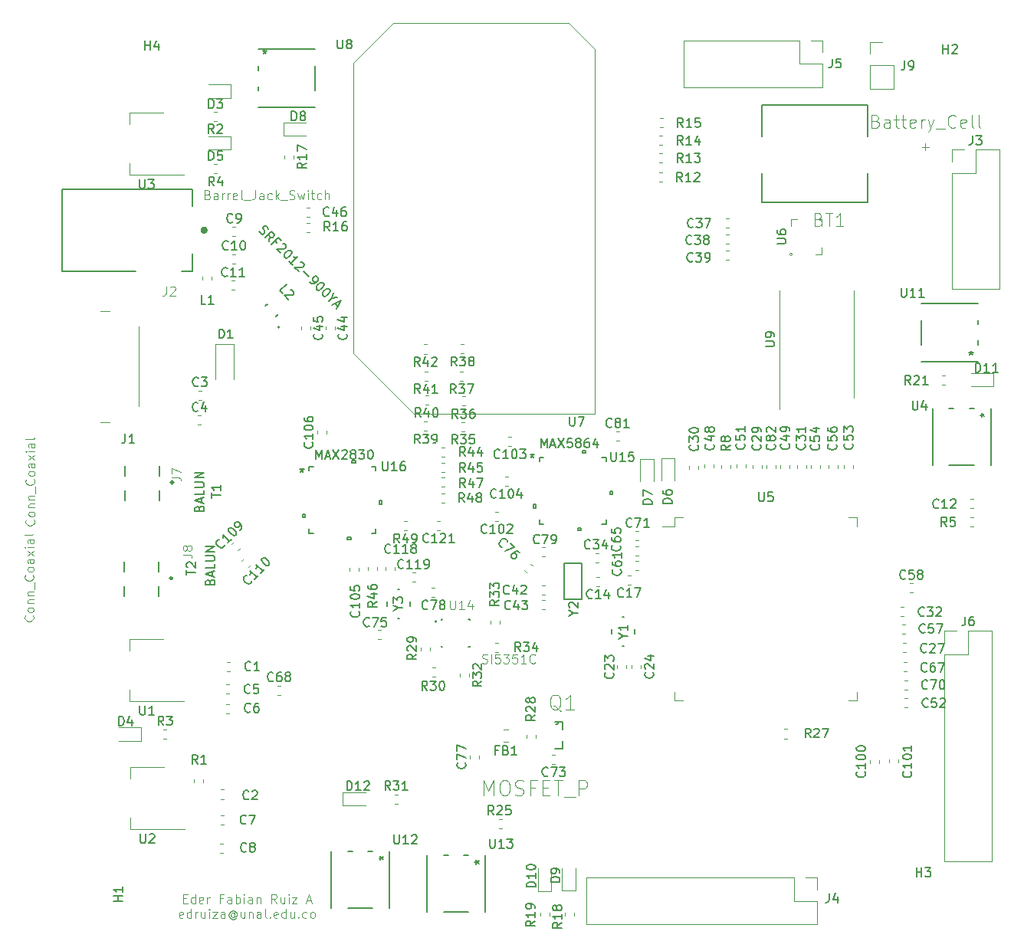
<source format=gto>
G04 #@! TF.GenerationSoftware,KiCad,Pcbnew,6.0.0-unknown-cbea514~86~ubuntu18.04.1*
G04 #@! TF.CreationDate,2019-06-12T12:50:56-05:00*
G04 #@! TF.ProjectId,power,706f7765-722e-46b6-9963-61645f706362,rev?*
G04 #@! TF.SameCoordinates,Original*
G04 #@! TF.FileFunction,Legend,Top*
G04 #@! TF.FilePolarity,Positive*
%FSLAX46Y46*%
G04 Gerber Fmt 4.6, Leading zero omitted, Abs format (unit mm)*
G04 Created by KiCad (PCBNEW 6.0.0-unknown-cbea514~86~ubuntu18.04.1) date 2019-06-12 12:50:56*
%MOMM*%
%LPD*%
G04 APERTURE LIST*
%ADD10C,0.125000*%
%ADD11C,0.127000*%
%ADD12C,0.400000*%
%ADD13C,0.120000*%
%ADD14C,0.152400*%
%ADD15C,0.203200*%
%ADD16C,0.150000*%
%ADD17C,0.200000*%
%ADD18C,0.300000*%
%ADD19C,0.050000*%
G04 APERTURE END LIST*
D10*
X60539240Y-110764311D02*
X60872574Y-110764311D01*
X61015431Y-111288120D02*
X60539240Y-111288120D01*
X60539240Y-110288120D01*
X61015431Y-110288120D01*
X61872574Y-111288120D02*
X61872574Y-110288120D01*
X61872574Y-111240501D02*
X61777336Y-111288120D01*
X61586860Y-111288120D01*
X61491621Y-111240501D01*
X61444002Y-111192882D01*
X61396383Y-111097644D01*
X61396383Y-110811930D01*
X61444002Y-110716692D01*
X61491621Y-110669073D01*
X61586860Y-110621454D01*
X61777336Y-110621454D01*
X61872574Y-110669073D01*
X62729717Y-111240501D02*
X62634479Y-111288120D01*
X62444002Y-111288120D01*
X62348764Y-111240501D01*
X62301145Y-111145263D01*
X62301145Y-110764311D01*
X62348764Y-110669073D01*
X62444002Y-110621454D01*
X62634479Y-110621454D01*
X62729717Y-110669073D01*
X62777336Y-110764311D01*
X62777336Y-110859549D01*
X62301145Y-110954787D01*
X63205907Y-111288120D02*
X63205907Y-110621454D01*
X63205907Y-110811930D02*
X63253526Y-110716692D01*
X63301145Y-110669073D01*
X63396383Y-110621454D01*
X63491621Y-110621454D01*
X64920193Y-110764311D02*
X64586860Y-110764311D01*
X64586860Y-111288120D02*
X64586860Y-110288120D01*
X65063050Y-110288120D01*
X65872574Y-111288120D02*
X65872574Y-110764311D01*
X65824955Y-110669073D01*
X65729717Y-110621454D01*
X65539240Y-110621454D01*
X65444002Y-110669073D01*
X65872574Y-111240501D02*
X65777336Y-111288120D01*
X65539240Y-111288120D01*
X65444002Y-111240501D01*
X65396383Y-111145263D01*
X65396383Y-111050025D01*
X65444002Y-110954787D01*
X65539240Y-110907168D01*
X65777336Y-110907168D01*
X65872574Y-110859549D01*
X66348764Y-111288120D02*
X66348764Y-110288120D01*
X66348764Y-110669073D02*
X66444002Y-110621454D01*
X66634479Y-110621454D01*
X66729717Y-110669073D01*
X66777336Y-110716692D01*
X66824955Y-110811930D01*
X66824955Y-111097644D01*
X66777336Y-111192882D01*
X66729717Y-111240501D01*
X66634479Y-111288120D01*
X66444002Y-111288120D01*
X66348764Y-111240501D01*
X67253526Y-111288120D02*
X67253526Y-110621454D01*
X67253526Y-110288120D02*
X67205907Y-110335740D01*
X67253526Y-110383359D01*
X67301145Y-110335740D01*
X67253526Y-110288120D01*
X67253526Y-110383359D01*
X68158288Y-111288120D02*
X68158288Y-110764311D01*
X68110669Y-110669073D01*
X68015431Y-110621454D01*
X67824955Y-110621454D01*
X67729717Y-110669073D01*
X68158288Y-111240501D02*
X68063050Y-111288120D01*
X67824955Y-111288120D01*
X67729717Y-111240501D01*
X67682098Y-111145263D01*
X67682098Y-111050025D01*
X67729717Y-110954787D01*
X67824955Y-110907168D01*
X68063050Y-110907168D01*
X68158288Y-110859549D01*
X68634479Y-110621454D02*
X68634479Y-111288120D01*
X68634479Y-110716692D02*
X68682098Y-110669073D01*
X68777336Y-110621454D01*
X68920193Y-110621454D01*
X69015431Y-110669073D01*
X69063050Y-110764311D01*
X69063050Y-111288120D01*
X70872574Y-111288120D02*
X70539240Y-110811930D01*
X70301145Y-111288120D02*
X70301145Y-110288120D01*
X70682098Y-110288120D01*
X70777336Y-110335740D01*
X70824955Y-110383359D01*
X70872574Y-110478597D01*
X70872574Y-110621454D01*
X70824955Y-110716692D01*
X70777336Y-110764311D01*
X70682098Y-110811930D01*
X70301145Y-110811930D01*
X71729717Y-110621454D02*
X71729717Y-111288120D01*
X71301145Y-110621454D02*
X71301145Y-111145263D01*
X71348764Y-111240501D01*
X71444002Y-111288120D01*
X71586860Y-111288120D01*
X71682098Y-111240501D01*
X71729717Y-111192882D01*
X72205907Y-111288120D02*
X72205907Y-110621454D01*
X72205907Y-110288120D02*
X72158288Y-110335740D01*
X72205907Y-110383359D01*
X72253526Y-110335740D01*
X72205907Y-110288120D01*
X72205907Y-110383359D01*
X72586860Y-110621454D02*
X73110669Y-110621454D01*
X72586860Y-111288120D01*
X73110669Y-111288120D01*
X74205907Y-111002406D02*
X74682098Y-111002406D01*
X74110669Y-111288120D02*
X74444002Y-110288120D01*
X74777336Y-111288120D01*
X60515431Y-112865501D02*
X60420193Y-112913120D01*
X60229717Y-112913120D01*
X60134479Y-112865501D01*
X60086860Y-112770263D01*
X60086860Y-112389311D01*
X60134479Y-112294073D01*
X60229717Y-112246454D01*
X60420193Y-112246454D01*
X60515431Y-112294073D01*
X60563050Y-112389311D01*
X60563050Y-112484549D01*
X60086860Y-112579787D01*
X61420193Y-112913120D02*
X61420193Y-111913120D01*
X61420193Y-112865501D02*
X61324955Y-112913120D01*
X61134479Y-112913120D01*
X61039240Y-112865501D01*
X60991621Y-112817882D01*
X60944002Y-112722644D01*
X60944002Y-112436930D01*
X60991621Y-112341692D01*
X61039240Y-112294073D01*
X61134479Y-112246454D01*
X61324955Y-112246454D01*
X61420193Y-112294073D01*
X61896383Y-112913120D02*
X61896383Y-112246454D01*
X61896383Y-112436930D02*
X61944002Y-112341692D01*
X61991621Y-112294073D01*
X62086860Y-112246454D01*
X62182098Y-112246454D01*
X62944002Y-112246454D02*
X62944002Y-112913120D01*
X62515431Y-112246454D02*
X62515431Y-112770263D01*
X62563050Y-112865501D01*
X62658288Y-112913120D01*
X62801145Y-112913120D01*
X62896383Y-112865501D01*
X62944002Y-112817882D01*
X63420193Y-112913120D02*
X63420193Y-112246454D01*
X63420193Y-111913120D02*
X63372574Y-111960740D01*
X63420193Y-112008359D01*
X63467812Y-111960740D01*
X63420193Y-111913120D01*
X63420193Y-112008359D01*
X63801145Y-112246454D02*
X64324955Y-112246454D01*
X63801145Y-112913120D01*
X64324955Y-112913120D01*
X65134479Y-112913120D02*
X65134479Y-112389311D01*
X65086860Y-112294073D01*
X64991621Y-112246454D01*
X64801145Y-112246454D01*
X64705907Y-112294073D01*
X65134479Y-112865501D02*
X65039240Y-112913120D01*
X64801145Y-112913120D01*
X64705907Y-112865501D01*
X64658288Y-112770263D01*
X64658288Y-112675025D01*
X64705907Y-112579787D01*
X64801145Y-112532168D01*
X65039240Y-112532168D01*
X65134479Y-112484549D01*
X66229717Y-112436930D02*
X66182098Y-112389311D01*
X66086860Y-112341692D01*
X65991621Y-112341692D01*
X65896383Y-112389311D01*
X65848764Y-112436930D01*
X65801145Y-112532168D01*
X65801145Y-112627406D01*
X65848764Y-112722644D01*
X65896383Y-112770263D01*
X65991621Y-112817882D01*
X66086860Y-112817882D01*
X66182098Y-112770263D01*
X66229717Y-112722644D01*
X66229717Y-112341692D02*
X66229717Y-112722644D01*
X66277336Y-112770263D01*
X66324955Y-112770263D01*
X66420193Y-112722644D01*
X66467812Y-112627406D01*
X66467812Y-112389311D01*
X66372574Y-112246454D01*
X66229717Y-112151216D01*
X66039240Y-112103597D01*
X65848764Y-112151216D01*
X65705907Y-112246454D01*
X65610669Y-112389311D01*
X65563050Y-112579787D01*
X65610669Y-112770263D01*
X65705907Y-112913120D01*
X65848764Y-113008359D01*
X66039240Y-113055978D01*
X66229717Y-113008359D01*
X66372574Y-112913120D01*
X67324955Y-112246454D02*
X67324955Y-112913120D01*
X66896383Y-112246454D02*
X66896383Y-112770263D01*
X66944002Y-112865501D01*
X67039240Y-112913120D01*
X67182098Y-112913120D01*
X67277336Y-112865501D01*
X67324955Y-112817882D01*
X67801145Y-112246454D02*
X67801145Y-112913120D01*
X67801145Y-112341692D02*
X67848764Y-112294073D01*
X67944002Y-112246454D01*
X68086860Y-112246454D01*
X68182098Y-112294073D01*
X68229717Y-112389311D01*
X68229717Y-112913120D01*
X69134479Y-112913120D02*
X69134479Y-112389311D01*
X69086860Y-112294073D01*
X68991621Y-112246454D01*
X68801145Y-112246454D01*
X68705907Y-112294073D01*
X69134479Y-112865501D02*
X69039240Y-112913120D01*
X68801145Y-112913120D01*
X68705907Y-112865501D01*
X68658288Y-112770263D01*
X68658288Y-112675025D01*
X68705907Y-112579787D01*
X68801145Y-112532168D01*
X69039240Y-112532168D01*
X69134479Y-112484549D01*
X69753526Y-112913120D02*
X69658288Y-112865501D01*
X69610669Y-112770263D01*
X69610669Y-111913120D01*
X70134479Y-112817882D02*
X70182098Y-112865501D01*
X70134479Y-112913120D01*
X70086860Y-112865501D01*
X70134479Y-112817882D01*
X70134479Y-112913120D01*
X70991621Y-112865501D02*
X70896383Y-112913120D01*
X70705907Y-112913120D01*
X70610669Y-112865501D01*
X70563050Y-112770263D01*
X70563050Y-112389311D01*
X70610669Y-112294073D01*
X70705907Y-112246454D01*
X70896383Y-112246454D01*
X70991621Y-112294073D01*
X71039240Y-112389311D01*
X71039240Y-112484549D01*
X70563050Y-112579787D01*
X71896383Y-112913120D02*
X71896383Y-111913120D01*
X71896383Y-112865501D02*
X71801145Y-112913120D01*
X71610669Y-112913120D01*
X71515431Y-112865501D01*
X71467812Y-112817882D01*
X71420193Y-112722644D01*
X71420193Y-112436930D01*
X71467812Y-112341692D01*
X71515431Y-112294073D01*
X71610669Y-112246454D01*
X71801145Y-112246454D01*
X71896383Y-112294073D01*
X72801145Y-112246454D02*
X72801145Y-112913120D01*
X72372574Y-112246454D02*
X72372574Y-112770263D01*
X72420193Y-112865501D01*
X72515431Y-112913120D01*
X72658288Y-112913120D01*
X72753526Y-112865501D01*
X72801145Y-112817882D01*
X73277336Y-112817882D02*
X73324955Y-112865501D01*
X73277336Y-112913120D01*
X73229717Y-112865501D01*
X73277336Y-112817882D01*
X73277336Y-112913120D01*
X74182098Y-112865501D02*
X74086860Y-112913120D01*
X73896383Y-112913120D01*
X73801145Y-112865501D01*
X73753526Y-112817882D01*
X73705907Y-112722644D01*
X73705907Y-112436930D01*
X73753526Y-112341692D01*
X73801145Y-112294073D01*
X73896383Y-112246454D01*
X74086860Y-112246454D01*
X74182098Y-112294073D01*
X74753526Y-112913120D02*
X74658288Y-112865501D01*
X74610669Y-112817882D01*
X74563050Y-112722644D01*
X74563050Y-112436930D01*
X74610669Y-112341692D01*
X74658288Y-112294073D01*
X74753526Y-112246454D01*
X74896383Y-112246454D01*
X74991621Y-112294073D01*
X75039240Y-112341692D01*
X75086860Y-112436930D01*
X75086860Y-112722644D01*
X75039240Y-112817882D01*
X74991621Y-112865501D01*
X74896383Y-112913120D01*
X74753526Y-112913120D01*
D11*
X47161200Y-41430600D02*
X47161200Y-32430600D01*
X47161200Y-32430600D02*
X61561200Y-32430600D01*
X61561200Y-41430600D02*
X60411200Y-41430600D01*
X61561200Y-32430600D02*
X61561200Y-34280600D01*
X55311200Y-41430600D02*
X47161200Y-41430600D01*
X61561200Y-39480600D02*
X61561200Y-41430600D01*
D12*
X63061200Y-36930600D02*
G75*
G03X63061200Y-36930600I-200000J0D01*
G01*
D13*
X54579200Y-23973740D02*
X54579200Y-25233740D01*
X54579200Y-30793740D02*
X54579200Y-29533740D01*
X58339200Y-23973740D02*
X54579200Y-23973740D01*
X60589200Y-30793740D02*
X54579200Y-30793740D01*
X54663420Y-96277380D02*
X54663420Y-97537380D01*
X54663420Y-103097380D02*
X54663420Y-101837380D01*
X58423420Y-96277380D02*
X54663420Y-96277380D01*
X60673420Y-103097380D02*
X54663420Y-103097380D01*
X54610080Y-82104180D02*
X54610080Y-83364180D01*
X54610080Y-88924180D02*
X54610080Y-87664180D01*
X58370080Y-82104180D02*
X54610080Y-82104180D01*
X60620080Y-88924180D02*
X54610080Y-88924180D01*
X70954954Y-87242541D02*
X71297488Y-87242541D01*
X70954954Y-88262541D02*
X71297488Y-88262541D01*
X134059000Y-88901500D02*
X135009000Y-88901500D01*
X135009000Y-88901500D02*
X135009000Y-87951500D01*
X115739000Y-88901500D02*
X114789000Y-88901500D01*
X114789000Y-88901500D02*
X114789000Y-87951500D01*
X134059000Y-68681500D02*
X135009000Y-68681500D01*
X135009000Y-68681500D02*
X135009000Y-69631500D01*
X115739000Y-68681500D02*
X114789000Y-68681500D01*
X114789000Y-68681500D02*
X114789000Y-69631500D01*
X114789000Y-69631500D02*
X113499000Y-69631500D01*
X136398960Y-16119800D02*
X137728960Y-16119800D01*
X136398960Y-17449800D02*
X136398960Y-16119800D01*
X136398960Y-18719800D02*
X139058960Y-18719800D01*
X139058960Y-18719800D02*
X139058960Y-21319800D01*
X136398960Y-18719800D02*
X136398960Y-21319800D01*
X136398960Y-21319800D02*
X139058960Y-21319800D01*
X103154540Y-14064880D02*
X83754540Y-14064880D01*
X83754540Y-14064880D02*
X79379540Y-18439880D01*
X79379540Y-18439880D02*
X79379540Y-50539880D01*
X79379540Y-50539880D02*
X86054540Y-57214880D01*
X86054540Y-57214880D02*
X106029540Y-57214880D01*
X106029540Y-57214880D02*
X106029540Y-16939880D01*
X106029540Y-16939880D02*
X103154540Y-14064880D01*
D14*
X99898200Y-69367400D02*
X100366060Y-69367400D01*
X107264200Y-69367400D02*
X107264200Y-68899540D01*
X107264200Y-62001400D02*
X106796340Y-62001400D01*
X99898200Y-62001400D02*
X99898200Y-62469260D01*
X99898200Y-68899540D02*
X99898200Y-69367400D01*
X106796340Y-69367400D02*
X107264200Y-69367400D01*
X107264200Y-62469260D02*
X107264200Y-62001400D01*
X100366060Y-62001400D02*
X99898200Y-62001400D01*
X99217201Y-67243899D02*
X99217201Y-67624899D01*
X99217201Y-67624899D02*
X99471201Y-67624899D01*
X99471201Y-67624899D02*
X99471201Y-67243899D01*
X99471201Y-67243899D02*
X99217201Y-67243899D01*
X104140701Y-69794399D02*
X104140701Y-70048399D01*
X104140701Y-70048399D02*
X104521701Y-70048399D01*
X104521701Y-70048399D02*
X104521701Y-69794399D01*
X104521701Y-69794399D02*
X104140701Y-69794399D01*
X107945199Y-65743899D02*
X107945199Y-66124900D01*
X107945199Y-66124900D02*
X107691199Y-66124900D01*
X107691199Y-66124900D02*
X107691199Y-65743899D01*
X107691199Y-65743899D02*
X107945199Y-65743899D01*
X104640700Y-61574401D02*
X104640700Y-61320401D01*
X104640700Y-61320401D02*
X105021700Y-61320401D01*
X105021700Y-61320401D02*
X105021700Y-61574401D01*
X105021700Y-61574401D02*
X104640700Y-61574401D01*
D13*
X134612660Y-55396980D02*
X134612660Y-43596980D01*
X126392660Y-56701980D02*
X126392660Y-43596980D01*
D14*
X74458640Y-70416280D02*
X74926500Y-70416280D01*
X81824640Y-70416280D02*
X81824640Y-69948420D01*
X81824640Y-63050280D02*
X81356780Y-63050280D01*
X74458640Y-63050280D02*
X74458640Y-63518140D01*
X74458640Y-69948420D02*
X74458640Y-70416280D01*
X81356780Y-70416280D02*
X81824640Y-70416280D01*
X81824640Y-63518140D02*
X81824640Y-63050280D01*
X74926500Y-63050280D02*
X74458640Y-63050280D01*
X73777641Y-68292779D02*
X73777641Y-68673779D01*
X73777641Y-68673779D02*
X74031641Y-68673779D01*
X74031641Y-68673779D02*
X74031641Y-68292779D01*
X74031641Y-68292779D02*
X73777641Y-68292779D01*
X78701141Y-70843279D02*
X78701141Y-71097279D01*
X78701141Y-71097279D02*
X79082141Y-71097279D01*
X79082141Y-71097279D02*
X79082141Y-70843279D01*
X79082141Y-70843279D02*
X78701141Y-70843279D01*
X82505639Y-66792779D02*
X82505639Y-67173780D01*
X82505639Y-67173780D02*
X82251639Y-67173780D01*
X82251639Y-67173780D02*
X82251639Y-66792779D01*
X82251639Y-66792779D02*
X82505639Y-66792779D01*
X79201140Y-62623281D02*
X79201140Y-62369281D01*
X79201140Y-62369281D02*
X79582140Y-62369281D01*
X79582140Y-62369281D02*
X79582140Y-62623281D01*
X79582140Y-62623281D02*
X79201140Y-62623281D01*
D15*
X83073240Y-78447900D02*
X83073240Y-77950060D01*
X85572600Y-78447900D02*
X85572600Y-77950060D01*
X84421980Y-76598780D02*
X84223860Y-76598780D01*
X84421980Y-79799180D02*
X84223860Y-79799180D01*
D16*
X102606600Y-73741520D02*
X102606600Y-77741520D01*
X104606600Y-73741520D02*
X102606600Y-73741520D01*
X104606600Y-77741520D02*
X104606600Y-73741520D01*
X104606600Y-77741520D02*
X102606600Y-77741520D01*
D15*
X110408720Y-81026000D02*
X110408720Y-81523840D01*
X107909360Y-81026000D02*
X107909360Y-81523840D01*
X109059980Y-82875120D02*
X109258100Y-82875120D01*
X109059980Y-79674720D02*
X109258100Y-79674720D01*
D11*
X89068289Y-79896463D02*
X89068289Y-79996463D01*
X89068289Y-82996463D02*
X89068289Y-82896463D01*
X92168289Y-79896463D02*
X92168289Y-79996463D01*
X92168289Y-82996463D02*
X92168289Y-82896463D01*
X89068289Y-79896463D02*
X89168289Y-79896463D01*
X89068289Y-82996463D02*
X89168289Y-82996463D01*
X92168289Y-79896463D02*
X92068289Y-79896463D01*
X92168289Y-82996463D02*
X92068289Y-82996463D01*
D17*
X88543289Y-80186463D02*
G75*
G03X88543289Y-80186463I-100000J0D01*
G01*
D14*
X89798803Y-106014520D02*
X89309297Y-106014520D01*
X89309297Y-112262920D02*
X92046703Y-112262920D01*
X87452200Y-106014520D02*
X87452200Y-112262920D01*
X92046703Y-106014520D02*
X91557197Y-106014520D01*
X93903800Y-112262920D02*
X93903800Y-106014520D01*
X79232403Y-105564940D02*
X78742897Y-105564940D01*
X78742897Y-111813340D02*
X81480303Y-111813340D01*
X76885800Y-105564940D02*
X76885800Y-111813340D01*
X81480303Y-105564940D02*
X80990797Y-105564940D01*
X83337400Y-111813340D02*
X83337400Y-105564940D01*
X148308060Y-47340163D02*
X148308060Y-46850657D01*
X142059660Y-46850657D02*
X142059660Y-49588063D01*
X148308060Y-44993560D02*
X142059660Y-44993560D01*
X148308060Y-49588063D02*
X148308060Y-49098557D01*
X142059660Y-51445160D02*
X148308060Y-51445160D01*
X68834000Y-21034097D02*
X68834000Y-21523603D01*
X75082400Y-21523603D02*
X75082400Y-18786197D01*
X68834000Y-23380700D02*
X75082400Y-23380700D01*
X68834000Y-18786197D02*
X68834000Y-19275703D01*
X75082400Y-16929100D02*
X68834000Y-16929100D01*
D13*
X127734900Y-39597880D02*
G75*
G03X127734900Y-39597880I-60000J0D01*
G01*
X127824900Y-39597880D02*
G75*
G03X127824900Y-39597880I-150000J0D01*
G01*
X131074900Y-39597880D02*
X130374900Y-39597880D01*
X131074900Y-35697880D02*
X131074900Y-36447880D01*
X127674900Y-35697880D02*
X128374900Y-35697880D01*
X127674900Y-36447880D02*
X127674900Y-35697880D01*
X130374900Y-35697880D02*
X131074900Y-35697880D01*
X131074900Y-38847880D02*
X131074900Y-39597880D01*
D14*
X145655943Y-56629300D02*
X145166437Y-56629300D01*
X145166437Y-62877700D02*
X147903843Y-62877700D01*
X143309340Y-56629300D02*
X143309340Y-62877700D01*
X147903843Y-56629300D02*
X147414337Y-56629300D01*
X149760940Y-62877700D02*
X149760940Y-56629300D01*
D13*
X85253647Y-70103460D02*
X84911113Y-70103460D01*
X85253647Y-69083460D02*
X84911113Y-69083460D01*
X89440807Y-67042760D02*
X89098273Y-67042760D01*
X89440807Y-66022760D02*
X89098273Y-66022760D01*
X89435787Y-65300320D02*
X89093253Y-65300320D01*
X89435787Y-64280320D02*
X89093253Y-64280320D01*
X82903600Y-74491667D02*
X82903600Y-74149133D01*
X83923600Y-74491667D02*
X83923600Y-74149133D01*
X89108493Y-62619160D02*
X89451027Y-62619160D01*
X89108493Y-63639160D02*
X89451027Y-63639160D01*
X89099573Y-60924980D02*
X89442107Y-60924980D01*
X89099573Y-61944980D02*
X89442107Y-61944980D01*
X87479987Y-50573400D02*
X87137453Y-50573400D01*
X87479987Y-49553400D02*
X87137453Y-49553400D01*
X87540947Y-53562980D02*
X87198413Y-53562980D01*
X87540947Y-52542980D02*
X87198413Y-52542980D01*
X87603147Y-56204580D02*
X87260613Y-56204580D01*
X87603147Y-55184580D02*
X87260613Y-55184580D01*
X87493927Y-59097640D02*
X87151393Y-59097640D01*
X87493927Y-58077640D02*
X87151393Y-58077640D01*
X91568087Y-50548000D02*
X91225553Y-50548000D01*
X91568087Y-49528000D02*
X91225553Y-49528000D01*
X91465187Y-53570600D02*
X91122653Y-53570600D01*
X91465187Y-52550600D02*
X91122653Y-52550600D01*
X91679847Y-56313800D02*
X91337313Y-56313800D01*
X91679847Y-55293800D02*
X91337313Y-55293800D01*
X91644287Y-59135740D02*
X91301753Y-59135740D01*
X91644287Y-58115740D02*
X91301753Y-58115740D01*
X95019073Y-82514980D02*
X95361607Y-82514980D01*
X95019073Y-83534980D02*
X95361607Y-83534980D01*
X94468220Y-80442887D02*
X94468220Y-80100353D01*
X95488220Y-80442887D02*
X95488220Y-80100353D01*
X92137960Y-85928353D02*
X92137960Y-86270887D01*
X91117960Y-85928353D02*
X91117960Y-86270887D01*
X83897653Y-99258660D02*
X84240187Y-99258660D01*
X83897653Y-100278660D02*
X84240187Y-100278660D01*
X88388007Y-86257860D02*
X88045473Y-86257860D01*
X88388007Y-85237860D02*
X88045473Y-85237860D01*
X87791226Y-83037445D02*
X87791226Y-83379979D01*
X86771226Y-83037445D02*
X86771226Y-83379979D01*
X99519200Y-92672053D02*
X99519200Y-93014587D01*
X98499200Y-92672053D02*
X98499200Y-93014587D01*
X126918873Y-92055220D02*
X127261407Y-92055220D01*
X126918873Y-93075220D02*
X127261407Y-93075220D01*
X95796267Y-103010000D02*
X95453733Y-103010000D01*
X95796267Y-101990000D02*
X95453733Y-101990000D01*
X144694727Y-52954460D02*
X144352193Y-52954460D01*
X144694727Y-53974460D02*
X144352193Y-53974460D01*
X99995260Y-112345653D02*
X99995260Y-112688187D01*
X101015260Y-112345653D02*
X101015260Y-112688187D01*
X102667340Y-112312633D02*
X102667340Y-112655167D01*
X103687340Y-112312633D02*
X103687340Y-112655167D01*
X71750460Y-28674213D02*
X71750460Y-29016747D01*
X72770460Y-28674213D02*
X72770460Y-29016747D01*
X74536147Y-36157440D02*
X74193613Y-36157440D01*
X74536147Y-37177440D02*
X74193613Y-37177440D01*
X113166073Y-24511540D02*
X113508607Y-24511540D01*
X113166073Y-25531540D02*
X113508607Y-25531540D01*
X113111433Y-26459720D02*
X113453967Y-26459720D01*
X113111433Y-27479720D02*
X113453967Y-27479720D01*
X113138133Y-28453620D02*
X113480667Y-28453620D01*
X113138133Y-29473620D02*
X113480667Y-29473620D01*
X113112733Y-30574520D02*
X113455267Y-30574520D01*
X113112733Y-31594520D02*
X113455267Y-31594520D01*
X119941880Y-63225527D02*
X119941880Y-62882993D01*
X120961880Y-63225527D02*
X120961880Y-62882993D01*
X147492933Y-69699600D02*
X147835467Y-69699600D01*
X147492933Y-68679600D02*
X147835467Y-68679600D01*
X64306267Y-29627100D02*
X63963733Y-29627100D01*
X64306267Y-30647100D02*
X63963733Y-30647100D01*
X58369353Y-93105700D02*
X58711887Y-93105700D01*
X58369353Y-92085700D02*
X58711887Y-92085700D01*
X64254227Y-23825740D02*
X63911693Y-23825740D01*
X64254227Y-24845740D02*
X63911693Y-24845740D01*
X61765720Y-97970187D02*
X61765720Y-97627653D01*
X62785720Y-97970187D02*
X62785720Y-97627653D01*
D14*
X102029264Y-91234256D02*
G75*
G02X101699060Y-91539060I-304753J-1114D01*
G01*
X102029260Y-91234260D02*
X101622860Y-91234260D01*
X102435660Y-91234260D02*
X102029260Y-91234260D01*
X102435660Y-94231460D02*
X102435660Y-93342460D01*
X101622860Y-94231460D02*
X102435660Y-94231460D01*
X102435660Y-92123260D02*
X102435660Y-91234260D01*
X69838431Y-45072136D02*
X69608536Y-45302031D01*
X70775969Y-46469464D02*
X71005864Y-46239569D01*
X71164682Y-47647674D02*
G75*
G03X71164682Y-47647674I-76200J0D01*
G01*
D13*
X62634400Y-42436867D02*
X62634400Y-42094333D01*
X63654400Y-42436867D02*
X63654400Y-42094333D01*
D11*
X54041960Y-76245620D02*
X54041960Y-77345620D01*
X54041960Y-73545620D02*
X54041960Y-74645620D01*
X57841960Y-76245620D02*
X57841960Y-77345620D01*
X57841960Y-73545620D02*
X57841960Y-74645620D01*
D18*
X59309960Y-75372620D02*
G75*
G03X59309960Y-75372620I-100000J0D01*
G01*
D11*
X54148640Y-65662580D02*
X54148640Y-66762580D01*
X54148640Y-62962580D02*
X54148640Y-64062580D01*
X57948640Y-65662580D02*
X57948640Y-66762580D01*
X57948640Y-62962580D02*
X57948640Y-64062580D01*
D18*
X59416640Y-64789580D02*
G75*
G03X59416640Y-64789580I-100000J0D01*
G01*
D13*
X144651420Y-106686660D02*
X149851420Y-106686660D01*
X144651420Y-83766660D02*
X144651420Y-106686660D01*
X149851420Y-81166660D02*
X149851420Y-106686660D01*
X144651420Y-83766660D02*
X147251420Y-83766660D01*
X147251420Y-83766660D02*
X147251420Y-81166660D01*
X147251420Y-81166660D02*
X149851420Y-81166660D01*
X144651420Y-82496660D02*
X144651420Y-81166660D01*
X144651420Y-81166660D02*
X145981420Y-81166660D01*
X115837660Y-15962320D02*
X115837660Y-21162320D01*
X128597660Y-15962320D02*
X115837660Y-15962320D01*
X131197660Y-21162320D02*
X115837660Y-21162320D01*
X128597660Y-15962320D02*
X128597660Y-18562320D01*
X128597660Y-18562320D02*
X131197660Y-18562320D01*
X131197660Y-18562320D02*
X131197660Y-21162320D01*
X129867660Y-15962320D02*
X131197660Y-15962320D01*
X131197660Y-15962320D02*
X131197660Y-17292320D01*
X105083300Y-108443720D02*
X105083300Y-113643720D01*
X128003300Y-108443720D02*
X105083300Y-108443720D01*
X130603300Y-113643720D02*
X105083300Y-113643720D01*
X128003300Y-108443720D02*
X128003300Y-111043720D01*
X128003300Y-111043720D02*
X130603300Y-111043720D01*
X130603300Y-111043720D02*
X130603300Y-113643720D01*
X129273300Y-108443720D02*
X130603300Y-108443720D01*
X130603300Y-108443720D02*
X130603300Y-109773720D01*
X145482000Y-43405100D02*
X150682000Y-43405100D01*
X145482000Y-30645100D02*
X145482000Y-43405100D01*
X150682000Y-28045100D02*
X150682000Y-43405100D01*
X145482000Y-30645100D02*
X148082000Y-30645100D01*
X148082000Y-30645100D02*
X148082000Y-28045100D01*
X148082000Y-28045100D02*
X150682000Y-28045100D01*
X145482000Y-29375100D02*
X145482000Y-28045100D01*
X145482000Y-28045100D02*
X146812000Y-28045100D01*
X52434360Y-45843720D02*
X51384360Y-45843720D01*
X52434360Y-58133720D02*
X51384360Y-58133720D01*
X55604360Y-56388720D02*
X55604360Y-47588720D01*
X96442272Y-93486040D02*
X95919768Y-93486040D01*
X96442272Y-92066040D02*
X95919768Y-92066040D01*
X80655060Y-99048900D02*
X78195060Y-99048900D01*
X78195060Y-99048900D02*
X78195060Y-100518900D01*
X78195060Y-100518900D02*
X80655060Y-100518900D01*
X147593120Y-54179140D02*
X150053120Y-54179140D01*
X150053120Y-54179140D02*
X150053120Y-52709140D01*
X150053120Y-52709140D02*
X147593120Y-52709140D01*
X99706760Y-107464960D02*
X99706760Y-109924960D01*
X99706760Y-109924960D02*
X101176760Y-109924960D01*
X101176760Y-109924960D02*
X101176760Y-107464960D01*
X102389000Y-107407840D02*
X102389000Y-109867840D01*
X102389000Y-109867840D02*
X103859000Y-109867840D01*
X103859000Y-109867840D02*
X103859000Y-107407840D01*
X74059980Y-25053620D02*
X71599980Y-25053620D01*
X71599980Y-25053620D02*
X71599980Y-26523620D01*
X71599980Y-26523620D02*
X74059980Y-26523620D01*
X112495000Y-64695000D02*
X112495000Y-62235000D01*
X112495000Y-62235000D02*
X111025000Y-62235000D01*
X111025000Y-62235000D02*
X111025000Y-64695000D01*
X114844500Y-64554000D02*
X114844500Y-62094000D01*
X114844500Y-62094000D02*
X113374500Y-62094000D01*
X113374500Y-62094000D02*
X113374500Y-64554000D01*
X63317220Y-28047620D02*
X65777220Y-28047620D01*
X65777220Y-28047620D02*
X65777220Y-26577620D01*
X65777220Y-26577620D02*
X63317220Y-26577620D01*
X53420140Y-93330700D02*
X55880140Y-93330700D01*
X55880140Y-93330700D02*
X55880140Y-91860700D01*
X55880140Y-91860700D02*
X53420140Y-91860700D01*
X63310840Y-22304680D02*
X65770840Y-22304680D01*
X65770840Y-22304680D02*
X65770840Y-20834680D01*
X65770840Y-20834680D02*
X63310840Y-20834680D01*
X66097660Y-49536520D02*
X64097660Y-49536520D01*
X64097660Y-49536520D02*
X64097660Y-53436520D01*
X66097660Y-49536520D02*
X66097660Y-53436520D01*
X88536933Y-69086000D02*
X88879467Y-69086000D01*
X88536933Y-70106000D02*
X88879467Y-70106000D01*
X85821733Y-74775600D02*
X86164267Y-74775600D01*
X85821733Y-75795600D02*
X86164267Y-75795600D01*
X81939860Y-74149133D02*
X81939860Y-74491667D01*
X80919860Y-74149133D02*
X80919860Y-74491667D01*
X67021311Y-73433180D02*
X67263520Y-73190971D01*
X67742560Y-74154429D02*
X67984769Y-73912220D01*
X65871733Y-71598258D02*
X66113942Y-71356049D01*
X66592982Y-72319507D02*
X66835191Y-72077298D01*
X75359800Y-59421847D02*
X75359800Y-59079313D01*
X76379800Y-59421847D02*
X76379800Y-59079313D01*
X79968820Y-74236793D02*
X79968820Y-74579327D01*
X78948820Y-74236793D02*
X78948820Y-74579327D01*
X96420787Y-65145380D02*
X96078253Y-65145380D01*
X96420787Y-64125380D02*
X96078253Y-64125380D01*
X96795407Y-60774040D02*
X96452873Y-60774040D01*
X96795407Y-59754040D02*
X96452873Y-59754040D01*
X95347607Y-69044280D02*
X95005073Y-69044280D01*
X95347607Y-68024280D02*
X95005073Y-68024280D01*
X138506740Y-95770547D02*
X138506740Y-95428013D01*
X139526740Y-95770547D02*
X139526740Y-95428013D01*
X136373140Y-95821347D02*
X136373140Y-95478813D01*
X137393140Y-95821347D02*
X137393140Y-95478813D01*
X124966000Y-63226767D02*
X124966000Y-62884233D01*
X125986000Y-63226767D02*
X125986000Y-62884233D01*
X108364233Y-59177460D02*
X108706767Y-59177460D01*
X108364233Y-60197460D02*
X108706767Y-60197460D01*
X100533047Y-72988900D02*
X100190513Y-72988900D01*
X100533047Y-71968900D02*
X100190513Y-71968900D01*
X88353747Y-77456760D02*
X88011213Y-77456760D01*
X88353747Y-76436760D02*
X88011213Y-76436760D01*
X92240000Y-95296267D02*
X92240000Y-94953733D01*
X93260000Y-95296267D02*
X93260000Y-94953733D01*
X98450682Y-74742211D02*
X98208473Y-74500002D01*
X99171931Y-74020962D02*
X98929722Y-73778753D01*
X82009193Y-81117980D02*
X82351727Y-81117980D01*
X82009193Y-82137980D02*
X82351727Y-82137980D01*
X101642967Y-95902240D02*
X101300433Y-95902240D01*
X101642967Y-94882240D02*
X101300433Y-94882240D01*
X110854307Y-71188040D02*
X110511773Y-71188040D01*
X110854307Y-70168040D02*
X110511773Y-70168040D01*
X140189133Y-86662800D02*
X140531667Y-86662800D01*
X140189133Y-87682800D02*
X140531667Y-87682800D01*
X140126933Y-84681600D02*
X140469467Y-84681600D01*
X140126933Y-85701600D02*
X140469467Y-85701600D01*
X110859387Y-72917780D02*
X110516853Y-72917780D01*
X110859387Y-71897780D02*
X110516853Y-71897780D01*
X110853067Y-74507820D02*
X110510533Y-74507820D01*
X110853067Y-73487820D02*
X110510533Y-73487820D01*
X140798733Y-75944000D02*
X141141267Y-75944000D01*
X140798733Y-76964000D02*
X141141267Y-76964000D01*
X139923733Y-80465200D02*
X140266267Y-80465200D01*
X139923733Y-81485200D02*
X140266267Y-81485200D01*
X131824000Y-63240767D02*
X131824000Y-62898233D01*
X132844000Y-63240767D02*
X132844000Y-62898233D01*
X129919000Y-63226767D02*
X129919000Y-62884233D01*
X130939000Y-63226767D02*
X130939000Y-62884233D01*
X133505480Y-63240707D02*
X133505480Y-62898173D01*
X134525480Y-63240707D02*
X134525480Y-62898173D01*
X140228533Y-89664000D02*
X140571067Y-89664000D01*
X140228533Y-88644000D02*
X140571067Y-88644000D01*
X121664000Y-63177267D02*
X121664000Y-62834733D01*
X122684000Y-63177267D02*
X122684000Y-62834733D01*
X126490000Y-63240767D02*
X126490000Y-62898233D01*
X127510000Y-63240767D02*
X127510000Y-62898233D01*
X118108000Y-63177267D02*
X118108000Y-62834733D01*
X119128000Y-63177267D02*
X119128000Y-62834733D01*
X74485089Y-35421258D02*
X74142555Y-35421258D01*
X74485089Y-34401258D02*
X74142555Y-34401258D01*
X74581480Y-47571813D02*
X74581480Y-47914347D01*
X73561480Y-47571813D02*
X73561480Y-47914347D01*
X77273880Y-47571813D02*
X77273880Y-47914347D01*
X76253880Y-47571813D02*
X76253880Y-47914347D01*
X100206993Y-77749940D02*
X100549527Y-77749940D01*
X100206993Y-78769940D02*
X100549527Y-78769940D01*
X100152353Y-76213240D02*
X100494887Y-76213240D01*
X100152353Y-77233240D02*
X100494887Y-77233240D01*
X120821267Y-40235600D02*
X120478733Y-40235600D01*
X120821267Y-39215600D02*
X120478733Y-39215600D01*
X120467333Y-37437600D02*
X120809867Y-37437600D01*
X120467333Y-38457600D02*
X120809867Y-38457600D01*
X120467333Y-35659600D02*
X120809867Y-35659600D01*
X120467333Y-36679600D02*
X120809867Y-36679600D01*
X106453787Y-73618820D02*
X106111253Y-73618820D01*
X106453787Y-72598820D02*
X106111253Y-72598820D01*
X139822133Y-78534800D02*
X140164667Y-78534800D01*
X139822133Y-79554800D02*
X140164667Y-79554800D01*
X128331500Y-63234387D02*
X128331500Y-62891853D01*
X129351500Y-63234387D02*
X129351500Y-62891853D01*
X116393500Y-63339767D02*
X116393500Y-62997233D01*
X117413500Y-63339767D02*
X117413500Y-62997233D01*
X123415390Y-63216890D02*
X123415390Y-62874356D01*
X124435390Y-63216890D02*
X124435390Y-62874356D01*
X140076133Y-82548000D02*
X140418667Y-82548000D01*
X140076133Y-83568000D02*
X140418667Y-83568000D01*
X110043500Y-85310827D02*
X110043500Y-84968293D01*
X111063500Y-85310827D02*
X111063500Y-84968293D01*
X109501400Y-84945433D02*
X109501400Y-85287967D01*
X108481400Y-84945433D02*
X108481400Y-85287967D01*
X109971687Y-76100400D02*
X109629153Y-76100400D01*
X109971687Y-75080400D02*
X109629153Y-75080400D01*
X106546267Y-76260000D02*
X106203733Y-76260000D01*
X106546267Y-75240000D02*
X106203733Y-75240000D01*
X147504333Y-66647600D02*
X147846867Y-66647600D01*
X147504333Y-67667600D02*
X147846867Y-67667600D01*
X65891593Y-42507440D02*
X66234127Y-42507440D01*
X65891593Y-43527440D02*
X66234127Y-43527440D01*
X65981733Y-39571200D02*
X66324267Y-39571200D01*
X65981733Y-40591200D02*
X66324267Y-40591200D01*
X65993193Y-36561300D02*
X66335727Y-36561300D01*
X65993193Y-37581300D02*
X66335727Y-37581300D01*
X64598733Y-104714580D02*
X64941267Y-104714580D01*
X64598733Y-105734580D02*
X64941267Y-105734580D01*
X64673633Y-101547200D02*
X65016167Y-101547200D01*
X64673633Y-102567200D02*
X65016167Y-102567200D01*
X65287073Y-89296780D02*
X65629607Y-89296780D01*
X65287073Y-90316780D02*
X65629607Y-90316780D01*
X65322633Y-87130160D02*
X65665167Y-87130160D01*
X65322633Y-88150160D02*
X65665167Y-88150160D01*
X62175573Y-57414700D02*
X62518107Y-57414700D01*
X62175573Y-58434700D02*
X62518107Y-58434700D01*
X62211133Y-54658800D02*
X62553667Y-54658800D01*
X62211133Y-55678800D02*
X62553667Y-55678800D01*
X64709193Y-98743040D02*
X65051727Y-98743040D01*
X64709193Y-99763040D02*
X65051727Y-99763040D01*
X65332793Y-84663820D02*
X65675327Y-84663820D01*
X65332793Y-85683820D02*
X65675327Y-85683820D01*
D11*
X124452240Y-23065000D02*
X136182240Y-23065000D01*
X124452240Y-26525000D02*
X124452240Y-23065000D01*
X124452240Y-33835000D02*
X124452240Y-30625000D01*
X136182240Y-30625000D02*
X136182240Y-33835000D01*
X136182240Y-23065000D02*
X136182240Y-26525000D01*
X136182240Y-33835000D02*
X124452240Y-33835000D01*
D19*
X58676060Y-43153146D02*
X58676060Y-43868025D01*
X58628401Y-44011000D01*
X58533084Y-44106317D01*
X58390108Y-44153976D01*
X58294791Y-44153976D01*
X59104987Y-43248463D02*
X59152645Y-43200805D01*
X59247962Y-43153146D01*
X59486255Y-43153146D01*
X59581572Y-43200805D01*
X59629231Y-43248463D01*
X59676890Y-43343780D01*
X59676890Y-43439097D01*
X59629231Y-43582073D01*
X59057328Y-44153976D01*
X59676890Y-44153976D01*
X63270232Y-32994207D02*
X63413258Y-33041882D01*
X63460933Y-33089557D01*
X63508608Y-33184908D01*
X63508608Y-33327933D01*
X63460933Y-33423284D01*
X63413258Y-33470959D01*
X63317907Y-33518634D01*
X62936505Y-33518634D01*
X62936505Y-32517454D01*
X63270232Y-32517454D01*
X63365582Y-32565130D01*
X63413258Y-32612805D01*
X63460933Y-32708155D01*
X63460933Y-32803506D01*
X63413258Y-32898856D01*
X63365582Y-32946531D01*
X63270232Y-32994207D01*
X62936505Y-32994207D01*
X64366762Y-33518634D02*
X64366762Y-32994207D01*
X64319087Y-32898856D01*
X64223737Y-32851181D01*
X64033036Y-32851181D01*
X63937685Y-32898856D01*
X64366762Y-33470959D02*
X64271412Y-33518634D01*
X64033036Y-33518634D01*
X63937685Y-33470959D01*
X63890010Y-33375609D01*
X63890010Y-33280258D01*
X63937685Y-33184908D01*
X64033036Y-33137232D01*
X64271412Y-33137232D01*
X64366762Y-33089557D01*
X64843515Y-33518634D02*
X64843515Y-32851181D01*
X64843515Y-33041882D02*
X64891190Y-32946531D01*
X64938865Y-32898856D01*
X65034216Y-32851181D01*
X65129566Y-32851181D01*
X65463293Y-33518634D02*
X65463293Y-32851181D01*
X65463293Y-33041882D02*
X65510968Y-32946531D01*
X65558643Y-32898856D01*
X65653994Y-32851181D01*
X65749344Y-32851181D01*
X66464473Y-33470959D02*
X66369122Y-33518634D01*
X66178421Y-33518634D01*
X66083071Y-33470959D01*
X66035396Y-33375609D01*
X66035396Y-32994207D01*
X66083071Y-32898856D01*
X66178421Y-32851181D01*
X66369122Y-32851181D01*
X66464473Y-32898856D01*
X66512148Y-32994207D01*
X66512148Y-33089557D01*
X66035396Y-33184908D01*
X67084251Y-33518634D02*
X66988900Y-33470959D01*
X66941225Y-33375609D01*
X66941225Y-32517454D01*
X67227277Y-33613985D02*
X67990080Y-33613985D01*
X68514508Y-32517454D02*
X68514508Y-33232583D01*
X68466833Y-33375609D01*
X68371482Y-33470959D01*
X68228457Y-33518634D01*
X68133106Y-33518634D01*
X69420338Y-33518634D02*
X69420338Y-32994207D01*
X69372662Y-32898856D01*
X69277312Y-32851181D01*
X69086611Y-32851181D01*
X68991260Y-32898856D01*
X69420338Y-33470959D02*
X69324987Y-33518634D01*
X69086611Y-33518634D01*
X68991260Y-33470959D01*
X68943585Y-33375609D01*
X68943585Y-33280258D01*
X68991260Y-33184908D01*
X69086611Y-33137232D01*
X69324987Y-33137232D01*
X69420338Y-33089557D01*
X70326167Y-33470959D02*
X70230817Y-33518634D01*
X70040116Y-33518634D01*
X69944765Y-33470959D01*
X69897090Y-33423284D01*
X69849415Y-33327933D01*
X69849415Y-33041882D01*
X69897090Y-32946531D01*
X69944765Y-32898856D01*
X70040116Y-32851181D01*
X70230817Y-32851181D01*
X70326167Y-32898856D01*
X70755244Y-33518634D02*
X70755244Y-32517454D01*
X70850595Y-33137232D02*
X71136646Y-33518634D01*
X71136646Y-32851181D02*
X70755244Y-33232583D01*
X71327347Y-33613985D02*
X72090151Y-33613985D01*
X72280852Y-33470959D02*
X72423878Y-33518634D01*
X72662254Y-33518634D01*
X72757604Y-33470959D01*
X72805280Y-33423284D01*
X72852955Y-33327933D01*
X72852955Y-33232583D01*
X72805280Y-33137232D01*
X72757604Y-33089557D01*
X72662254Y-33041882D01*
X72471553Y-32994207D01*
X72376202Y-32946531D01*
X72328527Y-32898856D01*
X72280852Y-32803506D01*
X72280852Y-32708155D01*
X72328527Y-32612805D01*
X72376202Y-32565130D01*
X72471553Y-32517454D01*
X72709929Y-32517454D01*
X72852955Y-32565130D01*
X73186681Y-32851181D02*
X73377382Y-33518634D01*
X73568083Y-33041882D01*
X73758784Y-33518634D01*
X73949485Y-32851181D01*
X74330887Y-33518634D02*
X74330887Y-32851181D01*
X74330887Y-32517454D02*
X74283212Y-32565130D01*
X74330887Y-32612805D01*
X74378562Y-32565130D01*
X74330887Y-32517454D01*
X74330887Y-32612805D01*
X74664614Y-32851181D02*
X75046016Y-32851181D01*
X74807640Y-32517454D02*
X74807640Y-33375609D01*
X74855315Y-33470959D01*
X74950665Y-33518634D01*
X75046016Y-33518634D01*
X75808820Y-33470959D02*
X75713469Y-33518634D01*
X75522768Y-33518634D01*
X75427418Y-33470959D01*
X75379742Y-33423284D01*
X75332067Y-33327933D01*
X75332067Y-33041882D01*
X75379742Y-32946531D01*
X75427418Y-32898856D01*
X75522768Y-32851181D01*
X75713469Y-32851181D01*
X75808820Y-32898856D01*
X76237897Y-33518634D02*
X76237897Y-32517454D01*
X76666974Y-33518634D02*
X76666974Y-32994207D01*
X76619299Y-32898856D01*
X76523948Y-32851181D01*
X76380922Y-32851181D01*
X76285572Y-32898856D01*
X76237897Y-32946531D01*
D16*
X55727295Y-31336120D02*
X55727295Y-32145644D01*
X55774914Y-32240882D01*
X55822533Y-32288501D01*
X55917771Y-32336120D01*
X56108247Y-32336120D01*
X56203485Y-32288501D01*
X56251104Y-32240882D01*
X56298723Y-32145644D01*
X56298723Y-31336120D01*
X56679676Y-31336120D02*
X57298723Y-31336120D01*
X56965390Y-31717073D01*
X57108247Y-31717073D01*
X57203485Y-31764692D01*
X57251104Y-31812311D01*
X57298723Y-31907549D01*
X57298723Y-32145644D01*
X57251104Y-32240882D01*
X57203485Y-32288501D01*
X57108247Y-32336120D01*
X56822533Y-32336120D01*
X56727295Y-32288501D01*
X56679676Y-32240882D01*
X55811515Y-103639760D02*
X55811515Y-104449284D01*
X55859134Y-104544522D01*
X55906753Y-104592141D01*
X56001991Y-104639760D01*
X56192467Y-104639760D01*
X56287705Y-104592141D01*
X56335324Y-104544522D01*
X56382943Y-104449284D01*
X56382943Y-103639760D01*
X56811515Y-103734999D02*
X56859134Y-103687380D01*
X56954372Y-103639760D01*
X57192467Y-103639760D01*
X57287705Y-103687380D01*
X57335324Y-103734999D01*
X57382943Y-103830237D01*
X57382943Y-103925475D01*
X57335324Y-104068332D01*
X56763896Y-104639760D01*
X57382943Y-104639760D01*
X55758175Y-89466560D02*
X55758175Y-90276084D01*
X55805794Y-90371322D01*
X55853413Y-90418941D01*
X55948651Y-90466560D01*
X56139127Y-90466560D01*
X56234365Y-90418941D01*
X56281984Y-90371322D01*
X56329603Y-90276084D01*
X56329603Y-89466560D01*
X57329603Y-90466560D02*
X56758175Y-90466560D01*
X57043889Y-90466560D02*
X57043889Y-89466560D01*
X56948651Y-89609418D01*
X56853413Y-89704656D01*
X56758175Y-89752275D01*
X70483363Y-86679683D02*
X70435744Y-86727302D01*
X70292887Y-86774921D01*
X70197649Y-86774921D01*
X70054792Y-86727302D01*
X69959554Y-86632064D01*
X69911935Y-86536826D01*
X69864316Y-86346350D01*
X69864316Y-86203493D01*
X69911935Y-86013017D01*
X69959554Y-85917779D01*
X70054792Y-85822541D01*
X70197649Y-85774921D01*
X70292887Y-85774921D01*
X70435744Y-85822541D01*
X70483363Y-85870160D01*
X71340506Y-85774921D02*
X71150030Y-85774921D01*
X71054792Y-85822541D01*
X71007173Y-85870160D01*
X70911935Y-86013017D01*
X70864316Y-86203493D01*
X70864316Y-86584445D01*
X70911935Y-86679683D01*
X70959554Y-86727302D01*
X71054792Y-86774921D01*
X71245268Y-86774921D01*
X71340506Y-86727302D01*
X71388125Y-86679683D01*
X71435744Y-86584445D01*
X71435744Y-86346350D01*
X71388125Y-86251112D01*
X71340506Y-86203493D01*
X71245268Y-86155874D01*
X71054792Y-86155874D01*
X70959554Y-86203493D01*
X70911935Y-86251112D01*
X70864316Y-86346350D01*
X72007173Y-86203493D02*
X71911935Y-86155874D01*
X71864316Y-86108255D01*
X71816697Y-86013017D01*
X71816697Y-85965398D01*
X71864316Y-85870160D01*
X71911935Y-85822541D01*
X72007173Y-85774921D01*
X72197649Y-85774921D01*
X72292887Y-85822541D01*
X72340506Y-85870160D01*
X72388125Y-85965398D01*
X72388125Y-86013017D01*
X72340506Y-86108255D01*
X72292887Y-86155874D01*
X72197649Y-86203493D01*
X72007173Y-86203493D01*
X71911935Y-86251112D01*
X71864316Y-86298731D01*
X71816697Y-86393969D01*
X71816697Y-86584445D01*
X71864316Y-86679683D01*
X71911935Y-86727302D01*
X72007173Y-86774921D01*
X72197649Y-86774921D01*
X72292887Y-86727302D01*
X72340506Y-86679683D01*
X72388125Y-86584445D01*
X72388125Y-86393969D01*
X72340506Y-86298731D01*
X72292887Y-86251112D01*
X72197649Y-86203493D01*
X124137095Y-65893880D02*
X124137095Y-66703404D01*
X124184714Y-66798642D01*
X124232333Y-66846261D01*
X124327571Y-66893880D01*
X124518047Y-66893880D01*
X124613285Y-66846261D01*
X124660904Y-66798642D01*
X124708523Y-66703404D01*
X124708523Y-65893880D01*
X125660904Y-65893880D02*
X125184714Y-65893880D01*
X125137095Y-66370071D01*
X125184714Y-66322452D01*
X125279952Y-66274833D01*
X125518047Y-66274833D01*
X125613285Y-66322452D01*
X125660904Y-66370071D01*
X125708523Y-66465309D01*
X125708523Y-66703404D01*
X125660904Y-66798642D01*
X125613285Y-66846261D01*
X125518047Y-66893880D01*
X125279952Y-66893880D01*
X125184714Y-66846261D01*
X125137095Y-66798642D01*
X140242966Y-18212820D02*
X140242966Y-18927106D01*
X140195347Y-19069963D01*
X140100109Y-19165201D01*
X139957252Y-19212820D01*
X139862014Y-19212820D01*
X140766776Y-19212820D02*
X140957252Y-19212820D01*
X141052490Y-19165201D01*
X141100109Y-19117582D01*
X141195347Y-18974725D01*
X141242966Y-18784249D01*
X141242966Y-18403297D01*
X141195347Y-18308059D01*
X141147728Y-18260440D01*
X141052490Y-18212820D01*
X140862014Y-18212820D01*
X140766776Y-18260440D01*
X140719157Y-18308059D01*
X140671538Y-18403297D01*
X140671538Y-18641392D01*
X140719157Y-18736630D01*
X140766776Y-18784249D01*
X140862014Y-18831868D01*
X141052490Y-18831868D01*
X141147728Y-18784249D01*
X141195347Y-18736630D01*
X141242966Y-18641392D01*
X103242635Y-57542260D02*
X103242635Y-58351784D01*
X103290254Y-58447022D01*
X103337873Y-58494641D01*
X103433111Y-58542260D01*
X103623587Y-58542260D01*
X103718825Y-58494641D01*
X103766444Y-58447022D01*
X103814063Y-58351784D01*
X103814063Y-57542260D01*
X104195016Y-57542260D02*
X104861682Y-57542260D01*
X104433111Y-58542260D01*
X107796484Y-61443620D02*
X107796484Y-62253144D01*
X107844103Y-62348382D01*
X107891722Y-62396001D01*
X107986960Y-62443620D01*
X108177437Y-62443620D01*
X108272675Y-62396001D01*
X108320294Y-62348382D01*
X108367913Y-62253144D01*
X108367913Y-61443620D01*
X109367913Y-62443620D02*
X108796484Y-62443620D01*
X109082199Y-62443620D02*
X109082199Y-61443620D01*
X108986960Y-61586478D01*
X108891722Y-61681716D01*
X108796484Y-61729335D01*
X110272675Y-61443620D02*
X109796484Y-61443620D01*
X109748865Y-61919811D01*
X109796484Y-61872192D01*
X109891722Y-61824573D01*
X110129818Y-61824573D01*
X110225056Y-61872192D01*
X110272675Y-61919811D01*
X110320294Y-62015049D01*
X110320294Y-62253144D01*
X110272675Y-62348382D01*
X110225056Y-62396001D01*
X110129818Y-62443620D01*
X109891722Y-62443620D01*
X109796484Y-62396001D01*
X109748865Y-62348382D01*
X100057342Y-60934860D02*
X100057342Y-59934860D01*
X100390676Y-60649146D01*
X100724009Y-59934860D01*
X100724009Y-60934860D01*
X101152580Y-60649146D02*
X101628771Y-60649146D01*
X101057342Y-60934860D02*
X101390676Y-59934860D01*
X101724009Y-60934860D01*
X101962104Y-59934860D02*
X102628771Y-60934860D01*
X102628771Y-59934860D02*
X101962104Y-60934860D01*
X103485914Y-59934860D02*
X103009723Y-59934860D01*
X102962104Y-60411051D01*
X103009723Y-60363432D01*
X103104961Y-60315813D01*
X103343057Y-60315813D01*
X103438295Y-60363432D01*
X103485914Y-60411051D01*
X103533533Y-60506289D01*
X103533533Y-60744384D01*
X103485914Y-60839622D01*
X103438295Y-60887241D01*
X103343057Y-60934860D01*
X103104961Y-60934860D01*
X103009723Y-60887241D01*
X102962104Y-60839622D01*
X104104961Y-60363432D02*
X104009723Y-60315813D01*
X103962104Y-60268194D01*
X103914485Y-60172956D01*
X103914485Y-60125337D01*
X103962104Y-60030099D01*
X104009723Y-59982480D01*
X104104961Y-59934860D01*
X104295438Y-59934860D01*
X104390676Y-59982480D01*
X104438295Y-60030099D01*
X104485914Y-60125337D01*
X104485914Y-60172956D01*
X104438295Y-60268194D01*
X104390676Y-60315813D01*
X104295438Y-60363432D01*
X104104961Y-60363432D01*
X104009723Y-60411051D01*
X103962104Y-60458670D01*
X103914485Y-60553908D01*
X103914485Y-60744384D01*
X103962104Y-60839622D01*
X104009723Y-60887241D01*
X104104961Y-60934860D01*
X104295438Y-60934860D01*
X104390676Y-60887241D01*
X104438295Y-60839622D01*
X104485914Y-60744384D01*
X104485914Y-60553908D01*
X104438295Y-60458670D01*
X104390676Y-60411051D01*
X104295438Y-60363432D01*
X105343057Y-59934860D02*
X105152580Y-59934860D01*
X105057342Y-59982480D01*
X105009723Y-60030099D01*
X104914485Y-60172956D01*
X104866866Y-60363432D01*
X104866866Y-60744384D01*
X104914485Y-60839622D01*
X104962104Y-60887241D01*
X105057342Y-60934860D01*
X105247819Y-60934860D01*
X105343057Y-60887241D01*
X105390676Y-60839622D01*
X105438295Y-60744384D01*
X105438295Y-60506289D01*
X105390676Y-60411051D01*
X105343057Y-60363432D01*
X105247819Y-60315813D01*
X105057342Y-60315813D01*
X104962104Y-60363432D01*
X104914485Y-60411051D01*
X104866866Y-60506289D01*
X106295438Y-60268194D02*
X106295438Y-60934860D01*
X106057342Y-59887241D02*
X105819247Y-60601527D01*
X106438295Y-60601527D01*
X99095560Y-61578240D02*
X99095560Y-61816336D01*
X98857464Y-61721098D02*
X99095560Y-61816336D01*
X99333655Y-61721098D01*
X98952702Y-62006812D02*
X99095560Y-61816336D01*
X99238417Y-62006812D01*
X124855040Y-49758884D02*
X125664564Y-49758884D01*
X125759802Y-49711265D01*
X125807421Y-49663646D01*
X125855040Y-49568408D01*
X125855040Y-49377932D01*
X125807421Y-49282694D01*
X125759802Y-49235075D01*
X125664564Y-49187456D01*
X124855040Y-49187456D01*
X125855040Y-48663646D02*
X125855040Y-48473170D01*
X125807421Y-48377932D01*
X125759802Y-48330313D01*
X125616945Y-48235075D01*
X125426469Y-48187456D01*
X125045517Y-48187456D01*
X124950279Y-48235075D01*
X124902660Y-48282694D01*
X124855040Y-48377932D01*
X124855040Y-48568408D01*
X124902660Y-48663646D01*
X124950279Y-48711265D01*
X125045517Y-48758884D01*
X125283612Y-48758884D01*
X125378850Y-48711265D01*
X125426469Y-48663646D01*
X125474088Y-48568408D01*
X125474088Y-48377932D01*
X125426469Y-48282694D01*
X125378850Y-48235075D01*
X125283612Y-48187456D01*
X82553964Y-62505340D02*
X82553964Y-63314864D01*
X82601583Y-63410102D01*
X82649202Y-63457721D01*
X82744440Y-63505340D01*
X82934917Y-63505340D01*
X83030155Y-63457721D01*
X83077774Y-63410102D01*
X83125393Y-63314864D01*
X83125393Y-62505340D01*
X84125393Y-63505340D02*
X83553964Y-63505340D01*
X83839679Y-63505340D02*
X83839679Y-62505340D01*
X83744440Y-62648198D01*
X83649202Y-62743436D01*
X83553964Y-62791055D01*
X84982536Y-62505340D02*
X84792060Y-62505340D01*
X84696821Y-62552960D01*
X84649202Y-62600579D01*
X84553964Y-62743436D01*
X84506345Y-62933912D01*
X84506345Y-63314864D01*
X84553964Y-63410102D01*
X84601583Y-63457721D01*
X84696821Y-63505340D01*
X84887298Y-63505340D01*
X84982536Y-63457721D01*
X85030155Y-63410102D01*
X85077774Y-63314864D01*
X85077774Y-63076769D01*
X85030155Y-62981531D01*
X84982536Y-62933912D01*
X84887298Y-62886293D01*
X84696821Y-62886293D01*
X84601583Y-62933912D01*
X84553964Y-62981531D01*
X84506345Y-63076769D01*
X75175502Y-62202320D02*
X75175502Y-61202320D01*
X75508836Y-61916606D01*
X75842169Y-61202320D01*
X75842169Y-62202320D01*
X76270740Y-61916606D02*
X76746931Y-61916606D01*
X76175502Y-62202320D02*
X76508836Y-61202320D01*
X76842169Y-62202320D01*
X77080264Y-61202320D02*
X77746931Y-62202320D01*
X77746931Y-61202320D02*
X77080264Y-62202320D01*
X78080264Y-61297559D02*
X78127883Y-61249940D01*
X78223121Y-61202320D01*
X78461217Y-61202320D01*
X78556455Y-61249940D01*
X78604074Y-61297559D01*
X78651693Y-61392797D01*
X78651693Y-61488035D01*
X78604074Y-61630892D01*
X78032645Y-62202320D01*
X78651693Y-62202320D01*
X79223121Y-61630892D02*
X79127883Y-61583273D01*
X79080264Y-61535654D01*
X79032645Y-61440416D01*
X79032645Y-61392797D01*
X79080264Y-61297559D01*
X79127883Y-61249940D01*
X79223121Y-61202320D01*
X79413598Y-61202320D01*
X79508836Y-61249940D01*
X79556455Y-61297559D01*
X79604074Y-61392797D01*
X79604074Y-61440416D01*
X79556455Y-61535654D01*
X79508836Y-61583273D01*
X79413598Y-61630892D01*
X79223121Y-61630892D01*
X79127883Y-61678511D01*
X79080264Y-61726130D01*
X79032645Y-61821368D01*
X79032645Y-62011844D01*
X79080264Y-62107082D01*
X79127883Y-62154701D01*
X79223121Y-62202320D01*
X79413598Y-62202320D01*
X79508836Y-62154701D01*
X79556455Y-62107082D01*
X79604074Y-62011844D01*
X79604074Y-61821368D01*
X79556455Y-61726130D01*
X79508836Y-61678511D01*
X79413598Y-61630892D01*
X79937407Y-61202320D02*
X80556455Y-61202320D01*
X80223121Y-61583273D01*
X80365979Y-61583273D01*
X80461217Y-61630892D01*
X80508836Y-61678511D01*
X80556455Y-61773749D01*
X80556455Y-62011844D01*
X80508836Y-62107082D01*
X80461217Y-62154701D01*
X80365979Y-62202320D01*
X80080264Y-62202320D01*
X79985026Y-62154701D01*
X79937407Y-62107082D01*
X81175502Y-61202320D02*
X81270740Y-61202320D01*
X81365979Y-61249940D01*
X81413598Y-61297559D01*
X81461217Y-61392797D01*
X81508836Y-61583273D01*
X81508836Y-61821368D01*
X81461217Y-62011844D01*
X81413598Y-62107082D01*
X81365979Y-62154701D01*
X81270740Y-62202320D01*
X81175502Y-62202320D01*
X81080264Y-62154701D01*
X81032645Y-62107082D01*
X80985026Y-62011844D01*
X80937407Y-61821368D01*
X80937407Y-61583273D01*
X80985026Y-61392797D01*
X81032645Y-61297559D01*
X81080264Y-61249940D01*
X81175502Y-61202320D01*
X73650640Y-63185660D02*
X73650640Y-63423756D01*
X73412544Y-63328518D02*
X73650640Y-63423756D01*
X73888735Y-63328518D01*
X73507782Y-63614232D02*
X73650640Y-63423756D01*
X73793497Y-63614232D01*
D15*
X84299092Y-78675532D02*
X84775644Y-78675532D01*
X83774884Y-79009119D02*
X84299092Y-78675532D01*
X83774884Y-78341945D01*
X83774884Y-78103669D02*
X83774884Y-77484151D01*
X84156126Y-77817738D01*
X84156126Y-77674772D01*
X84203781Y-77579461D01*
X84251437Y-77531806D01*
X84346747Y-77484151D01*
X84585023Y-77484151D01*
X84680334Y-77531806D01*
X84727989Y-77579461D01*
X84775644Y-77674772D01*
X84775644Y-77960703D01*
X84727989Y-78056014D01*
X84680334Y-78103669D01*
D16*
X103651290Y-79220230D02*
X104127480Y-79220230D01*
X103127480Y-79553563D02*
X103651290Y-79220230D01*
X103127480Y-78886897D01*
X103222719Y-78601182D02*
X103175100Y-78553563D01*
X103127480Y-78458325D01*
X103127480Y-78220230D01*
X103175100Y-78124992D01*
X103222719Y-78077373D01*
X103317957Y-78029754D01*
X103413195Y-78029754D01*
X103556052Y-78077373D01*
X104127480Y-78648801D01*
X104127480Y-78029754D01*
D15*
X109135212Y-81751472D02*
X109611764Y-81751472D01*
X108611004Y-82085059D02*
X109135212Y-81751472D01*
X108611004Y-81417885D01*
X109611764Y-80560091D02*
X109611764Y-81131954D01*
X109611764Y-80846022D02*
X108611004Y-80846022D01*
X108753970Y-80941333D01*
X108849280Y-81036643D01*
X108896936Y-81131954D01*
D19*
X90026644Y-77841860D02*
X90026644Y-78651384D01*
X90074263Y-78746622D01*
X90121882Y-78794241D01*
X90217120Y-78841860D01*
X90407597Y-78841860D01*
X90502835Y-78794241D01*
X90550454Y-78746622D01*
X90598073Y-78651384D01*
X90598073Y-77841860D01*
X91598073Y-78841860D02*
X91026644Y-78841860D01*
X91312359Y-78841860D02*
X91312359Y-77841860D01*
X91217120Y-77984718D01*
X91121882Y-78079956D01*
X91026644Y-78127575D01*
X92455216Y-78175194D02*
X92455216Y-78841860D01*
X92217120Y-77794241D02*
X91979025Y-78508527D01*
X92598073Y-78508527D01*
X93568568Y-84730221D02*
X93711425Y-84777840D01*
X93949520Y-84777840D01*
X94044759Y-84730221D01*
X94092378Y-84682602D01*
X94139997Y-84587364D01*
X94139997Y-84492126D01*
X94092378Y-84396888D01*
X94044759Y-84349269D01*
X93949520Y-84301650D01*
X93759044Y-84254031D01*
X93663806Y-84206412D01*
X93616187Y-84158793D01*
X93568568Y-84063555D01*
X93568568Y-83968317D01*
X93616187Y-83873079D01*
X93663806Y-83825460D01*
X93759044Y-83777840D01*
X93997140Y-83777840D01*
X94139997Y-83825460D01*
X94568568Y-84777840D02*
X94568568Y-83777840D01*
X95520949Y-83777840D02*
X95044759Y-83777840D01*
X94997140Y-84254031D01*
X95044759Y-84206412D01*
X95139997Y-84158793D01*
X95378092Y-84158793D01*
X95473330Y-84206412D01*
X95520949Y-84254031D01*
X95568568Y-84349269D01*
X95568568Y-84587364D01*
X95520949Y-84682602D01*
X95473330Y-84730221D01*
X95378092Y-84777840D01*
X95139997Y-84777840D01*
X95044759Y-84730221D01*
X94997140Y-84682602D01*
X95901901Y-83777840D02*
X96520949Y-83777840D01*
X96187616Y-84158793D01*
X96330473Y-84158793D01*
X96425711Y-84206412D01*
X96473330Y-84254031D01*
X96520949Y-84349269D01*
X96520949Y-84587364D01*
X96473330Y-84682602D01*
X96425711Y-84730221D01*
X96330473Y-84777840D01*
X96044759Y-84777840D01*
X95949520Y-84730221D01*
X95901901Y-84682602D01*
X97425711Y-83777840D02*
X96949520Y-83777840D01*
X96901901Y-84254031D01*
X96949520Y-84206412D01*
X97044759Y-84158793D01*
X97282854Y-84158793D01*
X97378092Y-84206412D01*
X97425711Y-84254031D01*
X97473330Y-84349269D01*
X97473330Y-84587364D01*
X97425711Y-84682602D01*
X97378092Y-84730221D01*
X97282854Y-84777840D01*
X97044759Y-84777840D01*
X96949520Y-84730221D01*
X96901901Y-84682602D01*
X98425711Y-84777840D02*
X97854282Y-84777840D01*
X98139997Y-84777840D02*
X98139997Y-83777840D01*
X98044759Y-83920698D01*
X97949520Y-84015936D01*
X97854282Y-84063555D01*
X99425711Y-84682602D02*
X99378092Y-84730221D01*
X99235235Y-84777840D01*
X99139997Y-84777840D01*
X98997140Y-84730221D01*
X98901901Y-84634983D01*
X98854282Y-84539745D01*
X98806663Y-84349269D01*
X98806663Y-84206412D01*
X98854282Y-84015936D01*
X98901901Y-83920698D01*
X98997140Y-83825460D01*
X99139997Y-83777840D01*
X99235235Y-83777840D01*
X99378092Y-83825460D01*
X99425711Y-83873079D01*
D16*
X94407804Y-104187400D02*
X94407804Y-104996924D01*
X94455423Y-105092162D01*
X94503042Y-105139781D01*
X94598280Y-105187400D01*
X94788757Y-105187400D01*
X94883995Y-105139781D01*
X94931614Y-105092162D01*
X94979233Y-104996924D01*
X94979233Y-104187400D01*
X95979233Y-105187400D02*
X95407804Y-105187400D01*
X95693519Y-105187400D02*
X95693519Y-104187400D01*
X95598280Y-104330258D01*
X95503042Y-104425496D01*
X95407804Y-104473115D01*
X96312566Y-104187400D02*
X96931614Y-104187400D01*
X96598280Y-104568353D01*
X96741138Y-104568353D01*
X96836376Y-104615972D01*
X96883995Y-104663591D01*
X96931614Y-104758829D01*
X96931614Y-104996924D01*
X96883995Y-105092162D01*
X96836376Y-105139781D01*
X96741138Y-105187400D01*
X96455423Y-105187400D01*
X96360185Y-105139781D01*
X96312566Y-105092162D01*
X92759280Y-106738420D02*
X92997376Y-106738420D01*
X92902138Y-106976515D02*
X92997376Y-106738420D01*
X92902138Y-106500324D01*
X93187852Y-106881277D02*
X92997376Y-106738420D01*
X93187852Y-106595562D01*
X83841404Y-103737820D02*
X83841404Y-104547344D01*
X83889023Y-104642582D01*
X83936642Y-104690201D01*
X84031880Y-104737820D01*
X84222357Y-104737820D01*
X84317595Y-104690201D01*
X84365214Y-104642582D01*
X84412833Y-104547344D01*
X84412833Y-103737820D01*
X85412833Y-104737820D02*
X84841404Y-104737820D01*
X85127119Y-104737820D02*
X85127119Y-103737820D01*
X85031880Y-103880678D01*
X84936642Y-103975916D01*
X84841404Y-104023535D01*
X85793785Y-103833059D02*
X85841404Y-103785440D01*
X85936642Y-103737820D01*
X86174738Y-103737820D01*
X86269976Y-103785440D01*
X86317595Y-103833059D01*
X86365214Y-103928297D01*
X86365214Y-104023535D01*
X86317595Y-104166392D01*
X85746166Y-104737820D01*
X86365214Y-104737820D01*
X82192880Y-106288840D02*
X82430976Y-106288840D01*
X82335738Y-106526935D02*
X82430976Y-106288840D01*
X82335738Y-106050744D01*
X82621452Y-106431697D02*
X82430976Y-106288840D01*
X82621452Y-106145982D01*
X139866524Y-43305480D02*
X139866524Y-44115004D01*
X139914143Y-44210242D01*
X139961762Y-44257861D01*
X140057000Y-44305480D01*
X140247477Y-44305480D01*
X140342715Y-44257861D01*
X140390334Y-44210242D01*
X140437953Y-44115004D01*
X140437953Y-43305480D01*
X141437953Y-44305480D02*
X140866524Y-44305480D01*
X141152239Y-44305480D02*
X141152239Y-43305480D01*
X141057000Y-43448338D01*
X140961762Y-43543576D01*
X140866524Y-43591195D01*
X142390334Y-44305480D02*
X141818905Y-44305480D01*
X142104620Y-44305480D02*
X142104620Y-43305480D01*
X142009381Y-43448338D01*
X141914143Y-43543576D01*
X141818905Y-43591195D01*
X147584160Y-50300640D02*
X147584160Y-50538736D01*
X147346064Y-50443498D02*
X147584160Y-50538736D01*
X147822255Y-50443498D01*
X147441302Y-50729212D02*
X147584160Y-50538736D01*
X147727017Y-50729212D01*
X77594555Y-15860780D02*
X77594555Y-16670304D01*
X77642174Y-16765542D01*
X77689793Y-16813161D01*
X77785031Y-16860780D01*
X77975507Y-16860780D01*
X78070745Y-16813161D01*
X78118364Y-16765542D01*
X78165983Y-16670304D01*
X78165983Y-15860780D01*
X78785031Y-16289352D02*
X78689793Y-16241733D01*
X78642174Y-16194114D01*
X78594555Y-16098876D01*
X78594555Y-16051257D01*
X78642174Y-15956019D01*
X78689793Y-15908400D01*
X78785031Y-15860780D01*
X78975507Y-15860780D01*
X79070745Y-15908400D01*
X79118364Y-15956019D01*
X79165983Y-16051257D01*
X79165983Y-16098876D01*
X79118364Y-16194114D01*
X79070745Y-16241733D01*
X78975507Y-16289352D01*
X78785031Y-16289352D01*
X78689793Y-16336971D01*
X78642174Y-16384590D01*
X78594555Y-16479828D01*
X78594555Y-16670304D01*
X78642174Y-16765542D01*
X78689793Y-16813161D01*
X78785031Y-16860780D01*
X78975507Y-16860780D01*
X79070745Y-16813161D01*
X79118364Y-16765542D01*
X79165983Y-16670304D01*
X79165983Y-16479828D01*
X79118364Y-16384590D01*
X79070745Y-16336971D01*
X78975507Y-16289352D01*
X69557900Y-16978380D02*
X69557900Y-17216476D01*
X69319804Y-17121238D02*
X69557900Y-17216476D01*
X69795995Y-17121238D01*
X69415042Y-17406952D02*
X69557900Y-17216476D01*
X69700757Y-17406952D01*
X126127280Y-38409784D02*
X126936804Y-38409784D01*
X127032042Y-38362165D01*
X127079661Y-38314546D01*
X127127280Y-38219308D01*
X127127280Y-38028832D01*
X127079661Y-37933594D01*
X127032042Y-37885975D01*
X126936804Y-37838356D01*
X126127280Y-37838356D01*
X126127280Y-36933594D02*
X126127280Y-37124070D01*
X126174900Y-37219308D01*
X126222519Y-37266927D01*
X126365376Y-37362165D01*
X126555852Y-37409784D01*
X126936804Y-37409784D01*
X127032042Y-37362165D01*
X127079661Y-37314546D01*
X127127280Y-37219308D01*
X127127280Y-37028832D01*
X127079661Y-36933594D01*
X127032042Y-36885975D01*
X126936804Y-36838356D01*
X126698709Y-36838356D01*
X126603471Y-36885975D01*
X126555852Y-36933594D01*
X126508233Y-37028832D01*
X126508233Y-37219308D01*
X126555852Y-37314546D01*
X126603471Y-37362165D01*
X126698709Y-37409784D01*
X141112335Y-55764180D02*
X141112335Y-56573704D01*
X141159954Y-56668942D01*
X141207573Y-56716561D01*
X141302811Y-56764180D01*
X141493287Y-56764180D01*
X141588525Y-56716561D01*
X141636144Y-56668942D01*
X141683763Y-56573704D01*
X141683763Y-55764180D01*
X142588525Y-56097514D02*
X142588525Y-56764180D01*
X142350430Y-55716561D02*
X142112335Y-56430847D01*
X142731382Y-56430847D01*
X148616420Y-57353200D02*
X148854516Y-57353200D01*
X148759278Y-57591295D02*
X148854516Y-57353200D01*
X148759278Y-57115104D01*
X149044992Y-57496057D02*
X148854516Y-57353200D01*
X149044992Y-57210342D01*
X60922920Y-75023884D02*
X60922920Y-74452456D01*
X61922920Y-74738170D02*
X60922920Y-74738170D01*
X61018159Y-74166741D02*
X60970540Y-74119122D01*
X60922920Y-74023884D01*
X60922920Y-73785789D01*
X60970540Y-73690551D01*
X61018159Y-73642932D01*
X61113397Y-73595313D01*
X61208635Y-73595313D01*
X61351492Y-73642932D01*
X61922920Y-74214360D01*
X61922920Y-73595313D01*
X63504771Y-75797183D02*
X63552390Y-75654326D01*
X63600009Y-75606707D01*
X63695247Y-75559088D01*
X63838104Y-75559088D01*
X63933342Y-75606707D01*
X63980961Y-75654326D01*
X64028580Y-75749564D01*
X64028580Y-76130517D01*
X63028580Y-76130517D01*
X63028580Y-75797183D01*
X63076200Y-75701945D01*
X63123819Y-75654326D01*
X63219057Y-75606707D01*
X63314295Y-75606707D01*
X63409533Y-75654326D01*
X63457152Y-75701945D01*
X63504771Y-75797183D01*
X63504771Y-76130517D01*
X63742866Y-75178136D02*
X63742866Y-74701945D01*
X64028580Y-75273374D02*
X63028580Y-74940040D01*
X64028580Y-74606707D01*
X64028580Y-73797183D02*
X64028580Y-74273374D01*
X63028580Y-74273374D01*
X63028580Y-73463850D02*
X63838104Y-73463850D01*
X63933342Y-73416231D01*
X63980961Y-73368612D01*
X64028580Y-73273374D01*
X64028580Y-73082898D01*
X63980961Y-72987660D01*
X63933342Y-72940040D01*
X63838104Y-72892421D01*
X63028580Y-72892421D01*
X64028580Y-72416231D02*
X63028580Y-72416231D01*
X64028580Y-71844802D01*
X63028580Y-71844802D01*
X63652381Y-66511903D02*
X63652381Y-65940475D01*
X64652381Y-66226189D02*
X63652381Y-66226189D01*
X64652381Y-65083332D02*
X64652381Y-65654760D01*
X64652381Y-65369046D02*
X63652381Y-65369046D01*
X63795239Y-65464284D01*
X63890477Y-65559522D01*
X63938096Y-65654760D01*
X62331291Y-67666643D02*
X62378910Y-67523786D01*
X62426529Y-67476167D01*
X62521767Y-67428548D01*
X62664624Y-67428548D01*
X62759862Y-67476167D01*
X62807481Y-67523786D01*
X62855100Y-67619024D01*
X62855100Y-67999977D01*
X61855100Y-67999977D01*
X61855100Y-67666643D01*
X61902720Y-67571405D01*
X61950339Y-67523786D01*
X62045577Y-67476167D01*
X62140815Y-67476167D01*
X62236053Y-67523786D01*
X62283672Y-67571405D01*
X62331291Y-67666643D01*
X62331291Y-67999977D01*
X62569386Y-67047596D02*
X62569386Y-66571405D01*
X62855100Y-67142834D02*
X61855100Y-66809500D01*
X62855100Y-66476167D01*
X62855100Y-65666643D02*
X62855100Y-66142834D01*
X61855100Y-66142834D01*
X61855100Y-65333310D02*
X62664624Y-65333310D01*
X62759862Y-65285691D01*
X62807481Y-65238072D01*
X62855100Y-65142834D01*
X62855100Y-64952358D01*
X62807481Y-64857120D01*
X62759862Y-64809500D01*
X62664624Y-64761881D01*
X61855100Y-64761881D01*
X62855100Y-64285691D02*
X61855100Y-64285691D01*
X62855100Y-63714262D01*
X61855100Y-63714262D01*
X84439522Y-71475840D02*
X84106189Y-70999650D01*
X83868094Y-71475840D02*
X83868094Y-70475840D01*
X84249046Y-70475840D01*
X84344284Y-70523460D01*
X84391903Y-70571079D01*
X84439522Y-70666317D01*
X84439522Y-70809174D01*
X84391903Y-70904412D01*
X84344284Y-70952031D01*
X84249046Y-70999650D01*
X83868094Y-70999650D01*
X85296665Y-70809174D02*
X85296665Y-71475840D01*
X85058570Y-70428221D02*
X84820475Y-71142507D01*
X85439522Y-71142507D01*
X85868094Y-71475840D02*
X86058570Y-71475840D01*
X86153808Y-71428221D01*
X86201427Y-71380602D01*
X86296665Y-71237745D01*
X86344284Y-71047269D01*
X86344284Y-70666317D01*
X86296665Y-70571079D01*
X86249046Y-70523460D01*
X86153808Y-70475840D01*
X85963332Y-70475840D01*
X85868094Y-70523460D01*
X85820475Y-70571079D01*
X85772856Y-70666317D01*
X85772856Y-70904412D01*
X85820475Y-70999650D01*
X85868094Y-71047269D01*
X85963332Y-71094888D01*
X86153808Y-71094888D01*
X86249046Y-71047269D01*
X86296665Y-70999650D01*
X86344284Y-70904412D01*
X91592162Y-66974980D02*
X91258829Y-66498790D01*
X91020734Y-66974980D02*
X91020734Y-65974980D01*
X91401686Y-65974980D01*
X91496924Y-66022600D01*
X91544543Y-66070219D01*
X91592162Y-66165457D01*
X91592162Y-66308314D01*
X91544543Y-66403552D01*
X91496924Y-66451171D01*
X91401686Y-66498790D01*
X91020734Y-66498790D01*
X92449305Y-66308314D02*
X92449305Y-66974980D01*
X92211210Y-65927361D02*
X91973115Y-66641647D01*
X92592162Y-66641647D01*
X93115972Y-66403552D02*
X93020734Y-66355933D01*
X92973115Y-66308314D01*
X92925496Y-66213076D01*
X92925496Y-66165457D01*
X92973115Y-66070219D01*
X93020734Y-66022600D01*
X93115972Y-65974980D01*
X93306448Y-65974980D01*
X93401686Y-66022600D01*
X93449305Y-66070219D01*
X93496924Y-66165457D01*
X93496924Y-66213076D01*
X93449305Y-66308314D01*
X93401686Y-66355933D01*
X93306448Y-66403552D01*
X93115972Y-66403552D01*
X93020734Y-66451171D01*
X92973115Y-66498790D01*
X92925496Y-66594028D01*
X92925496Y-66784504D01*
X92973115Y-66879742D01*
X93020734Y-66927361D01*
X93115972Y-66974980D01*
X93306448Y-66974980D01*
X93401686Y-66927361D01*
X93449305Y-66879742D01*
X93496924Y-66784504D01*
X93496924Y-66594028D01*
X93449305Y-66498790D01*
X93401686Y-66451171D01*
X93306448Y-66403552D01*
X91703922Y-65334140D02*
X91370589Y-64857950D01*
X91132494Y-65334140D02*
X91132494Y-64334140D01*
X91513446Y-64334140D01*
X91608684Y-64381760D01*
X91656303Y-64429379D01*
X91703922Y-64524617D01*
X91703922Y-64667474D01*
X91656303Y-64762712D01*
X91608684Y-64810331D01*
X91513446Y-64857950D01*
X91132494Y-64857950D01*
X92561065Y-64667474D02*
X92561065Y-65334140D01*
X92322970Y-64286521D02*
X92084875Y-65000807D01*
X92703922Y-65000807D01*
X92989637Y-64334140D02*
X93656303Y-64334140D01*
X93227732Y-65334140D01*
X81930500Y-77968077D02*
X81454310Y-78301410D01*
X81930500Y-78539505D02*
X80930500Y-78539505D01*
X80930500Y-78158553D01*
X80978120Y-78063315D01*
X81025739Y-78015696D01*
X81120977Y-77968077D01*
X81263834Y-77968077D01*
X81359072Y-78015696D01*
X81406691Y-78063315D01*
X81454310Y-78158553D01*
X81454310Y-78539505D01*
X81263834Y-77110934D02*
X81930500Y-77110934D01*
X80882881Y-77349029D02*
X81597167Y-77587124D01*
X81597167Y-76968077D01*
X80930500Y-76158553D02*
X80930500Y-76349029D01*
X80978120Y-76444267D01*
X81025739Y-76491886D01*
X81168596Y-76587124D01*
X81359072Y-76634743D01*
X81740024Y-76634743D01*
X81835262Y-76587124D01*
X81882881Y-76539505D01*
X81930500Y-76444267D01*
X81930500Y-76253791D01*
X81882881Y-76158553D01*
X81835262Y-76110934D01*
X81740024Y-76063315D01*
X81501929Y-76063315D01*
X81406691Y-76110934D01*
X81359072Y-76158553D01*
X81311453Y-76253791D01*
X81311453Y-76444267D01*
X81359072Y-76539505D01*
X81406691Y-76587124D01*
X81501929Y-76634743D01*
X91693762Y-63632340D02*
X91360429Y-63156150D01*
X91122334Y-63632340D02*
X91122334Y-62632340D01*
X91503286Y-62632340D01*
X91598524Y-62679960D01*
X91646143Y-62727579D01*
X91693762Y-62822817D01*
X91693762Y-62965674D01*
X91646143Y-63060912D01*
X91598524Y-63108531D01*
X91503286Y-63156150D01*
X91122334Y-63156150D01*
X92550905Y-62965674D02*
X92550905Y-63632340D01*
X92312810Y-62584721D02*
X92074715Y-63299007D01*
X92693762Y-63299007D01*
X93550905Y-62632340D02*
X93074715Y-62632340D01*
X93027096Y-63108531D01*
X93074715Y-63060912D01*
X93169953Y-63013293D01*
X93408048Y-63013293D01*
X93503286Y-63060912D01*
X93550905Y-63108531D01*
X93598524Y-63203769D01*
X93598524Y-63441864D01*
X93550905Y-63537102D01*
X93503286Y-63584721D01*
X93408048Y-63632340D01*
X93169953Y-63632340D01*
X93074715Y-63584721D01*
X93027096Y-63537102D01*
X91701382Y-61892440D02*
X91368049Y-61416250D01*
X91129954Y-61892440D02*
X91129954Y-60892440D01*
X91510906Y-60892440D01*
X91606144Y-60940060D01*
X91653763Y-60987679D01*
X91701382Y-61082917D01*
X91701382Y-61225774D01*
X91653763Y-61321012D01*
X91606144Y-61368631D01*
X91510906Y-61416250D01*
X91129954Y-61416250D01*
X92558525Y-61225774D02*
X92558525Y-61892440D01*
X92320430Y-60844821D02*
X92082335Y-61559107D01*
X92701382Y-61559107D01*
X93510906Y-61225774D02*
X93510906Y-61892440D01*
X93272811Y-60844821D02*
X93034716Y-61559107D01*
X93653763Y-61559107D01*
X86665862Y-51945780D02*
X86332529Y-51469590D01*
X86094434Y-51945780D02*
X86094434Y-50945780D01*
X86475386Y-50945780D01*
X86570624Y-50993400D01*
X86618243Y-51041019D01*
X86665862Y-51136257D01*
X86665862Y-51279114D01*
X86618243Y-51374352D01*
X86570624Y-51421971D01*
X86475386Y-51469590D01*
X86094434Y-51469590D01*
X87523005Y-51279114D02*
X87523005Y-51945780D01*
X87284910Y-50898161D02*
X87046815Y-51612447D01*
X87665862Y-51612447D01*
X87999196Y-51041019D02*
X88046815Y-50993400D01*
X88142053Y-50945780D01*
X88380148Y-50945780D01*
X88475386Y-50993400D01*
X88523005Y-51041019D01*
X88570624Y-51136257D01*
X88570624Y-51231495D01*
X88523005Y-51374352D01*
X87951577Y-51945780D01*
X88570624Y-51945780D01*
X86726822Y-54935360D02*
X86393489Y-54459170D01*
X86155394Y-54935360D02*
X86155394Y-53935360D01*
X86536346Y-53935360D01*
X86631584Y-53982980D01*
X86679203Y-54030599D01*
X86726822Y-54125837D01*
X86726822Y-54268694D01*
X86679203Y-54363932D01*
X86631584Y-54411551D01*
X86536346Y-54459170D01*
X86155394Y-54459170D01*
X87583965Y-54268694D02*
X87583965Y-54935360D01*
X87345870Y-53887741D02*
X87107775Y-54602027D01*
X87726822Y-54602027D01*
X88631584Y-54935360D02*
X88060156Y-54935360D01*
X88345870Y-54935360D02*
X88345870Y-53935360D01*
X88250632Y-54078218D01*
X88155394Y-54173456D01*
X88060156Y-54221075D01*
X86789022Y-57576960D02*
X86455689Y-57100770D01*
X86217594Y-57576960D02*
X86217594Y-56576960D01*
X86598546Y-56576960D01*
X86693784Y-56624580D01*
X86741403Y-56672199D01*
X86789022Y-56767437D01*
X86789022Y-56910294D01*
X86741403Y-57005532D01*
X86693784Y-57053151D01*
X86598546Y-57100770D01*
X86217594Y-57100770D01*
X87646165Y-56910294D02*
X87646165Y-57576960D01*
X87408070Y-56529341D02*
X87169975Y-57243627D01*
X87789022Y-57243627D01*
X88360451Y-56576960D02*
X88455689Y-56576960D01*
X88550927Y-56624580D01*
X88598546Y-56672199D01*
X88646165Y-56767437D01*
X88693784Y-56957913D01*
X88693784Y-57196008D01*
X88646165Y-57386484D01*
X88598546Y-57481722D01*
X88550927Y-57529341D01*
X88455689Y-57576960D01*
X88360451Y-57576960D01*
X88265213Y-57529341D01*
X88217594Y-57481722D01*
X88169975Y-57386484D01*
X88122356Y-57196008D01*
X88122356Y-56957913D01*
X88169975Y-56767437D01*
X88217594Y-56672199D01*
X88265213Y-56624580D01*
X88360451Y-56576960D01*
X86679802Y-60470020D02*
X86346469Y-59993830D01*
X86108374Y-60470020D02*
X86108374Y-59470020D01*
X86489326Y-59470020D01*
X86584564Y-59517640D01*
X86632183Y-59565259D01*
X86679802Y-59660497D01*
X86679802Y-59803354D01*
X86632183Y-59898592D01*
X86584564Y-59946211D01*
X86489326Y-59993830D01*
X86108374Y-59993830D01*
X87013136Y-59470020D02*
X87632183Y-59470020D01*
X87298850Y-59850973D01*
X87441707Y-59850973D01*
X87536945Y-59898592D01*
X87584564Y-59946211D01*
X87632183Y-60041449D01*
X87632183Y-60279544D01*
X87584564Y-60374782D01*
X87536945Y-60422401D01*
X87441707Y-60470020D01*
X87155993Y-60470020D01*
X87060755Y-60422401D01*
X87013136Y-60374782D01*
X88108374Y-60470020D02*
X88298850Y-60470020D01*
X88394088Y-60422401D01*
X88441707Y-60374782D01*
X88536945Y-60231925D01*
X88584564Y-60041449D01*
X88584564Y-59660497D01*
X88536945Y-59565259D01*
X88489326Y-59517640D01*
X88394088Y-59470020D01*
X88203612Y-59470020D01*
X88108374Y-59517640D01*
X88060755Y-59565259D01*
X88013136Y-59660497D01*
X88013136Y-59898592D01*
X88060755Y-59993830D01*
X88108374Y-60041449D01*
X88203612Y-60089068D01*
X88394088Y-60089068D01*
X88489326Y-60041449D01*
X88536945Y-59993830D01*
X88584564Y-59898592D01*
X90753962Y-51920380D02*
X90420629Y-51444190D01*
X90182534Y-51920380D02*
X90182534Y-50920380D01*
X90563486Y-50920380D01*
X90658724Y-50968000D01*
X90706343Y-51015619D01*
X90753962Y-51110857D01*
X90753962Y-51253714D01*
X90706343Y-51348952D01*
X90658724Y-51396571D01*
X90563486Y-51444190D01*
X90182534Y-51444190D01*
X91087296Y-50920380D02*
X91706343Y-50920380D01*
X91373010Y-51301333D01*
X91515867Y-51301333D01*
X91611105Y-51348952D01*
X91658724Y-51396571D01*
X91706343Y-51491809D01*
X91706343Y-51729904D01*
X91658724Y-51825142D01*
X91611105Y-51872761D01*
X91515867Y-51920380D01*
X91230153Y-51920380D01*
X91134915Y-51872761D01*
X91087296Y-51825142D01*
X92277772Y-51348952D02*
X92182534Y-51301333D01*
X92134915Y-51253714D01*
X92087296Y-51158476D01*
X92087296Y-51110857D01*
X92134915Y-51015619D01*
X92182534Y-50968000D01*
X92277772Y-50920380D01*
X92468248Y-50920380D01*
X92563486Y-50968000D01*
X92611105Y-51015619D01*
X92658724Y-51110857D01*
X92658724Y-51158476D01*
X92611105Y-51253714D01*
X92563486Y-51301333D01*
X92468248Y-51348952D01*
X92277772Y-51348952D01*
X92182534Y-51396571D01*
X92134915Y-51444190D01*
X92087296Y-51539428D01*
X92087296Y-51729904D01*
X92134915Y-51825142D01*
X92182534Y-51872761D01*
X92277772Y-51920380D01*
X92468248Y-51920380D01*
X92563486Y-51872761D01*
X92611105Y-51825142D01*
X92658724Y-51729904D01*
X92658724Y-51539428D01*
X92611105Y-51444190D01*
X92563486Y-51396571D01*
X92468248Y-51348952D01*
X90651062Y-54942980D02*
X90317729Y-54466790D01*
X90079634Y-54942980D02*
X90079634Y-53942980D01*
X90460586Y-53942980D01*
X90555824Y-53990600D01*
X90603443Y-54038219D01*
X90651062Y-54133457D01*
X90651062Y-54276314D01*
X90603443Y-54371552D01*
X90555824Y-54419171D01*
X90460586Y-54466790D01*
X90079634Y-54466790D01*
X90984396Y-53942980D02*
X91603443Y-53942980D01*
X91270110Y-54323933D01*
X91412967Y-54323933D01*
X91508205Y-54371552D01*
X91555824Y-54419171D01*
X91603443Y-54514409D01*
X91603443Y-54752504D01*
X91555824Y-54847742D01*
X91508205Y-54895361D01*
X91412967Y-54942980D01*
X91127253Y-54942980D01*
X91032015Y-54895361D01*
X90984396Y-54847742D01*
X91936777Y-53942980D02*
X92603443Y-53942980D01*
X92174872Y-54942980D01*
X90865722Y-57686180D02*
X90532389Y-57209990D01*
X90294294Y-57686180D02*
X90294294Y-56686180D01*
X90675246Y-56686180D01*
X90770484Y-56733800D01*
X90818103Y-56781419D01*
X90865722Y-56876657D01*
X90865722Y-57019514D01*
X90818103Y-57114752D01*
X90770484Y-57162371D01*
X90675246Y-57209990D01*
X90294294Y-57209990D01*
X91199056Y-56686180D02*
X91818103Y-56686180D01*
X91484770Y-57067133D01*
X91627627Y-57067133D01*
X91722865Y-57114752D01*
X91770484Y-57162371D01*
X91818103Y-57257609D01*
X91818103Y-57495704D01*
X91770484Y-57590942D01*
X91722865Y-57638561D01*
X91627627Y-57686180D01*
X91341913Y-57686180D01*
X91246675Y-57638561D01*
X91199056Y-57590942D01*
X92675246Y-56686180D02*
X92484770Y-56686180D01*
X92389532Y-56733800D01*
X92341913Y-56781419D01*
X92246675Y-56924276D01*
X92199056Y-57114752D01*
X92199056Y-57495704D01*
X92246675Y-57590942D01*
X92294294Y-57638561D01*
X92389532Y-57686180D01*
X92580008Y-57686180D01*
X92675246Y-57638561D01*
X92722865Y-57590942D01*
X92770484Y-57495704D01*
X92770484Y-57257609D01*
X92722865Y-57162371D01*
X92675246Y-57114752D01*
X92580008Y-57067133D01*
X92389532Y-57067133D01*
X92294294Y-57114752D01*
X92246675Y-57162371D01*
X92199056Y-57257609D01*
X90830162Y-60508120D02*
X90496829Y-60031930D01*
X90258734Y-60508120D02*
X90258734Y-59508120D01*
X90639686Y-59508120D01*
X90734924Y-59555740D01*
X90782543Y-59603359D01*
X90830162Y-59698597D01*
X90830162Y-59841454D01*
X90782543Y-59936692D01*
X90734924Y-59984311D01*
X90639686Y-60031930D01*
X90258734Y-60031930D01*
X91163496Y-59508120D02*
X91782543Y-59508120D01*
X91449210Y-59889073D01*
X91592067Y-59889073D01*
X91687305Y-59936692D01*
X91734924Y-59984311D01*
X91782543Y-60079549D01*
X91782543Y-60317644D01*
X91734924Y-60412882D01*
X91687305Y-60460501D01*
X91592067Y-60508120D01*
X91306353Y-60508120D01*
X91211115Y-60460501D01*
X91163496Y-60412882D01*
X92687305Y-59508120D02*
X92211115Y-59508120D01*
X92163496Y-59984311D01*
X92211115Y-59936692D01*
X92306353Y-59889073D01*
X92544448Y-59889073D01*
X92639686Y-59936692D01*
X92687305Y-59984311D01*
X92734924Y-60079549D01*
X92734924Y-60317644D01*
X92687305Y-60412882D01*
X92639686Y-60460501D01*
X92544448Y-60508120D01*
X92306353Y-60508120D01*
X92211115Y-60460501D01*
X92163496Y-60412882D01*
X97807542Y-83457040D02*
X97474209Y-82980850D01*
X97236114Y-83457040D02*
X97236114Y-82457040D01*
X97617066Y-82457040D01*
X97712304Y-82504660D01*
X97759923Y-82552279D01*
X97807542Y-82647517D01*
X97807542Y-82790374D01*
X97759923Y-82885612D01*
X97712304Y-82933231D01*
X97617066Y-82980850D01*
X97236114Y-82980850D01*
X98140876Y-82457040D02*
X98759923Y-82457040D01*
X98426590Y-82837993D01*
X98569447Y-82837993D01*
X98664685Y-82885612D01*
X98712304Y-82933231D01*
X98759923Y-83028469D01*
X98759923Y-83266564D01*
X98712304Y-83361802D01*
X98664685Y-83409421D01*
X98569447Y-83457040D01*
X98283733Y-83457040D01*
X98188495Y-83409421D01*
X98140876Y-83361802D01*
X99617066Y-82790374D02*
X99617066Y-83457040D01*
X99378971Y-82409421D02*
X99140876Y-83123707D01*
X99759923Y-83123707D01*
X95435680Y-77795357D02*
X94959490Y-78128690D01*
X95435680Y-78366785D02*
X94435680Y-78366785D01*
X94435680Y-77985833D01*
X94483300Y-77890595D01*
X94530919Y-77842976D01*
X94626157Y-77795357D01*
X94769014Y-77795357D01*
X94864252Y-77842976D01*
X94911871Y-77890595D01*
X94959490Y-77985833D01*
X94959490Y-78366785D01*
X94435680Y-77462023D02*
X94435680Y-76842976D01*
X94816633Y-77176309D01*
X94816633Y-77033452D01*
X94864252Y-76938214D01*
X94911871Y-76890595D01*
X95007109Y-76842976D01*
X95245204Y-76842976D01*
X95340442Y-76890595D01*
X95388061Y-76938214D01*
X95435680Y-77033452D01*
X95435680Y-77319166D01*
X95388061Y-77414404D01*
X95340442Y-77462023D01*
X94435680Y-76509642D02*
X94435680Y-75890595D01*
X94816633Y-76223928D01*
X94816633Y-76081071D01*
X94864252Y-75985833D01*
X94911871Y-75938214D01*
X95007109Y-75890595D01*
X95245204Y-75890595D01*
X95340442Y-75938214D01*
X95388061Y-75985833D01*
X95435680Y-76081071D01*
X95435680Y-76366785D01*
X95388061Y-76462023D01*
X95340442Y-76509642D01*
X93510340Y-86742477D02*
X93034150Y-87075810D01*
X93510340Y-87313905D02*
X92510340Y-87313905D01*
X92510340Y-86932953D01*
X92557960Y-86837715D01*
X92605579Y-86790096D01*
X92700817Y-86742477D01*
X92843674Y-86742477D01*
X92938912Y-86790096D01*
X92986531Y-86837715D01*
X93034150Y-86932953D01*
X93034150Y-87313905D01*
X92510340Y-86409143D02*
X92510340Y-85790096D01*
X92891293Y-86123429D01*
X92891293Y-85980572D01*
X92938912Y-85885334D01*
X92986531Y-85837715D01*
X93081769Y-85790096D01*
X93319864Y-85790096D01*
X93415102Y-85837715D01*
X93462721Y-85885334D01*
X93510340Y-85980572D01*
X93510340Y-86266286D01*
X93462721Y-86361524D01*
X93415102Y-86409143D01*
X92605579Y-85409143D02*
X92557960Y-85361524D01*
X92510340Y-85266286D01*
X92510340Y-85028191D01*
X92557960Y-84932953D01*
X92605579Y-84885334D01*
X92700817Y-84837715D01*
X92796055Y-84837715D01*
X92938912Y-84885334D01*
X93510340Y-85456762D01*
X93510340Y-84837715D01*
X83426062Y-98791040D02*
X83092729Y-98314850D01*
X82854634Y-98791040D02*
X82854634Y-97791040D01*
X83235586Y-97791040D01*
X83330824Y-97838660D01*
X83378443Y-97886279D01*
X83426062Y-97981517D01*
X83426062Y-98124374D01*
X83378443Y-98219612D01*
X83330824Y-98267231D01*
X83235586Y-98314850D01*
X82854634Y-98314850D01*
X83759396Y-97791040D02*
X84378443Y-97791040D01*
X84045110Y-98171993D01*
X84187967Y-98171993D01*
X84283205Y-98219612D01*
X84330824Y-98267231D01*
X84378443Y-98362469D01*
X84378443Y-98600564D01*
X84330824Y-98695802D01*
X84283205Y-98743421D01*
X84187967Y-98791040D01*
X83902253Y-98791040D01*
X83807015Y-98743421D01*
X83759396Y-98695802D01*
X85330824Y-98791040D02*
X84759396Y-98791040D01*
X85045110Y-98791040D02*
X85045110Y-97791040D01*
X84949872Y-97933898D01*
X84854634Y-98029136D01*
X84759396Y-98076755D01*
X87505302Y-87752180D02*
X87171969Y-87275990D01*
X86933874Y-87752180D02*
X86933874Y-86752180D01*
X87314826Y-86752180D01*
X87410064Y-86799800D01*
X87457683Y-86847419D01*
X87505302Y-86942657D01*
X87505302Y-87085514D01*
X87457683Y-87180752D01*
X87410064Y-87228371D01*
X87314826Y-87275990D01*
X86933874Y-87275990D01*
X87838636Y-86752180D02*
X88457683Y-86752180D01*
X88124350Y-87133133D01*
X88267207Y-87133133D01*
X88362445Y-87180752D01*
X88410064Y-87228371D01*
X88457683Y-87323609D01*
X88457683Y-87561704D01*
X88410064Y-87656942D01*
X88362445Y-87704561D01*
X88267207Y-87752180D01*
X87981493Y-87752180D01*
X87886255Y-87704561D01*
X87838636Y-87656942D01*
X89076731Y-86752180D02*
X89171969Y-86752180D01*
X89267207Y-86799800D01*
X89314826Y-86847419D01*
X89362445Y-86942657D01*
X89410064Y-87133133D01*
X89410064Y-87371228D01*
X89362445Y-87561704D01*
X89314826Y-87656942D01*
X89267207Y-87704561D01*
X89171969Y-87752180D01*
X89076731Y-87752180D01*
X88981493Y-87704561D01*
X88933874Y-87656942D01*
X88886255Y-87561704D01*
X88838636Y-87371228D01*
X88838636Y-87133133D01*
X88886255Y-86942657D01*
X88933874Y-86847419D01*
X88981493Y-86799800D01*
X89076731Y-86752180D01*
X86304380Y-83779597D02*
X85828190Y-84112930D01*
X86304380Y-84351025D02*
X85304380Y-84351025D01*
X85304380Y-83970073D01*
X85352000Y-83874835D01*
X85399619Y-83827216D01*
X85494857Y-83779597D01*
X85637714Y-83779597D01*
X85732952Y-83827216D01*
X85780571Y-83874835D01*
X85828190Y-83970073D01*
X85828190Y-84351025D01*
X85399619Y-83398644D02*
X85352000Y-83351025D01*
X85304380Y-83255787D01*
X85304380Y-83017692D01*
X85352000Y-82922454D01*
X85399619Y-82874835D01*
X85494857Y-82827216D01*
X85590095Y-82827216D01*
X85732952Y-82874835D01*
X86304380Y-83446263D01*
X86304380Y-82827216D01*
X86304380Y-82351025D02*
X86304380Y-82160549D01*
X86256761Y-82065311D01*
X86209142Y-82017692D01*
X86066285Y-81922454D01*
X85875809Y-81874835D01*
X85494857Y-81874835D01*
X85399619Y-81922454D01*
X85352000Y-81970073D01*
X85304380Y-82065311D01*
X85304380Y-82255787D01*
X85352000Y-82351025D01*
X85399619Y-82398644D01*
X85494857Y-82446263D01*
X85732952Y-82446263D01*
X85828190Y-82398644D01*
X85875809Y-82351025D01*
X85923428Y-82255787D01*
X85923428Y-82065311D01*
X85875809Y-81970073D01*
X85828190Y-81922454D01*
X85732952Y-81874835D01*
X99423480Y-90472497D02*
X98947290Y-90805830D01*
X99423480Y-91043925D02*
X98423480Y-91043925D01*
X98423480Y-90662973D01*
X98471100Y-90567735D01*
X98518719Y-90520116D01*
X98613957Y-90472497D01*
X98756814Y-90472497D01*
X98852052Y-90520116D01*
X98899671Y-90567735D01*
X98947290Y-90662973D01*
X98947290Y-91043925D01*
X98518719Y-90091544D02*
X98471100Y-90043925D01*
X98423480Y-89948687D01*
X98423480Y-89710592D01*
X98471100Y-89615354D01*
X98518719Y-89567735D01*
X98613957Y-89520116D01*
X98709195Y-89520116D01*
X98852052Y-89567735D01*
X99423480Y-90139163D01*
X99423480Y-89520116D01*
X98852052Y-88948687D02*
X98804433Y-89043925D01*
X98756814Y-89091544D01*
X98661576Y-89139163D01*
X98613957Y-89139163D01*
X98518719Y-89091544D01*
X98471100Y-89043925D01*
X98423480Y-88948687D01*
X98423480Y-88758211D01*
X98471100Y-88662973D01*
X98518719Y-88615354D01*
X98613957Y-88567735D01*
X98661576Y-88567735D01*
X98756814Y-88615354D01*
X98804433Y-88662973D01*
X98852052Y-88758211D01*
X98852052Y-88948687D01*
X98899671Y-89043925D01*
X98947290Y-89091544D01*
X99042528Y-89139163D01*
X99233004Y-89139163D01*
X99328242Y-89091544D01*
X99375861Y-89043925D01*
X99423480Y-88948687D01*
X99423480Y-88758211D01*
X99375861Y-88662973D01*
X99328242Y-88615354D01*
X99233004Y-88567735D01*
X99042528Y-88567735D01*
X98947290Y-88615354D01*
X98899671Y-88662973D01*
X98852052Y-88758211D01*
X129847102Y-92982040D02*
X129513769Y-92505850D01*
X129275674Y-92982040D02*
X129275674Y-91982040D01*
X129656626Y-91982040D01*
X129751864Y-92029660D01*
X129799483Y-92077279D01*
X129847102Y-92172517D01*
X129847102Y-92315374D01*
X129799483Y-92410612D01*
X129751864Y-92458231D01*
X129656626Y-92505850D01*
X129275674Y-92505850D01*
X130228055Y-92077279D02*
X130275674Y-92029660D01*
X130370912Y-91982040D01*
X130609007Y-91982040D01*
X130704245Y-92029660D01*
X130751864Y-92077279D01*
X130799483Y-92172517D01*
X130799483Y-92267755D01*
X130751864Y-92410612D01*
X130180436Y-92982040D01*
X130799483Y-92982040D01*
X131132817Y-91982040D02*
X131799483Y-91982040D01*
X131370912Y-92982040D01*
X94840822Y-101508820D02*
X94507489Y-101032630D01*
X94269394Y-101508820D02*
X94269394Y-100508820D01*
X94650346Y-100508820D01*
X94745584Y-100556440D01*
X94793203Y-100604059D01*
X94840822Y-100699297D01*
X94840822Y-100842154D01*
X94793203Y-100937392D01*
X94745584Y-100985011D01*
X94650346Y-101032630D01*
X94269394Y-101032630D01*
X95221775Y-100604059D02*
X95269394Y-100556440D01*
X95364632Y-100508820D01*
X95602727Y-100508820D01*
X95697965Y-100556440D01*
X95745584Y-100604059D01*
X95793203Y-100699297D01*
X95793203Y-100794535D01*
X95745584Y-100937392D01*
X95174156Y-101508820D01*
X95793203Y-101508820D01*
X96697965Y-100508820D02*
X96221775Y-100508820D01*
X96174156Y-100985011D01*
X96221775Y-100937392D01*
X96317013Y-100889773D01*
X96555108Y-100889773D01*
X96650346Y-100937392D01*
X96697965Y-100985011D01*
X96745584Y-101080249D01*
X96745584Y-101318344D01*
X96697965Y-101413582D01*
X96650346Y-101461201D01*
X96555108Y-101508820D01*
X96317013Y-101508820D01*
X96221775Y-101461201D01*
X96174156Y-101413582D01*
X140898642Y-53982880D02*
X140565309Y-53506690D01*
X140327214Y-53982880D02*
X140327214Y-52982880D01*
X140708166Y-52982880D01*
X140803404Y-53030500D01*
X140851023Y-53078119D01*
X140898642Y-53173357D01*
X140898642Y-53316214D01*
X140851023Y-53411452D01*
X140803404Y-53459071D01*
X140708166Y-53506690D01*
X140327214Y-53506690D01*
X141279595Y-53078119D02*
X141327214Y-53030500D01*
X141422452Y-52982880D01*
X141660547Y-52982880D01*
X141755785Y-53030500D01*
X141803404Y-53078119D01*
X141851023Y-53173357D01*
X141851023Y-53268595D01*
X141803404Y-53411452D01*
X141231976Y-53982880D01*
X141851023Y-53982880D01*
X142803404Y-53982880D02*
X142231976Y-53982880D01*
X142517690Y-53982880D02*
X142517690Y-52982880D01*
X142422452Y-53125738D01*
X142327214Y-53220976D01*
X142231976Y-53268595D01*
X99398080Y-113235977D02*
X98921890Y-113569310D01*
X99398080Y-113807405D02*
X98398080Y-113807405D01*
X98398080Y-113426453D01*
X98445700Y-113331215D01*
X98493319Y-113283596D01*
X98588557Y-113235977D01*
X98731414Y-113235977D01*
X98826652Y-113283596D01*
X98874271Y-113331215D01*
X98921890Y-113426453D01*
X98921890Y-113807405D01*
X99398080Y-112283596D02*
X99398080Y-112855024D01*
X99398080Y-112569310D02*
X98398080Y-112569310D01*
X98540938Y-112664548D01*
X98636176Y-112759786D01*
X98683795Y-112855024D01*
X99398080Y-111807405D02*
X99398080Y-111616929D01*
X99350461Y-111521691D01*
X99302842Y-111474072D01*
X99159985Y-111378834D01*
X98969509Y-111331215D01*
X98588557Y-111331215D01*
X98493319Y-111378834D01*
X98445700Y-111426453D01*
X98398080Y-111521691D01*
X98398080Y-111712167D01*
X98445700Y-111807405D01*
X98493319Y-111855024D01*
X98588557Y-111902643D01*
X98826652Y-111902643D01*
X98921890Y-111855024D01*
X98969509Y-111807405D01*
X99017128Y-111712167D01*
X99017128Y-111521691D01*
X98969509Y-111426453D01*
X98921890Y-111378834D01*
X98826652Y-111331215D01*
X102359720Y-113418857D02*
X101883530Y-113752190D01*
X102359720Y-113990285D02*
X101359720Y-113990285D01*
X101359720Y-113609333D01*
X101407340Y-113514095D01*
X101454959Y-113466476D01*
X101550197Y-113418857D01*
X101693054Y-113418857D01*
X101788292Y-113466476D01*
X101835911Y-113514095D01*
X101883530Y-113609333D01*
X101883530Y-113990285D01*
X102359720Y-112466476D02*
X102359720Y-113037904D01*
X102359720Y-112752190D02*
X101359720Y-112752190D01*
X101502578Y-112847428D01*
X101597816Y-112942666D01*
X101645435Y-113037904D01*
X101788292Y-111895047D02*
X101740673Y-111990285D01*
X101693054Y-112037904D01*
X101597816Y-112085523D01*
X101550197Y-112085523D01*
X101454959Y-112037904D01*
X101407340Y-111990285D01*
X101359720Y-111895047D01*
X101359720Y-111704571D01*
X101407340Y-111609333D01*
X101454959Y-111561714D01*
X101550197Y-111514095D01*
X101597816Y-111514095D01*
X101693054Y-111561714D01*
X101740673Y-111609333D01*
X101788292Y-111704571D01*
X101788292Y-111895047D01*
X101835911Y-111990285D01*
X101883530Y-112037904D01*
X101978768Y-112085523D01*
X102169244Y-112085523D01*
X102264482Y-112037904D01*
X102312101Y-111990285D01*
X102359720Y-111895047D01*
X102359720Y-111704571D01*
X102312101Y-111609333D01*
X102264482Y-111561714D01*
X102169244Y-111514095D01*
X101978768Y-111514095D01*
X101883530Y-111561714D01*
X101835911Y-111609333D01*
X101788292Y-111704571D01*
X74142840Y-29488337D02*
X73666650Y-29821670D01*
X74142840Y-30059765D02*
X73142840Y-30059765D01*
X73142840Y-29678813D01*
X73190460Y-29583575D01*
X73238079Y-29535956D01*
X73333317Y-29488337D01*
X73476174Y-29488337D01*
X73571412Y-29535956D01*
X73619031Y-29583575D01*
X73666650Y-29678813D01*
X73666650Y-30059765D01*
X74142840Y-28535956D02*
X74142840Y-29107384D01*
X74142840Y-28821670D02*
X73142840Y-28821670D01*
X73285698Y-28916908D01*
X73380936Y-29012146D01*
X73428555Y-29107384D01*
X73142840Y-28202622D02*
X73142840Y-27535956D01*
X74142840Y-27964527D01*
X76733162Y-37002980D02*
X76399829Y-36526790D01*
X76161734Y-37002980D02*
X76161734Y-36002980D01*
X76542686Y-36002980D01*
X76637924Y-36050600D01*
X76685543Y-36098219D01*
X76733162Y-36193457D01*
X76733162Y-36336314D01*
X76685543Y-36431552D01*
X76637924Y-36479171D01*
X76542686Y-36526790D01*
X76161734Y-36526790D01*
X77685543Y-37002980D02*
X77114115Y-37002980D01*
X77399829Y-37002980D02*
X77399829Y-36002980D01*
X77304591Y-36145838D01*
X77209353Y-36241076D01*
X77114115Y-36288695D01*
X78542686Y-36002980D02*
X78352210Y-36002980D01*
X78256972Y-36050600D01*
X78209353Y-36098219D01*
X78114115Y-36241076D01*
X78066496Y-36431552D01*
X78066496Y-36812504D01*
X78114115Y-36907742D01*
X78161734Y-36955361D01*
X78256972Y-37002980D01*
X78447448Y-37002980D01*
X78542686Y-36955361D01*
X78590305Y-36907742D01*
X78637924Y-36812504D01*
X78637924Y-36574409D01*
X78590305Y-36479171D01*
X78542686Y-36431552D01*
X78447448Y-36383933D01*
X78256972Y-36383933D01*
X78161734Y-36431552D01*
X78114115Y-36479171D01*
X78066496Y-36574409D01*
X115757722Y-25542500D02*
X115424389Y-25066310D01*
X115186294Y-25542500D02*
X115186294Y-24542500D01*
X115567246Y-24542500D01*
X115662484Y-24590120D01*
X115710103Y-24637739D01*
X115757722Y-24732977D01*
X115757722Y-24875834D01*
X115710103Y-24971072D01*
X115662484Y-25018691D01*
X115567246Y-25066310D01*
X115186294Y-25066310D01*
X116710103Y-25542500D02*
X116138675Y-25542500D01*
X116424389Y-25542500D02*
X116424389Y-24542500D01*
X116329151Y-24685358D01*
X116233913Y-24780596D01*
X116138675Y-24828215D01*
X117614865Y-24542500D02*
X117138675Y-24542500D01*
X117091056Y-25018691D01*
X117138675Y-24971072D01*
X117233913Y-24923453D01*
X117472008Y-24923453D01*
X117567246Y-24971072D01*
X117614865Y-25018691D01*
X117662484Y-25113929D01*
X117662484Y-25352024D01*
X117614865Y-25447262D01*
X117567246Y-25494881D01*
X117472008Y-25542500D01*
X117233913Y-25542500D01*
X117138675Y-25494881D01*
X117091056Y-25447262D01*
X115745022Y-27495760D02*
X115411689Y-27019570D01*
X115173594Y-27495760D02*
X115173594Y-26495760D01*
X115554546Y-26495760D01*
X115649784Y-26543380D01*
X115697403Y-26590999D01*
X115745022Y-26686237D01*
X115745022Y-26829094D01*
X115697403Y-26924332D01*
X115649784Y-26971951D01*
X115554546Y-27019570D01*
X115173594Y-27019570D01*
X116697403Y-27495760D02*
X116125975Y-27495760D01*
X116411689Y-27495760D02*
X116411689Y-26495760D01*
X116316451Y-26638618D01*
X116221213Y-26733856D01*
X116125975Y-26781475D01*
X117554546Y-26829094D02*
X117554546Y-27495760D01*
X117316451Y-26448141D02*
X117078356Y-27162427D01*
X117697403Y-27162427D01*
X115745022Y-29423620D02*
X115411689Y-28947430D01*
X115173594Y-29423620D02*
X115173594Y-28423620D01*
X115554546Y-28423620D01*
X115649784Y-28471240D01*
X115697403Y-28518859D01*
X115745022Y-28614097D01*
X115745022Y-28756954D01*
X115697403Y-28852192D01*
X115649784Y-28899811D01*
X115554546Y-28947430D01*
X115173594Y-28947430D01*
X116697403Y-29423620D02*
X116125975Y-29423620D01*
X116411689Y-29423620D02*
X116411689Y-28423620D01*
X116316451Y-28566478D01*
X116221213Y-28661716D01*
X116125975Y-28709335D01*
X117030737Y-28423620D02*
X117649784Y-28423620D01*
X117316451Y-28804573D01*
X117459308Y-28804573D01*
X117554546Y-28852192D01*
X117602165Y-28899811D01*
X117649784Y-28995049D01*
X117649784Y-29233144D01*
X117602165Y-29328382D01*
X117554546Y-29376001D01*
X117459308Y-29423620D01*
X117173594Y-29423620D01*
X117078356Y-29376001D01*
X117030737Y-29328382D01*
X115681522Y-31557220D02*
X115348189Y-31081030D01*
X115110094Y-31557220D02*
X115110094Y-30557220D01*
X115491046Y-30557220D01*
X115586284Y-30604840D01*
X115633903Y-30652459D01*
X115681522Y-30747697D01*
X115681522Y-30890554D01*
X115633903Y-30985792D01*
X115586284Y-31033411D01*
X115491046Y-31081030D01*
X115110094Y-31081030D01*
X116633903Y-31557220D02*
X116062475Y-31557220D01*
X116348189Y-31557220D02*
X116348189Y-30557220D01*
X116252951Y-30700078D01*
X116157713Y-30795316D01*
X116062475Y-30842935D01*
X117014856Y-30652459D02*
X117062475Y-30604840D01*
X117157713Y-30557220D01*
X117395808Y-30557220D01*
X117491046Y-30604840D01*
X117538665Y-30652459D01*
X117586284Y-30747697D01*
X117586284Y-30842935D01*
X117538665Y-30985792D01*
X116967237Y-31557220D01*
X117586284Y-31557220D01*
X120955060Y-60651686D02*
X120478870Y-60985020D01*
X120955060Y-61223115D02*
X119955060Y-61223115D01*
X119955060Y-60842162D01*
X120002680Y-60746924D01*
X120050299Y-60699305D01*
X120145537Y-60651686D01*
X120288394Y-60651686D01*
X120383632Y-60699305D01*
X120431251Y-60746924D01*
X120478870Y-60842162D01*
X120478870Y-61223115D01*
X120383632Y-60080258D02*
X120336013Y-60175496D01*
X120288394Y-60223115D01*
X120193156Y-60270734D01*
X120145537Y-60270734D01*
X120050299Y-60223115D01*
X120002680Y-60175496D01*
X119955060Y-60080258D01*
X119955060Y-59889781D01*
X120002680Y-59794543D01*
X120050299Y-59746924D01*
X120145537Y-59699305D01*
X120193156Y-59699305D01*
X120288394Y-59746924D01*
X120336013Y-59794543D01*
X120383632Y-59889781D01*
X120383632Y-60080258D01*
X120431251Y-60175496D01*
X120478870Y-60223115D01*
X120574108Y-60270734D01*
X120764584Y-60270734D01*
X120859822Y-60223115D01*
X120907441Y-60175496D01*
X120955060Y-60080258D01*
X120955060Y-59889781D01*
X120907441Y-59794543D01*
X120859822Y-59746924D01*
X120764584Y-59699305D01*
X120574108Y-59699305D01*
X120478870Y-59746924D01*
X120431251Y-59794543D01*
X120383632Y-59889781D01*
X144880033Y-69639440D02*
X144546700Y-69163250D01*
X144308604Y-69639440D02*
X144308604Y-68639440D01*
X144689557Y-68639440D01*
X144784795Y-68687060D01*
X144832414Y-68734679D01*
X144880033Y-68829917D01*
X144880033Y-68972774D01*
X144832414Y-69068012D01*
X144784795Y-69115631D01*
X144689557Y-69163250D01*
X144308604Y-69163250D01*
X145784795Y-68639440D02*
X145308604Y-68639440D01*
X145260985Y-69115631D01*
X145308604Y-69068012D01*
X145403842Y-69020393D01*
X145641938Y-69020393D01*
X145737176Y-69068012D01*
X145784795Y-69115631D01*
X145832414Y-69210869D01*
X145832414Y-69448964D01*
X145784795Y-69544202D01*
X145737176Y-69591821D01*
X145641938Y-69639440D01*
X145403842Y-69639440D01*
X145308604Y-69591821D01*
X145260985Y-69544202D01*
X63968333Y-32019480D02*
X63635000Y-31543290D01*
X63396904Y-32019480D02*
X63396904Y-31019480D01*
X63777857Y-31019480D01*
X63873095Y-31067100D01*
X63920714Y-31114719D01*
X63968333Y-31209957D01*
X63968333Y-31352814D01*
X63920714Y-31448052D01*
X63873095Y-31495671D01*
X63777857Y-31543290D01*
X63396904Y-31543290D01*
X64825476Y-31352814D02*
X64825476Y-32019480D01*
X64587380Y-30971861D02*
X64349285Y-31686147D01*
X64968333Y-31686147D01*
X58373953Y-91618080D02*
X58040620Y-91141890D01*
X57802524Y-91618080D02*
X57802524Y-90618080D01*
X58183477Y-90618080D01*
X58278715Y-90665700D01*
X58326334Y-90713319D01*
X58373953Y-90808557D01*
X58373953Y-90951414D01*
X58326334Y-91046652D01*
X58278715Y-91094271D01*
X58183477Y-91141890D01*
X57802524Y-91141890D01*
X58707286Y-90618080D02*
X59326334Y-90618080D01*
X58993000Y-90999033D01*
X59135858Y-90999033D01*
X59231096Y-91046652D01*
X59278715Y-91094271D01*
X59326334Y-91189509D01*
X59326334Y-91427604D01*
X59278715Y-91522842D01*
X59231096Y-91570461D01*
X59135858Y-91618080D01*
X58850143Y-91618080D01*
X58754905Y-91570461D01*
X58707286Y-91522842D01*
X63916293Y-26218120D02*
X63582960Y-25741930D01*
X63344864Y-26218120D02*
X63344864Y-25218120D01*
X63725817Y-25218120D01*
X63821055Y-25265740D01*
X63868674Y-25313359D01*
X63916293Y-25408597D01*
X63916293Y-25551454D01*
X63868674Y-25646692D01*
X63821055Y-25694311D01*
X63725817Y-25741930D01*
X63344864Y-25741930D01*
X64297245Y-25313359D02*
X64344864Y-25265740D01*
X64440102Y-25218120D01*
X64678198Y-25218120D01*
X64773436Y-25265740D01*
X64821055Y-25313359D01*
X64868674Y-25408597D01*
X64868674Y-25503835D01*
X64821055Y-25646692D01*
X64249626Y-26218120D01*
X64868674Y-26218120D01*
X62124293Y-95895420D02*
X61790960Y-95419230D01*
X61552864Y-95895420D02*
X61552864Y-94895420D01*
X61933817Y-94895420D01*
X62029055Y-94943040D01*
X62076674Y-94990659D01*
X62124293Y-95085897D01*
X62124293Y-95228754D01*
X62076674Y-95323992D01*
X62029055Y-95371611D01*
X61933817Y-95419230D01*
X61552864Y-95419230D01*
X63076674Y-95895420D02*
X62505245Y-95895420D01*
X62790960Y-95895420D02*
X62790960Y-94895420D01*
X62695721Y-95038278D01*
X62600483Y-95133516D01*
X62505245Y-95181135D01*
D19*
X102279546Y-90049156D02*
X102123333Y-89971050D01*
X101967120Y-89814836D01*
X101732800Y-89580516D01*
X101576586Y-89502410D01*
X101420373Y-89502410D01*
X101498480Y-89892943D02*
X101342266Y-89814836D01*
X101186053Y-89658623D01*
X101107946Y-89346196D01*
X101107946Y-88799450D01*
X101186053Y-88487023D01*
X101342266Y-88330810D01*
X101498480Y-88252703D01*
X101810906Y-88252703D01*
X101967120Y-88330810D01*
X102123333Y-88487023D01*
X102201440Y-88799450D01*
X102201440Y-89346196D01*
X102123333Y-89658623D01*
X101967120Y-89814836D01*
X101810906Y-89892943D01*
X101498480Y-89892943D01*
X103763573Y-89892943D02*
X102826293Y-89892943D01*
X103294933Y-89892943D02*
X103294933Y-88252703D01*
X103138720Y-88487023D01*
X102982506Y-88643236D01*
X102826293Y-88721343D01*
X93706784Y-99359976D02*
X93706784Y-97719906D01*
X94253474Y-98891385D01*
X94800164Y-97719906D01*
X94800164Y-99359976D01*
X95893544Y-97719906D02*
X96205938Y-97719906D01*
X96362135Y-97798005D01*
X96518332Y-97954202D01*
X96596431Y-98266596D01*
X96596431Y-98813286D01*
X96518332Y-99125680D01*
X96362135Y-99281877D01*
X96205938Y-99359976D01*
X95893544Y-99359976D01*
X95737347Y-99281877D01*
X95581150Y-99125680D01*
X95503051Y-98813286D01*
X95503051Y-98266596D01*
X95581150Y-97954202D01*
X95737347Y-97798005D01*
X95893544Y-97719906D01*
X97221220Y-99281877D02*
X97455515Y-99359976D01*
X97846008Y-99359976D01*
X98002205Y-99281877D01*
X98080304Y-99203779D01*
X98158402Y-99047582D01*
X98158402Y-98891385D01*
X98080304Y-98735187D01*
X98002205Y-98657089D01*
X97846008Y-98578990D01*
X97533614Y-98500892D01*
X97377417Y-98422793D01*
X97299318Y-98344695D01*
X97221220Y-98188497D01*
X97221220Y-98032300D01*
X97299318Y-97876103D01*
X97377417Y-97798005D01*
X97533614Y-97719906D01*
X97924107Y-97719906D01*
X98158402Y-97798005D01*
X99407980Y-98500892D02*
X98861290Y-98500892D01*
X98861290Y-99359976D02*
X98861290Y-97719906D01*
X99642275Y-97719906D01*
X100267064Y-98500892D02*
X100813754Y-98500892D01*
X101048050Y-99359976D02*
X100267064Y-99359976D01*
X100267064Y-97719906D01*
X101048050Y-97719906D01*
X101516641Y-97719906D02*
X102453824Y-97719906D01*
X101985232Y-99359976D02*
X101985232Y-97719906D01*
X102610021Y-99516173D02*
X103859598Y-99516173D01*
X104250091Y-99359976D02*
X104250091Y-97719906D01*
X104874880Y-97719906D01*
X105031077Y-97798005D01*
X105109175Y-97876103D01*
X105187274Y-98032300D01*
X105187274Y-98266596D01*
X105109175Y-98422793D01*
X105031077Y-98500892D01*
X104874880Y-98578990D01*
X104250091Y-98578990D01*
D16*
X71566187Y-43963690D02*
X71229469Y-43626972D01*
X71936576Y-42919866D01*
X72407981Y-43525957D02*
X72475324Y-43525957D01*
X72576339Y-43559629D01*
X72744698Y-43727988D01*
X72778370Y-43829003D01*
X72778370Y-43896347D01*
X72744698Y-43997362D01*
X72677355Y-44064705D01*
X72542668Y-44132049D01*
X71734545Y-44132049D01*
X72172278Y-44569782D01*
X68923813Y-37027413D02*
X68991157Y-37162100D01*
X69159515Y-37330459D01*
X69260531Y-37364130D01*
X69327874Y-37364130D01*
X69428889Y-37330459D01*
X69496233Y-37263115D01*
X69529905Y-37162100D01*
X69529905Y-37094756D01*
X69496233Y-36993741D01*
X69395218Y-36825382D01*
X69361546Y-36724367D01*
X69361546Y-36657024D01*
X69395218Y-36556008D01*
X69462561Y-36488665D01*
X69563576Y-36454993D01*
X69630920Y-36454993D01*
X69731935Y-36488665D01*
X69900294Y-36657024D01*
X69967637Y-36791711D01*
X70001309Y-38172252D02*
X70102324Y-37599833D01*
X69597248Y-37768191D02*
X70304355Y-37061085D01*
X70573729Y-37330459D01*
X70607401Y-37431474D01*
X70607401Y-37498817D01*
X70573729Y-37599833D01*
X70472714Y-37700848D01*
X70371698Y-37734520D01*
X70304355Y-37734520D01*
X70203340Y-37700848D01*
X69933966Y-37431474D01*
X70910446Y-38340611D02*
X70674744Y-38104909D01*
X70304355Y-38475298D02*
X71011462Y-37768191D01*
X71348179Y-38104909D01*
X71516538Y-38407955D02*
X71583881Y-38407955D01*
X71684897Y-38441626D01*
X71853255Y-38609985D01*
X71886927Y-38711000D01*
X71886927Y-38778344D01*
X71853255Y-38879359D01*
X71785912Y-38946703D01*
X71651225Y-39014046D01*
X70843103Y-39014046D01*
X71280836Y-39451779D01*
X72425675Y-39182405D02*
X72493019Y-39249748D01*
X72526690Y-39350764D01*
X72526690Y-39418107D01*
X72493019Y-39519122D01*
X72392003Y-39687481D01*
X72223645Y-39855840D01*
X72055286Y-39956855D01*
X71954271Y-39990527D01*
X71886927Y-39990527D01*
X71785912Y-39956855D01*
X71718568Y-39889512D01*
X71684897Y-39788496D01*
X71684897Y-39721153D01*
X71718568Y-39620138D01*
X71819584Y-39451779D01*
X71987942Y-39283420D01*
X72156301Y-39182405D01*
X72257316Y-39148733D01*
X72324660Y-39148733D01*
X72425675Y-39182405D01*
X72627706Y-40798649D02*
X72223645Y-40394588D01*
X72425675Y-40596618D02*
X73132782Y-39889512D01*
X72964423Y-39923183D01*
X72829736Y-39923183D01*
X72728721Y-39889512D01*
X73536843Y-40428260D02*
X73604187Y-40428260D01*
X73705202Y-40461931D01*
X73873561Y-40630290D01*
X73907232Y-40731305D01*
X73907232Y-40798649D01*
X73873561Y-40899664D01*
X73806217Y-40967008D01*
X73671530Y-41034351D01*
X72863408Y-41034351D01*
X73301141Y-41472084D01*
X73873561Y-41505756D02*
X74412309Y-42044504D01*
X74513324Y-42684267D02*
X74648011Y-42818954D01*
X74749026Y-42852626D01*
X74816370Y-42852626D01*
X74984728Y-42818954D01*
X75153087Y-42717939D01*
X75422461Y-42448565D01*
X75456133Y-42347550D01*
X75456133Y-42280206D01*
X75422461Y-42179191D01*
X75287774Y-42044504D01*
X75186759Y-42010832D01*
X75119415Y-42010832D01*
X75018400Y-42044504D01*
X74850041Y-42212863D01*
X74816370Y-42313878D01*
X74816370Y-42381221D01*
X74850041Y-42482237D01*
X74984728Y-42616924D01*
X75085744Y-42650595D01*
X75153087Y-42650595D01*
X75254102Y-42616924D01*
X75994881Y-42751611D02*
X76062224Y-42818954D01*
X76095896Y-42919969D01*
X76095896Y-42987313D01*
X76062224Y-43088328D01*
X75961209Y-43256687D01*
X75792850Y-43425046D01*
X75624492Y-43526061D01*
X75523476Y-43559733D01*
X75456133Y-43559733D01*
X75355118Y-43526061D01*
X75287774Y-43458717D01*
X75254102Y-43357702D01*
X75254102Y-43290359D01*
X75287774Y-43189343D01*
X75388789Y-43020985D01*
X75557148Y-42852626D01*
X75725507Y-42751611D01*
X75826522Y-42717939D01*
X75893866Y-42717939D01*
X75994881Y-42751611D01*
X76668316Y-43425046D02*
X76735659Y-43492389D01*
X76769331Y-43593404D01*
X76769331Y-43660748D01*
X76735659Y-43761763D01*
X76634644Y-43930122D01*
X76466285Y-44098481D01*
X76297927Y-44199496D01*
X76196911Y-44233168D01*
X76129568Y-44233168D01*
X76028553Y-44199496D01*
X75961209Y-44132152D01*
X75927537Y-44031137D01*
X75927537Y-43963794D01*
X75961209Y-43862778D01*
X76062224Y-43694420D01*
X76230583Y-43526061D01*
X76398942Y-43425046D01*
X76499957Y-43391374D01*
X76567301Y-43391374D01*
X76668316Y-43425046D01*
X76971362Y-44468870D02*
X76634644Y-44805587D01*
X77106049Y-43862778D02*
X76971362Y-44468870D01*
X77577453Y-44334183D01*
X77274407Y-45041290D02*
X77611125Y-45378007D01*
X77005033Y-45175977D02*
X77947842Y-44704572D01*
X77476438Y-45647381D01*
X63036153Y-45087800D02*
X62559962Y-45087800D01*
X62559962Y-44087800D01*
X63893296Y-45087800D02*
X63321867Y-45087800D01*
X63607581Y-45087800D02*
X63607581Y-44087800D01*
X63512343Y-44230658D01*
X63417105Y-44325896D01*
X63321867Y-44373515D01*
D19*
X60515995Y-72759213D02*
X61230966Y-72759213D01*
X61373960Y-72806878D01*
X61469290Y-72902207D01*
X61516955Y-73045201D01*
X61516955Y-73140531D01*
X60944978Y-72139571D02*
X60897313Y-72234900D01*
X60849648Y-72282565D01*
X60754319Y-72330230D01*
X60706654Y-72330230D01*
X60611324Y-72282565D01*
X60563660Y-72234900D01*
X60515995Y-72139571D01*
X60515995Y-71948912D01*
X60563660Y-71853582D01*
X60611324Y-71805918D01*
X60706654Y-71758253D01*
X60754319Y-71758253D01*
X60849648Y-71805918D01*
X60897313Y-71853582D01*
X60944978Y-71948912D01*
X60944978Y-72139571D01*
X60992642Y-72234900D01*
X61040307Y-72282565D01*
X61135637Y-72330230D01*
X61326296Y-72330230D01*
X61421625Y-72282565D01*
X61469290Y-72234900D01*
X61516955Y-72139571D01*
X61516955Y-71948912D01*
X61469290Y-71853582D01*
X61421625Y-71805918D01*
X61326296Y-71758253D01*
X61135637Y-71758253D01*
X61040307Y-71805918D01*
X60992642Y-71853582D01*
X60944978Y-71948912D01*
X43933517Y-79501248D02*
X43981138Y-79548869D01*
X44028759Y-79691732D01*
X44028759Y-79786974D01*
X43981138Y-79929837D01*
X43885896Y-80025079D01*
X43790654Y-80072700D01*
X43600170Y-80120321D01*
X43457307Y-80120321D01*
X43266823Y-80072700D01*
X43171581Y-80025079D01*
X43076340Y-79929837D01*
X43028719Y-79786974D01*
X43028719Y-79691732D01*
X43076340Y-79548869D01*
X43123960Y-79501248D01*
X44028759Y-78929797D02*
X43981138Y-79025039D01*
X43933517Y-79072660D01*
X43838275Y-79120281D01*
X43552549Y-79120281D01*
X43457307Y-79072660D01*
X43409686Y-79025039D01*
X43362065Y-78929797D01*
X43362065Y-78786934D01*
X43409686Y-78691692D01*
X43457307Y-78644071D01*
X43552549Y-78596450D01*
X43838275Y-78596450D01*
X43933517Y-78644071D01*
X43981138Y-78691692D01*
X44028759Y-78786934D01*
X44028759Y-78929797D01*
X43362065Y-78167862D02*
X44028759Y-78167862D01*
X43457307Y-78167862D02*
X43409686Y-78120241D01*
X43362065Y-78024999D01*
X43362065Y-77882136D01*
X43409686Y-77786894D01*
X43504928Y-77739273D01*
X44028759Y-77739273D01*
X43362065Y-77263064D02*
X44028759Y-77263064D01*
X43457307Y-77263064D02*
X43409686Y-77215443D01*
X43362065Y-77120201D01*
X43362065Y-76977338D01*
X43409686Y-76882096D01*
X43504928Y-76834475D01*
X44028759Y-76834475D01*
X44124000Y-76596370D02*
X44124000Y-75834435D01*
X43933517Y-75024879D02*
X43981138Y-75072500D01*
X44028759Y-75215363D01*
X44028759Y-75310605D01*
X43981138Y-75453467D01*
X43885896Y-75548709D01*
X43790654Y-75596330D01*
X43600170Y-75643951D01*
X43457307Y-75643951D01*
X43266823Y-75596330D01*
X43171581Y-75548709D01*
X43076340Y-75453467D01*
X43028719Y-75310605D01*
X43028719Y-75215363D01*
X43076340Y-75072500D01*
X43123960Y-75024879D01*
X44028759Y-74453427D02*
X43981138Y-74548669D01*
X43933517Y-74596290D01*
X43838275Y-74643911D01*
X43552549Y-74643911D01*
X43457307Y-74596290D01*
X43409686Y-74548669D01*
X43362065Y-74453427D01*
X43362065Y-74310565D01*
X43409686Y-74215323D01*
X43457307Y-74167702D01*
X43552549Y-74120081D01*
X43838275Y-74120081D01*
X43933517Y-74167702D01*
X43981138Y-74215323D01*
X44028759Y-74310565D01*
X44028759Y-74453427D01*
X44028759Y-73262904D02*
X43504928Y-73262904D01*
X43409686Y-73310525D01*
X43362065Y-73405766D01*
X43362065Y-73596250D01*
X43409686Y-73691492D01*
X43981138Y-73262904D02*
X44028759Y-73358145D01*
X44028759Y-73596250D01*
X43981138Y-73691492D01*
X43885896Y-73739113D01*
X43790654Y-73739113D01*
X43695412Y-73691492D01*
X43647791Y-73596250D01*
X43647791Y-73358145D01*
X43600170Y-73262904D01*
X44028759Y-72881936D02*
X43362065Y-72358105D01*
X43362065Y-72881936D02*
X44028759Y-72358105D01*
X44028759Y-71977138D02*
X43362065Y-71977138D01*
X43028719Y-71977138D02*
X43076340Y-72024759D01*
X43123960Y-71977138D01*
X43076340Y-71929517D01*
X43028719Y-71977138D01*
X43123960Y-71977138D01*
X44028759Y-71072340D02*
X43504928Y-71072340D01*
X43409686Y-71119961D01*
X43362065Y-71215203D01*
X43362065Y-71405686D01*
X43409686Y-71500928D01*
X43981138Y-71072340D02*
X44028759Y-71167582D01*
X44028759Y-71405686D01*
X43981138Y-71500928D01*
X43885896Y-71548549D01*
X43790654Y-71548549D01*
X43695412Y-71500928D01*
X43647791Y-71405686D01*
X43647791Y-71167582D01*
X43600170Y-71072340D01*
X44028759Y-70453267D02*
X43981138Y-70548509D01*
X43885896Y-70596130D01*
X43028719Y-70596130D01*
X59306955Y-64242593D02*
X60021926Y-64242593D01*
X60164920Y-64290258D01*
X60260250Y-64385587D01*
X60307915Y-64528581D01*
X60307915Y-64623911D01*
X59306955Y-63861275D02*
X59306955Y-63193968D01*
X60307915Y-63622951D01*
X44040197Y-68918208D02*
X44087818Y-68965829D01*
X44135439Y-69108692D01*
X44135439Y-69203934D01*
X44087818Y-69346797D01*
X43992576Y-69442039D01*
X43897334Y-69489660D01*
X43706850Y-69537281D01*
X43563987Y-69537281D01*
X43373503Y-69489660D01*
X43278261Y-69442039D01*
X43183020Y-69346797D01*
X43135399Y-69203934D01*
X43135399Y-69108692D01*
X43183020Y-68965829D01*
X43230640Y-68918208D01*
X44135439Y-68346757D02*
X44087818Y-68441999D01*
X44040197Y-68489620D01*
X43944955Y-68537241D01*
X43659229Y-68537241D01*
X43563987Y-68489620D01*
X43516366Y-68441999D01*
X43468745Y-68346757D01*
X43468745Y-68203894D01*
X43516366Y-68108652D01*
X43563987Y-68061031D01*
X43659229Y-68013410D01*
X43944955Y-68013410D01*
X44040197Y-68061031D01*
X44087818Y-68108652D01*
X44135439Y-68203894D01*
X44135439Y-68346757D01*
X43468745Y-67584822D02*
X44135439Y-67584822D01*
X43563987Y-67584822D02*
X43516366Y-67537201D01*
X43468745Y-67441959D01*
X43468745Y-67299096D01*
X43516366Y-67203854D01*
X43611608Y-67156233D01*
X44135439Y-67156233D01*
X43468745Y-66680024D02*
X44135439Y-66680024D01*
X43563987Y-66680024D02*
X43516366Y-66632403D01*
X43468745Y-66537161D01*
X43468745Y-66394298D01*
X43516366Y-66299056D01*
X43611608Y-66251435D01*
X44135439Y-66251435D01*
X44230680Y-66013330D02*
X44230680Y-65251395D01*
X44040197Y-64441839D02*
X44087818Y-64489460D01*
X44135439Y-64632323D01*
X44135439Y-64727565D01*
X44087818Y-64870427D01*
X43992576Y-64965669D01*
X43897334Y-65013290D01*
X43706850Y-65060911D01*
X43563987Y-65060911D01*
X43373503Y-65013290D01*
X43278261Y-64965669D01*
X43183020Y-64870427D01*
X43135399Y-64727565D01*
X43135399Y-64632323D01*
X43183020Y-64489460D01*
X43230640Y-64441839D01*
X44135439Y-63870387D02*
X44087818Y-63965629D01*
X44040197Y-64013250D01*
X43944955Y-64060871D01*
X43659229Y-64060871D01*
X43563987Y-64013250D01*
X43516366Y-63965629D01*
X43468745Y-63870387D01*
X43468745Y-63727525D01*
X43516366Y-63632283D01*
X43563987Y-63584662D01*
X43659229Y-63537041D01*
X43944955Y-63537041D01*
X44040197Y-63584662D01*
X44087818Y-63632283D01*
X44135439Y-63727525D01*
X44135439Y-63870387D01*
X44135439Y-62679864D02*
X43611608Y-62679864D01*
X43516366Y-62727485D01*
X43468745Y-62822726D01*
X43468745Y-63013210D01*
X43516366Y-63108452D01*
X44087818Y-62679864D02*
X44135439Y-62775105D01*
X44135439Y-63013210D01*
X44087818Y-63108452D01*
X43992576Y-63156073D01*
X43897334Y-63156073D01*
X43802092Y-63108452D01*
X43754471Y-63013210D01*
X43754471Y-62775105D01*
X43706850Y-62679864D01*
X44135439Y-62298896D02*
X43468745Y-61775065D01*
X43468745Y-62298896D02*
X44135439Y-61775065D01*
X44135439Y-61394098D02*
X43468745Y-61394098D01*
X43135399Y-61394098D02*
X43183020Y-61441719D01*
X43230640Y-61394098D01*
X43183020Y-61346477D01*
X43135399Y-61394098D01*
X43230640Y-61394098D01*
X44135439Y-60489300D02*
X43611608Y-60489300D01*
X43516366Y-60536921D01*
X43468745Y-60632163D01*
X43468745Y-60822646D01*
X43516366Y-60917888D01*
X44087818Y-60489300D02*
X44135439Y-60584542D01*
X44135439Y-60822646D01*
X44087818Y-60917888D01*
X43992576Y-60965509D01*
X43897334Y-60965509D01*
X43802092Y-60917888D01*
X43754471Y-60822646D01*
X43754471Y-60584542D01*
X43706850Y-60489300D01*
X44135439Y-59870227D02*
X44087818Y-59965469D01*
X43992576Y-60013090D01*
X43135399Y-60013090D01*
D16*
X146918086Y-79619040D02*
X146918086Y-80333326D01*
X146870467Y-80476183D01*
X146775229Y-80571421D01*
X146632372Y-80619040D01*
X146537134Y-80619040D01*
X147822848Y-79619040D02*
X147632372Y-79619040D01*
X147537134Y-79666660D01*
X147489515Y-79714279D01*
X147394277Y-79857136D01*
X147346658Y-80047612D01*
X147346658Y-80428564D01*
X147394277Y-80523802D01*
X147441896Y-80571421D01*
X147537134Y-80619040D01*
X147727610Y-80619040D01*
X147822848Y-80571421D01*
X147870467Y-80523802D01*
X147918086Y-80428564D01*
X147918086Y-80190469D01*
X147870467Y-80095231D01*
X147822848Y-80047612D01*
X147727610Y-79999993D01*
X147537134Y-79999993D01*
X147441896Y-80047612D01*
X147394277Y-80095231D01*
X147346658Y-80190469D01*
X132229266Y-17976600D02*
X132229266Y-18690886D01*
X132181647Y-18833743D01*
X132086409Y-18928981D01*
X131943552Y-18976600D01*
X131848314Y-18976600D01*
X133181647Y-17976600D02*
X132705457Y-17976600D01*
X132657838Y-18452791D01*
X132705457Y-18405172D01*
X132800695Y-18357553D01*
X133038790Y-18357553D01*
X133134028Y-18405172D01*
X133181647Y-18452791D01*
X133229266Y-18548029D01*
X133229266Y-18786124D01*
X133181647Y-18881362D01*
X133134028Y-18928981D01*
X133038790Y-18976600D01*
X132800695Y-18976600D01*
X132705457Y-18928981D01*
X132657838Y-18881362D01*
X131904146Y-110214160D02*
X131904146Y-110928446D01*
X131856527Y-111071303D01*
X131761289Y-111166541D01*
X131618432Y-111214160D01*
X131523194Y-111214160D01*
X132808908Y-110547494D02*
X132808908Y-111214160D01*
X132570813Y-110166541D02*
X132332718Y-110880827D01*
X132951765Y-110880827D01*
X147748666Y-26497480D02*
X147748666Y-27211766D01*
X147701047Y-27354623D01*
X147605809Y-27449861D01*
X147462952Y-27497480D01*
X147367714Y-27497480D01*
X148129619Y-26497480D02*
X148748666Y-26497480D01*
X148415333Y-26878433D01*
X148558190Y-26878433D01*
X148653428Y-26926052D01*
X148701047Y-26973671D01*
X148748666Y-27068909D01*
X148748666Y-27307004D01*
X148701047Y-27402242D01*
X148653428Y-27449861D01*
X148558190Y-27497480D01*
X148272476Y-27497480D01*
X148177238Y-27449861D01*
X148129619Y-27402242D01*
X54151026Y-59441100D02*
X54151026Y-60155386D01*
X54103407Y-60298243D01*
X54008169Y-60393481D01*
X53865312Y-60441100D01*
X53770074Y-60441100D01*
X55151026Y-60441100D02*
X54579598Y-60441100D01*
X54865312Y-60441100D02*
X54865312Y-59441100D01*
X54770074Y-59583958D01*
X54674836Y-59679196D01*
X54579598Y-59726815D01*
X56337295Y-16991520D02*
X56337295Y-15991520D01*
X56337295Y-16467711D02*
X56908723Y-16467711D01*
X56908723Y-16991520D02*
X56908723Y-15991520D01*
X57813485Y-16324854D02*
X57813485Y-16991520D01*
X57575390Y-15943901D02*
X57337295Y-16658187D01*
X57956342Y-16658187D01*
X141549215Y-108366820D02*
X141549215Y-107366820D01*
X141549215Y-107843011D02*
X142120643Y-107843011D01*
X142120643Y-108366820D02*
X142120643Y-107366820D01*
X142501596Y-107366820D02*
X143120643Y-107366820D01*
X142787310Y-107747773D01*
X142930167Y-107747773D01*
X143025405Y-107795392D01*
X143073024Y-107843011D01*
X143120643Y-107938249D01*
X143120643Y-108176344D01*
X143073024Y-108271582D01*
X143025405Y-108319201D01*
X142930167Y-108366820D01*
X142644453Y-108366820D01*
X142549215Y-108319201D01*
X142501596Y-108271582D01*
X144475295Y-17425860D02*
X144475295Y-16425860D01*
X144475295Y-16902051D02*
X145046723Y-16902051D01*
X145046723Y-17425860D02*
X145046723Y-16425860D01*
X145475295Y-16521099D02*
X145522914Y-16473480D01*
X145618152Y-16425860D01*
X145856247Y-16425860D01*
X145951485Y-16473480D01*
X145999104Y-16521099D01*
X146046723Y-16616337D01*
X146046723Y-16711575D01*
X145999104Y-16854432D01*
X145427676Y-17425860D01*
X146046723Y-17425860D01*
X53867240Y-111063944D02*
X52867240Y-111063944D01*
X53343431Y-111063944D02*
X53343431Y-110492516D01*
X53867240Y-110492516D02*
X52867240Y-110492516D01*
X53867240Y-109492516D02*
X53867240Y-110063944D01*
X53867240Y-109778230D02*
X52867240Y-109778230D01*
X53010098Y-109873468D01*
X53105336Y-109968706D01*
X53152955Y-110063944D01*
X95347686Y-94354611D02*
X95014353Y-94354611D01*
X95014353Y-94878420D02*
X95014353Y-93878420D01*
X95490543Y-93878420D01*
X96204829Y-94354611D02*
X96347686Y-94402230D01*
X96395305Y-94449849D01*
X96442924Y-94545087D01*
X96442924Y-94687944D01*
X96395305Y-94783182D01*
X96347686Y-94830801D01*
X96252448Y-94878420D01*
X95871496Y-94878420D01*
X95871496Y-93878420D01*
X96204829Y-93878420D01*
X96300067Y-93926040D01*
X96347686Y-93973659D01*
X96395305Y-94068897D01*
X96395305Y-94164135D01*
X96347686Y-94259373D01*
X96300067Y-94306992D01*
X96204829Y-94354611D01*
X95871496Y-94354611D01*
X97395305Y-94878420D02*
X96823877Y-94878420D01*
X97109591Y-94878420D02*
X97109591Y-93878420D01*
X97014353Y-94021278D01*
X96919115Y-94116516D01*
X96823877Y-94164135D01*
X78640774Y-98806280D02*
X78640774Y-97806280D01*
X78878869Y-97806280D01*
X79021726Y-97853900D01*
X79116964Y-97949138D01*
X79164583Y-98044376D01*
X79212202Y-98234852D01*
X79212202Y-98377709D01*
X79164583Y-98568185D01*
X79116964Y-98663423D01*
X79021726Y-98758661D01*
X78878869Y-98806280D01*
X78640774Y-98806280D01*
X80164583Y-98806280D02*
X79593155Y-98806280D01*
X79878869Y-98806280D02*
X79878869Y-97806280D01*
X79783631Y-97949138D01*
X79688393Y-98044376D01*
X79593155Y-98091995D01*
X80545536Y-97901519D02*
X80593155Y-97853900D01*
X80688393Y-97806280D01*
X80926488Y-97806280D01*
X81021726Y-97853900D01*
X81069345Y-97901519D01*
X81116964Y-97996757D01*
X81116964Y-98091995D01*
X81069345Y-98234852D01*
X80497917Y-98806280D01*
X81116964Y-98806280D01*
X148066594Y-52611280D02*
X148066594Y-51611280D01*
X148304689Y-51611280D01*
X148447546Y-51658900D01*
X148542784Y-51754138D01*
X148590403Y-51849376D01*
X148638022Y-52039852D01*
X148638022Y-52182709D01*
X148590403Y-52373185D01*
X148542784Y-52468423D01*
X148447546Y-52563661D01*
X148304689Y-52611280D01*
X148066594Y-52611280D01*
X149590403Y-52611280D02*
X149018975Y-52611280D01*
X149304689Y-52611280D02*
X149304689Y-51611280D01*
X149209451Y-51754138D01*
X149114213Y-51849376D01*
X149018975Y-51896995D01*
X150542784Y-52611280D02*
X149971356Y-52611280D01*
X150257070Y-52611280D02*
X150257070Y-51611280D01*
X150161832Y-51754138D01*
X150066594Y-51849376D01*
X149971356Y-51896995D01*
X99464140Y-109479245D02*
X98464140Y-109479245D01*
X98464140Y-109241150D01*
X98511760Y-109098293D01*
X98606998Y-109003055D01*
X98702236Y-108955436D01*
X98892712Y-108907817D01*
X99035569Y-108907817D01*
X99226045Y-108955436D01*
X99321283Y-109003055D01*
X99416521Y-109098293D01*
X99464140Y-109241150D01*
X99464140Y-109479245D01*
X99464140Y-107955436D02*
X99464140Y-108526864D01*
X99464140Y-108241150D02*
X98464140Y-108241150D01*
X98606998Y-108336388D01*
X98702236Y-108431626D01*
X98749855Y-108526864D01*
X98464140Y-107336388D02*
X98464140Y-107241150D01*
X98511760Y-107145912D01*
X98559379Y-107098293D01*
X98654617Y-107050674D01*
X98845093Y-107003055D01*
X99083188Y-107003055D01*
X99273664Y-107050674D01*
X99368902Y-107098293D01*
X99416521Y-107145912D01*
X99464140Y-107241150D01*
X99464140Y-107336388D01*
X99416521Y-107431626D01*
X99368902Y-107479245D01*
X99273664Y-107526864D01*
X99083188Y-107574483D01*
X98845093Y-107574483D01*
X98654617Y-107526864D01*
X98559379Y-107479245D01*
X98511760Y-107431626D01*
X98464140Y-107336388D01*
X102146380Y-108945935D02*
X101146380Y-108945935D01*
X101146380Y-108707840D01*
X101194000Y-108564982D01*
X101289238Y-108469744D01*
X101384476Y-108422125D01*
X101574952Y-108374506D01*
X101717809Y-108374506D01*
X101908285Y-108422125D01*
X102003523Y-108469744D01*
X102098761Y-108564982D01*
X102146380Y-108707840D01*
X102146380Y-108945935D01*
X102146380Y-107898316D02*
X102146380Y-107707840D01*
X102098761Y-107612601D01*
X102051142Y-107564982D01*
X101908285Y-107469744D01*
X101717809Y-107422125D01*
X101336857Y-107422125D01*
X101241619Y-107469744D01*
X101194000Y-107517363D01*
X101146380Y-107612601D01*
X101146380Y-107803078D01*
X101194000Y-107898316D01*
X101241619Y-107945935D01*
X101336857Y-107993554D01*
X101574952Y-107993554D01*
X101670190Y-107945935D01*
X101717809Y-107898316D01*
X101765428Y-107803078D01*
X101765428Y-107612601D01*
X101717809Y-107517363D01*
X101670190Y-107469744D01*
X101574952Y-107422125D01*
X72521884Y-24811000D02*
X72521884Y-23811000D01*
X72759980Y-23811000D01*
X72902837Y-23858620D01*
X72998075Y-23953858D01*
X73045694Y-24049096D01*
X73093313Y-24239572D01*
X73093313Y-24382429D01*
X73045694Y-24572905D01*
X72998075Y-24668143D01*
X72902837Y-24763381D01*
X72759980Y-24811000D01*
X72521884Y-24811000D01*
X73664741Y-24239572D02*
X73569503Y-24191953D01*
X73521884Y-24144334D01*
X73474265Y-24049096D01*
X73474265Y-24001477D01*
X73521884Y-23906239D01*
X73569503Y-23858620D01*
X73664741Y-23811000D01*
X73855218Y-23811000D01*
X73950456Y-23858620D01*
X73998075Y-23906239D01*
X74045694Y-24001477D01*
X74045694Y-24049096D01*
X73998075Y-24144334D01*
X73950456Y-24191953D01*
X73855218Y-24239572D01*
X73664741Y-24239572D01*
X73569503Y-24287191D01*
X73521884Y-24334810D01*
X73474265Y-24430048D01*
X73474265Y-24620524D01*
X73521884Y-24715762D01*
X73569503Y-24763381D01*
X73664741Y-24811000D01*
X73855218Y-24811000D01*
X73950456Y-24763381D01*
X73998075Y-24715762D01*
X74045694Y-24620524D01*
X74045694Y-24430048D01*
X73998075Y-24334810D01*
X73950456Y-24287191D01*
X73855218Y-24239572D01*
X112324140Y-67207355D02*
X111324140Y-67207355D01*
X111324140Y-66969260D01*
X111371760Y-66826402D01*
X111466998Y-66731164D01*
X111562236Y-66683545D01*
X111752712Y-66635926D01*
X111895569Y-66635926D01*
X112086045Y-66683545D01*
X112181283Y-66731164D01*
X112276521Y-66826402D01*
X112324140Y-66969260D01*
X112324140Y-67207355D01*
X111324140Y-66302593D02*
X111324140Y-65635926D01*
X112324140Y-66064498D01*
X114521240Y-67131155D02*
X113521240Y-67131155D01*
X113521240Y-66893060D01*
X113568860Y-66750202D01*
X113664098Y-66654964D01*
X113759336Y-66607345D01*
X113949812Y-66559726D01*
X114092669Y-66559726D01*
X114283145Y-66607345D01*
X114378383Y-66654964D01*
X114473621Y-66750202D01*
X114521240Y-66893060D01*
X114521240Y-67131155D01*
X113521240Y-65702583D02*
X113521240Y-65893060D01*
X113568860Y-65988298D01*
X113616479Y-66035917D01*
X113759336Y-66131155D01*
X113949812Y-66178774D01*
X114330764Y-66178774D01*
X114426002Y-66131155D01*
X114473621Y-66083536D01*
X114521240Y-65988298D01*
X114521240Y-65797821D01*
X114473621Y-65702583D01*
X114426002Y-65654964D01*
X114330764Y-65607345D01*
X114092669Y-65607345D01*
X113997431Y-65654964D01*
X113949812Y-65702583D01*
X113902193Y-65797821D01*
X113902193Y-65988298D01*
X113949812Y-66083536D01*
X113997431Y-66131155D01*
X114092669Y-66178774D01*
X63379124Y-29195000D02*
X63379124Y-28195000D01*
X63617220Y-28195000D01*
X63760077Y-28242620D01*
X63855315Y-28337858D01*
X63902934Y-28433096D01*
X63950553Y-28623572D01*
X63950553Y-28766429D01*
X63902934Y-28956905D01*
X63855315Y-29052143D01*
X63760077Y-29147381D01*
X63617220Y-29195000D01*
X63379124Y-29195000D01*
X64855315Y-28195000D02*
X64379124Y-28195000D01*
X64331505Y-28671191D01*
X64379124Y-28623572D01*
X64474362Y-28575953D01*
X64712458Y-28575953D01*
X64807696Y-28623572D01*
X64855315Y-28671191D01*
X64902934Y-28766429D01*
X64902934Y-29004524D01*
X64855315Y-29099762D01*
X64807696Y-29147381D01*
X64712458Y-29195000D01*
X64474362Y-29195000D01*
X64379124Y-29147381D01*
X64331505Y-29099762D01*
X53447724Y-91651080D02*
X53447724Y-90651080D01*
X53685820Y-90651080D01*
X53828677Y-90698700D01*
X53923915Y-90793938D01*
X53971534Y-90889176D01*
X54019153Y-91079652D01*
X54019153Y-91222509D01*
X53971534Y-91412985D01*
X53923915Y-91508223D01*
X53828677Y-91603461D01*
X53685820Y-91651080D01*
X53447724Y-91651080D01*
X54876296Y-90984414D02*
X54876296Y-91651080D01*
X54638200Y-90603461D02*
X54400105Y-91317747D01*
X55019153Y-91317747D01*
X63372744Y-23452060D02*
X63372744Y-22452060D01*
X63610840Y-22452060D01*
X63753697Y-22499680D01*
X63848935Y-22594918D01*
X63896554Y-22690156D01*
X63944173Y-22880632D01*
X63944173Y-23023489D01*
X63896554Y-23213965D01*
X63848935Y-23309203D01*
X63753697Y-23404441D01*
X63610840Y-23452060D01*
X63372744Y-23452060D01*
X64277506Y-22452060D02*
X64896554Y-22452060D01*
X64563220Y-22833013D01*
X64706078Y-22833013D01*
X64801316Y-22880632D01*
X64848935Y-22928251D01*
X64896554Y-23023489D01*
X64896554Y-23261584D01*
X64848935Y-23356822D01*
X64801316Y-23404441D01*
X64706078Y-23452060D01*
X64420363Y-23452060D01*
X64325125Y-23404441D01*
X64277506Y-23356822D01*
X64504344Y-48867320D02*
X64504344Y-47867320D01*
X64742440Y-47867320D01*
X64885297Y-47914940D01*
X64980535Y-48010178D01*
X65028154Y-48105416D01*
X65075773Y-48295892D01*
X65075773Y-48438749D01*
X65028154Y-48629225D01*
X64980535Y-48724463D01*
X64885297Y-48819701D01*
X64742440Y-48867320D01*
X64504344Y-48867320D01*
X66028154Y-48867320D02*
X65456725Y-48867320D01*
X65742440Y-48867320D02*
X65742440Y-47867320D01*
X65647201Y-48010178D01*
X65551963Y-48105416D01*
X65456725Y-48153035D01*
X87628552Y-71332362D02*
X87580933Y-71379981D01*
X87438076Y-71427600D01*
X87342838Y-71427600D01*
X87199980Y-71379981D01*
X87104742Y-71284743D01*
X87057123Y-71189505D01*
X87009504Y-70999029D01*
X87009504Y-70856172D01*
X87057123Y-70665696D01*
X87104742Y-70570458D01*
X87199980Y-70475220D01*
X87342838Y-70427600D01*
X87438076Y-70427600D01*
X87580933Y-70475220D01*
X87628552Y-70522839D01*
X88580933Y-71427600D02*
X88009504Y-71427600D01*
X88295219Y-71427600D02*
X88295219Y-70427600D01*
X88199980Y-70570458D01*
X88104742Y-70665696D01*
X88009504Y-70713315D01*
X88961885Y-70522839D02*
X89009504Y-70475220D01*
X89104742Y-70427600D01*
X89342838Y-70427600D01*
X89438076Y-70475220D01*
X89485695Y-70522839D01*
X89533314Y-70618077D01*
X89533314Y-70713315D01*
X89485695Y-70856172D01*
X88914266Y-71427600D01*
X89533314Y-71427600D01*
X90485695Y-71427600D02*
X89914266Y-71427600D01*
X90199980Y-71427600D02*
X90199980Y-70427600D01*
X90104742Y-70570458D01*
X90009504Y-70665696D01*
X89914266Y-70713315D01*
X84873952Y-74212742D02*
X84826333Y-74260361D01*
X84683476Y-74307980D01*
X84588238Y-74307980D01*
X84445380Y-74260361D01*
X84350142Y-74165123D01*
X84302523Y-74069885D01*
X84254904Y-73879409D01*
X84254904Y-73736552D01*
X84302523Y-73546076D01*
X84350142Y-73450838D01*
X84445380Y-73355600D01*
X84588238Y-73307980D01*
X84683476Y-73307980D01*
X84826333Y-73355600D01*
X84873952Y-73403219D01*
X85826333Y-74307980D02*
X85254904Y-74307980D01*
X85540619Y-74307980D02*
X85540619Y-73307980D01*
X85445380Y-73450838D01*
X85350142Y-73546076D01*
X85254904Y-73593695D01*
X86778714Y-74307980D02*
X86207285Y-74307980D01*
X86493000Y-74307980D02*
X86493000Y-73307980D01*
X86397761Y-73450838D01*
X86302523Y-73546076D01*
X86207285Y-73593695D01*
X87254904Y-74307980D02*
X87445380Y-74307980D01*
X87540619Y-74260361D01*
X87588238Y-74212742D01*
X87683476Y-74069885D01*
X87731095Y-73879409D01*
X87731095Y-73498457D01*
X87683476Y-73403219D01*
X87635857Y-73355600D01*
X87540619Y-73307980D01*
X87350142Y-73307980D01*
X87254904Y-73355600D01*
X87207285Y-73403219D01*
X87159666Y-73498457D01*
X87159666Y-73736552D01*
X87207285Y-73831790D01*
X87254904Y-73879409D01*
X87350142Y-73927028D01*
X87540619Y-73927028D01*
X87635857Y-73879409D01*
X87683476Y-73831790D01*
X87731095Y-73736552D01*
X83437552Y-72516002D02*
X83389933Y-72563621D01*
X83247076Y-72611240D01*
X83151838Y-72611240D01*
X83008980Y-72563621D01*
X82913742Y-72468383D01*
X82866123Y-72373145D01*
X82818504Y-72182669D01*
X82818504Y-72039812D01*
X82866123Y-71849336D01*
X82913742Y-71754098D01*
X83008980Y-71658860D01*
X83151838Y-71611240D01*
X83247076Y-71611240D01*
X83389933Y-71658860D01*
X83437552Y-71706479D01*
X84389933Y-72611240D02*
X83818504Y-72611240D01*
X84104219Y-72611240D02*
X84104219Y-71611240D01*
X84008980Y-71754098D01*
X83913742Y-71849336D01*
X83818504Y-71896955D01*
X85342314Y-72611240D02*
X84770885Y-72611240D01*
X85056600Y-72611240D02*
X85056600Y-71611240D01*
X84961361Y-71754098D01*
X84866123Y-71849336D01*
X84770885Y-71896955D01*
X85913742Y-72039812D02*
X85818504Y-71992193D01*
X85770885Y-71944574D01*
X85723266Y-71849336D01*
X85723266Y-71801717D01*
X85770885Y-71706479D01*
X85818504Y-71658860D01*
X85913742Y-71611240D01*
X86104219Y-71611240D01*
X86199457Y-71658860D01*
X86247076Y-71706479D01*
X86294695Y-71801717D01*
X86294695Y-71849336D01*
X86247076Y-71944574D01*
X86199457Y-71992193D01*
X86104219Y-72039812D01*
X85913742Y-72039812D01*
X85818504Y-72087431D01*
X85770885Y-72135050D01*
X85723266Y-72230288D01*
X85723266Y-72420764D01*
X85770885Y-72516002D01*
X85818504Y-72563621D01*
X85913742Y-72611240D01*
X86104219Y-72611240D01*
X86199457Y-72563621D01*
X86247076Y-72516002D01*
X86294695Y-72420764D01*
X86294695Y-72230288D01*
X86247076Y-72135050D01*
X86199457Y-72087431D01*
X86104219Y-72039812D01*
X68109831Y-75666484D02*
X68109831Y-75733827D01*
X68042488Y-75868514D01*
X67975144Y-75935858D01*
X67840457Y-76003201D01*
X67705770Y-76003201D01*
X67604755Y-75969530D01*
X67436396Y-75868514D01*
X67335381Y-75767499D01*
X67234366Y-75599140D01*
X67200694Y-75498125D01*
X67200694Y-75363438D01*
X67268038Y-75228751D01*
X67335381Y-75161408D01*
X67470068Y-75094064D01*
X67537412Y-75094064D01*
X68850610Y-75060392D02*
X68446549Y-75464453D01*
X68648580Y-75262423D02*
X67941473Y-74555316D01*
X67975144Y-74723675D01*
X67975144Y-74858362D01*
X67941473Y-74959377D01*
X69524045Y-74386957D02*
X69119984Y-74791018D01*
X69322015Y-74588988D02*
X68614908Y-73881881D01*
X68648580Y-74050240D01*
X68648580Y-74184927D01*
X68614908Y-74285942D01*
X69254671Y-73242118D02*
X69322015Y-73174774D01*
X69423030Y-73141102D01*
X69490373Y-73141102D01*
X69591389Y-73174774D01*
X69759747Y-73275789D01*
X69928106Y-73444148D01*
X70029121Y-73612507D01*
X70062793Y-73713522D01*
X70062793Y-73780866D01*
X70029121Y-73881881D01*
X69961778Y-73949224D01*
X69860763Y-73982896D01*
X69793419Y-73982896D01*
X69692404Y-73949224D01*
X69524045Y-73848209D01*
X69355686Y-73679850D01*
X69254671Y-73511492D01*
X69220999Y-73410476D01*
X69220999Y-73343133D01*
X69254671Y-73242118D01*
X65099931Y-71673604D02*
X65099931Y-71740947D01*
X65032588Y-71875634D01*
X64965244Y-71942978D01*
X64830557Y-72010321D01*
X64695870Y-72010321D01*
X64594855Y-71976650D01*
X64426496Y-71875634D01*
X64325481Y-71774619D01*
X64224466Y-71606260D01*
X64190794Y-71505245D01*
X64190794Y-71370558D01*
X64258138Y-71235871D01*
X64325481Y-71168528D01*
X64460168Y-71101184D01*
X64527512Y-71101184D01*
X65840710Y-71067512D02*
X65436649Y-71471573D01*
X65638680Y-71269543D02*
X64931573Y-70562436D01*
X64965244Y-70730795D01*
X64965244Y-70865482D01*
X64931573Y-70966497D01*
X65571336Y-69922673D02*
X65638680Y-69855329D01*
X65739695Y-69821657D01*
X65807038Y-69821657D01*
X65908054Y-69855329D01*
X66076412Y-69956344D01*
X66244771Y-70124703D01*
X66345786Y-70293062D01*
X66379458Y-70394077D01*
X66379458Y-70461421D01*
X66345786Y-70562436D01*
X66278443Y-70629780D01*
X66177428Y-70663451D01*
X66110084Y-70663451D01*
X66009069Y-70629780D01*
X65840710Y-70528764D01*
X65672351Y-70360405D01*
X65571336Y-70192047D01*
X65537664Y-70091031D01*
X65537664Y-70023688D01*
X65571336Y-69922673D01*
X66850863Y-70057360D02*
X66985550Y-69922673D01*
X67019221Y-69821657D01*
X67019221Y-69754314D01*
X66985550Y-69585955D01*
X66884534Y-69417596D01*
X66615160Y-69148222D01*
X66514145Y-69114551D01*
X66446802Y-69114551D01*
X66345786Y-69148222D01*
X66211099Y-69282909D01*
X66177428Y-69383925D01*
X66177428Y-69451268D01*
X66211099Y-69552283D01*
X66379458Y-69720642D01*
X66480473Y-69754314D01*
X66547817Y-69754314D01*
X66648832Y-69720642D01*
X66783519Y-69585955D01*
X66817191Y-69484940D01*
X66817191Y-69417596D01*
X66783519Y-69316581D01*
X74796942Y-60369627D02*
X74844561Y-60417246D01*
X74892180Y-60560103D01*
X74892180Y-60655341D01*
X74844561Y-60798199D01*
X74749323Y-60893437D01*
X74654085Y-60941056D01*
X74463609Y-60988675D01*
X74320752Y-60988675D01*
X74130276Y-60941056D01*
X74035038Y-60893437D01*
X73939800Y-60798199D01*
X73892180Y-60655341D01*
X73892180Y-60560103D01*
X73939800Y-60417246D01*
X73987419Y-60369627D01*
X74892180Y-59417246D02*
X74892180Y-59988675D01*
X74892180Y-59702960D02*
X73892180Y-59702960D01*
X74035038Y-59798199D01*
X74130276Y-59893437D01*
X74177895Y-59988675D01*
X73892180Y-58798199D02*
X73892180Y-58702960D01*
X73939800Y-58607722D01*
X73987419Y-58560103D01*
X74082657Y-58512484D01*
X74273133Y-58464865D01*
X74511228Y-58464865D01*
X74701704Y-58512484D01*
X74796942Y-58560103D01*
X74844561Y-58607722D01*
X74892180Y-58702960D01*
X74892180Y-58798199D01*
X74844561Y-58893437D01*
X74796942Y-58941056D01*
X74701704Y-58988675D01*
X74511228Y-59036294D01*
X74273133Y-59036294D01*
X74082657Y-58988675D01*
X73987419Y-58941056D01*
X73939800Y-58893437D01*
X73892180Y-58798199D01*
X73892180Y-57607722D02*
X73892180Y-57798199D01*
X73939800Y-57893437D01*
X73987419Y-57941056D01*
X74130276Y-58036294D01*
X74320752Y-58083913D01*
X74701704Y-58083913D01*
X74796942Y-58036294D01*
X74844561Y-57988675D01*
X74892180Y-57893437D01*
X74892180Y-57702960D01*
X74844561Y-57607722D01*
X74796942Y-57560103D01*
X74701704Y-57512484D01*
X74463609Y-57512484D01*
X74368371Y-57560103D01*
X74320752Y-57607722D01*
X74273133Y-57702960D01*
X74273133Y-57893437D01*
X74320752Y-57988675D01*
X74368371Y-58036294D01*
X74463609Y-58083913D01*
X79935342Y-79043707D02*
X79982961Y-79091326D01*
X80030580Y-79234183D01*
X80030580Y-79329421D01*
X79982961Y-79472279D01*
X79887723Y-79567517D01*
X79792485Y-79615136D01*
X79602009Y-79662755D01*
X79459152Y-79662755D01*
X79268676Y-79615136D01*
X79173438Y-79567517D01*
X79078200Y-79472279D01*
X79030580Y-79329421D01*
X79030580Y-79234183D01*
X79078200Y-79091326D01*
X79125819Y-79043707D01*
X80030580Y-78091326D02*
X80030580Y-78662755D01*
X80030580Y-78377040D02*
X79030580Y-78377040D01*
X79173438Y-78472279D01*
X79268676Y-78567517D01*
X79316295Y-78662755D01*
X79030580Y-77472279D02*
X79030580Y-77377040D01*
X79078200Y-77281802D01*
X79125819Y-77234183D01*
X79221057Y-77186564D01*
X79411533Y-77138945D01*
X79649628Y-77138945D01*
X79840104Y-77186564D01*
X79935342Y-77234183D01*
X79982961Y-77281802D01*
X80030580Y-77377040D01*
X80030580Y-77472279D01*
X79982961Y-77567517D01*
X79935342Y-77615136D01*
X79840104Y-77662755D01*
X79649628Y-77710374D01*
X79411533Y-77710374D01*
X79221057Y-77662755D01*
X79125819Y-77615136D01*
X79078200Y-77567517D01*
X79030580Y-77472279D01*
X79030580Y-76234183D02*
X79030580Y-76710374D01*
X79506771Y-76757993D01*
X79459152Y-76710374D01*
X79411533Y-76615136D01*
X79411533Y-76377040D01*
X79459152Y-76281802D01*
X79506771Y-76234183D01*
X79602009Y-76186564D01*
X79840104Y-76186564D01*
X79935342Y-76234183D01*
X79982961Y-76281802D01*
X80030580Y-76377040D01*
X80030580Y-76615136D01*
X79982961Y-76710374D01*
X79935342Y-76757993D01*
X95130472Y-66422522D02*
X95082853Y-66470141D01*
X94939996Y-66517760D01*
X94844758Y-66517760D01*
X94701900Y-66470141D01*
X94606662Y-66374903D01*
X94559043Y-66279665D01*
X94511424Y-66089189D01*
X94511424Y-65946332D01*
X94559043Y-65755856D01*
X94606662Y-65660618D01*
X94701900Y-65565380D01*
X94844758Y-65517760D01*
X94939996Y-65517760D01*
X95082853Y-65565380D01*
X95130472Y-65612999D01*
X96082853Y-66517760D02*
X95511424Y-66517760D01*
X95797139Y-66517760D02*
X95797139Y-65517760D01*
X95701900Y-65660618D01*
X95606662Y-65755856D01*
X95511424Y-65803475D01*
X96701900Y-65517760D02*
X96797139Y-65517760D01*
X96892377Y-65565380D01*
X96939996Y-65612999D01*
X96987615Y-65708237D01*
X97035234Y-65898713D01*
X97035234Y-66136808D01*
X96987615Y-66327284D01*
X96939996Y-66422522D01*
X96892377Y-66470141D01*
X96797139Y-66517760D01*
X96701900Y-66517760D01*
X96606662Y-66470141D01*
X96559043Y-66422522D01*
X96511424Y-66327284D01*
X96463805Y-66136808D01*
X96463805Y-65898713D01*
X96511424Y-65708237D01*
X96559043Y-65612999D01*
X96606662Y-65565380D01*
X96701900Y-65517760D01*
X97892377Y-65851094D02*
X97892377Y-66517760D01*
X97654281Y-65470141D02*
X97416186Y-66184427D01*
X98035234Y-66184427D01*
X95505092Y-62051182D02*
X95457473Y-62098801D01*
X95314616Y-62146420D01*
X95219378Y-62146420D01*
X95076520Y-62098801D01*
X94981282Y-62003563D01*
X94933663Y-61908325D01*
X94886044Y-61717849D01*
X94886044Y-61574992D01*
X94933663Y-61384516D01*
X94981282Y-61289278D01*
X95076520Y-61194040D01*
X95219378Y-61146420D01*
X95314616Y-61146420D01*
X95457473Y-61194040D01*
X95505092Y-61241659D01*
X96457473Y-62146420D02*
X95886044Y-62146420D01*
X96171759Y-62146420D02*
X96171759Y-61146420D01*
X96076520Y-61289278D01*
X95981282Y-61384516D01*
X95886044Y-61432135D01*
X97076520Y-61146420D02*
X97171759Y-61146420D01*
X97266997Y-61194040D01*
X97314616Y-61241659D01*
X97362235Y-61336897D01*
X97409854Y-61527373D01*
X97409854Y-61765468D01*
X97362235Y-61955944D01*
X97314616Y-62051182D01*
X97266997Y-62098801D01*
X97171759Y-62146420D01*
X97076520Y-62146420D01*
X96981282Y-62098801D01*
X96933663Y-62051182D01*
X96886044Y-61955944D01*
X96838425Y-61765468D01*
X96838425Y-61527373D01*
X96886044Y-61336897D01*
X96933663Y-61241659D01*
X96981282Y-61194040D01*
X97076520Y-61146420D01*
X97743187Y-61146420D02*
X98362235Y-61146420D01*
X98028901Y-61527373D01*
X98171759Y-61527373D01*
X98266997Y-61574992D01*
X98314616Y-61622611D01*
X98362235Y-61717849D01*
X98362235Y-61955944D01*
X98314616Y-62051182D01*
X98266997Y-62098801D01*
X98171759Y-62146420D01*
X97886044Y-62146420D01*
X97790806Y-62098801D01*
X97743187Y-62051182D01*
X94057292Y-70321422D02*
X94009673Y-70369041D01*
X93866816Y-70416660D01*
X93771578Y-70416660D01*
X93628720Y-70369041D01*
X93533482Y-70273803D01*
X93485863Y-70178565D01*
X93438244Y-69988089D01*
X93438244Y-69845232D01*
X93485863Y-69654756D01*
X93533482Y-69559518D01*
X93628720Y-69464280D01*
X93771578Y-69416660D01*
X93866816Y-69416660D01*
X94009673Y-69464280D01*
X94057292Y-69511899D01*
X95009673Y-70416660D02*
X94438244Y-70416660D01*
X94723959Y-70416660D02*
X94723959Y-69416660D01*
X94628720Y-69559518D01*
X94533482Y-69654756D01*
X94438244Y-69702375D01*
X95628720Y-69416660D02*
X95723959Y-69416660D01*
X95819197Y-69464280D01*
X95866816Y-69511899D01*
X95914435Y-69607137D01*
X95962054Y-69797613D01*
X95962054Y-70035708D01*
X95914435Y-70226184D01*
X95866816Y-70321422D01*
X95819197Y-70369041D01*
X95723959Y-70416660D01*
X95628720Y-70416660D01*
X95533482Y-70369041D01*
X95485863Y-70321422D01*
X95438244Y-70226184D01*
X95390625Y-70035708D01*
X95390625Y-69797613D01*
X95438244Y-69607137D01*
X95485863Y-69511899D01*
X95533482Y-69464280D01*
X95628720Y-69416660D01*
X96343006Y-69511899D02*
X96390625Y-69464280D01*
X96485863Y-69416660D01*
X96723959Y-69416660D01*
X96819197Y-69464280D01*
X96866816Y-69511899D01*
X96914435Y-69607137D01*
X96914435Y-69702375D01*
X96866816Y-69845232D01*
X96295387Y-70416660D01*
X96914435Y-70416660D01*
X140913122Y-96737347D02*
X140960741Y-96784966D01*
X141008360Y-96927823D01*
X141008360Y-97023061D01*
X140960741Y-97165919D01*
X140865503Y-97261157D01*
X140770265Y-97308776D01*
X140579789Y-97356395D01*
X140436932Y-97356395D01*
X140246456Y-97308776D01*
X140151218Y-97261157D01*
X140055980Y-97165919D01*
X140008360Y-97023061D01*
X140008360Y-96927823D01*
X140055980Y-96784966D01*
X140103599Y-96737347D01*
X141008360Y-95784966D02*
X141008360Y-96356395D01*
X141008360Y-96070680D02*
X140008360Y-96070680D01*
X140151218Y-96165919D01*
X140246456Y-96261157D01*
X140294075Y-96356395D01*
X140008360Y-95165919D02*
X140008360Y-95070680D01*
X140055980Y-94975442D01*
X140103599Y-94927823D01*
X140198837Y-94880204D01*
X140389313Y-94832585D01*
X140627408Y-94832585D01*
X140817884Y-94880204D01*
X140913122Y-94927823D01*
X140960741Y-94975442D01*
X141008360Y-95070680D01*
X141008360Y-95165919D01*
X140960741Y-95261157D01*
X140913122Y-95308776D01*
X140817884Y-95356395D01*
X140627408Y-95404014D01*
X140389313Y-95404014D01*
X140198837Y-95356395D01*
X140103599Y-95308776D01*
X140055980Y-95261157D01*
X140008360Y-95165919D01*
X141008360Y-93880204D02*
X141008360Y-94451633D01*
X141008360Y-94165919D02*
X140008360Y-94165919D01*
X140151218Y-94261157D01*
X140246456Y-94356395D01*
X140294075Y-94451633D01*
X135810282Y-96769127D02*
X135857901Y-96816746D01*
X135905520Y-96959603D01*
X135905520Y-97054841D01*
X135857901Y-97197699D01*
X135762663Y-97292937D01*
X135667425Y-97340556D01*
X135476949Y-97388175D01*
X135334092Y-97388175D01*
X135143616Y-97340556D01*
X135048378Y-97292937D01*
X134953140Y-97197699D01*
X134905520Y-97054841D01*
X134905520Y-96959603D01*
X134953140Y-96816746D01*
X135000759Y-96769127D01*
X135905520Y-95816746D02*
X135905520Y-96388175D01*
X135905520Y-96102460D02*
X134905520Y-96102460D01*
X135048378Y-96197699D01*
X135143616Y-96292937D01*
X135191235Y-96388175D01*
X134905520Y-95197699D02*
X134905520Y-95102460D01*
X134953140Y-95007222D01*
X135000759Y-94959603D01*
X135095997Y-94911984D01*
X135286473Y-94864365D01*
X135524568Y-94864365D01*
X135715044Y-94911984D01*
X135810282Y-94959603D01*
X135857901Y-95007222D01*
X135905520Y-95102460D01*
X135905520Y-95197699D01*
X135857901Y-95292937D01*
X135810282Y-95340556D01*
X135715044Y-95388175D01*
X135524568Y-95435794D01*
X135286473Y-95435794D01*
X135095997Y-95388175D01*
X135000759Y-95340556D01*
X134953140Y-95292937D01*
X134905520Y-95197699D01*
X134905520Y-94245318D02*
X134905520Y-94150080D01*
X134953140Y-94054841D01*
X135000759Y-94007222D01*
X135095997Y-93959603D01*
X135286473Y-93911984D01*
X135524568Y-93911984D01*
X135715044Y-93959603D01*
X135810282Y-94007222D01*
X135857901Y-94054841D01*
X135905520Y-94150080D01*
X135905520Y-94245318D01*
X135857901Y-94340556D01*
X135810282Y-94388175D01*
X135715044Y-94435794D01*
X135524568Y-94483413D01*
X135286473Y-94483413D01*
X135095997Y-94435794D01*
X135000759Y-94388175D01*
X134953140Y-94340556D01*
X134905520Y-94245318D01*
X125861082Y-60571617D02*
X125908701Y-60619236D01*
X125956320Y-60762093D01*
X125956320Y-60857331D01*
X125908701Y-61000188D01*
X125813463Y-61095426D01*
X125718225Y-61143045D01*
X125527749Y-61190664D01*
X125384892Y-61190664D01*
X125194416Y-61143045D01*
X125099178Y-61095426D01*
X125003940Y-61000188D01*
X124956320Y-60857331D01*
X124956320Y-60762093D01*
X125003940Y-60619236D01*
X125051559Y-60571617D01*
X125384892Y-60000188D02*
X125337273Y-60095426D01*
X125289654Y-60143045D01*
X125194416Y-60190664D01*
X125146797Y-60190664D01*
X125051559Y-60143045D01*
X125003940Y-60095426D01*
X124956320Y-60000188D01*
X124956320Y-59809712D01*
X125003940Y-59714474D01*
X125051559Y-59666855D01*
X125146797Y-59619236D01*
X125194416Y-59619236D01*
X125289654Y-59666855D01*
X125337273Y-59714474D01*
X125384892Y-59809712D01*
X125384892Y-60000188D01*
X125432511Y-60095426D01*
X125480130Y-60143045D01*
X125575368Y-60190664D01*
X125765844Y-60190664D01*
X125861082Y-60143045D01*
X125908701Y-60095426D01*
X125956320Y-60000188D01*
X125956320Y-59809712D01*
X125908701Y-59714474D01*
X125861082Y-59666855D01*
X125765844Y-59619236D01*
X125575368Y-59619236D01*
X125480130Y-59666855D01*
X125432511Y-59714474D01*
X125384892Y-59809712D01*
X125051559Y-59238283D02*
X125003940Y-59190664D01*
X124956320Y-59095426D01*
X124956320Y-58857331D01*
X125003940Y-58762093D01*
X125051559Y-58714474D01*
X125146797Y-58666855D01*
X125242035Y-58666855D01*
X125384892Y-58714474D01*
X125956320Y-59285902D01*
X125956320Y-58666855D01*
X107892642Y-58614602D02*
X107845023Y-58662221D01*
X107702166Y-58709840D01*
X107606928Y-58709840D01*
X107464071Y-58662221D01*
X107368833Y-58566983D01*
X107321214Y-58471745D01*
X107273595Y-58281269D01*
X107273595Y-58138412D01*
X107321214Y-57947936D01*
X107368833Y-57852698D01*
X107464071Y-57757460D01*
X107606928Y-57709840D01*
X107702166Y-57709840D01*
X107845023Y-57757460D01*
X107892642Y-57805079D01*
X108464071Y-58138412D02*
X108368833Y-58090793D01*
X108321214Y-58043174D01*
X108273595Y-57947936D01*
X108273595Y-57900317D01*
X108321214Y-57805079D01*
X108368833Y-57757460D01*
X108464071Y-57709840D01*
X108654547Y-57709840D01*
X108749785Y-57757460D01*
X108797404Y-57805079D01*
X108845023Y-57900317D01*
X108845023Y-57947936D01*
X108797404Y-58043174D01*
X108749785Y-58090793D01*
X108654547Y-58138412D01*
X108464071Y-58138412D01*
X108368833Y-58186031D01*
X108321214Y-58233650D01*
X108273595Y-58328888D01*
X108273595Y-58519364D01*
X108321214Y-58614602D01*
X108368833Y-58662221D01*
X108464071Y-58709840D01*
X108654547Y-58709840D01*
X108749785Y-58662221D01*
X108797404Y-58614602D01*
X108845023Y-58519364D01*
X108845023Y-58328888D01*
X108797404Y-58233650D01*
X108749785Y-58186031D01*
X108654547Y-58138412D01*
X109797404Y-58709840D02*
X109225976Y-58709840D01*
X109511690Y-58709840D02*
X109511690Y-57709840D01*
X109416452Y-57852698D01*
X109321214Y-57947936D01*
X109225976Y-57995555D01*
X99875102Y-71469522D02*
X99827483Y-71517141D01*
X99684626Y-71564760D01*
X99589388Y-71564760D01*
X99446531Y-71517141D01*
X99351293Y-71421903D01*
X99303674Y-71326665D01*
X99256055Y-71136189D01*
X99256055Y-70993332D01*
X99303674Y-70802856D01*
X99351293Y-70707618D01*
X99446531Y-70612380D01*
X99589388Y-70564760D01*
X99684626Y-70564760D01*
X99827483Y-70612380D01*
X99875102Y-70659999D01*
X100208436Y-70564760D02*
X100875102Y-70564760D01*
X100446531Y-71564760D01*
X101303674Y-71564760D02*
X101494150Y-71564760D01*
X101589388Y-71517141D01*
X101637007Y-71469522D01*
X101732245Y-71326665D01*
X101779864Y-71136189D01*
X101779864Y-70755237D01*
X101732245Y-70659999D01*
X101684626Y-70612380D01*
X101589388Y-70564760D01*
X101398912Y-70564760D01*
X101303674Y-70612380D01*
X101256055Y-70659999D01*
X101208436Y-70755237D01*
X101208436Y-70993332D01*
X101256055Y-71088570D01*
X101303674Y-71136189D01*
X101398912Y-71183808D01*
X101589388Y-71183808D01*
X101684626Y-71136189D01*
X101732245Y-71088570D01*
X101779864Y-70993332D01*
X87539622Y-78733902D02*
X87492003Y-78781521D01*
X87349146Y-78829140D01*
X87253908Y-78829140D01*
X87111051Y-78781521D01*
X87015813Y-78686283D01*
X86968194Y-78591045D01*
X86920575Y-78400569D01*
X86920575Y-78257712D01*
X86968194Y-78067236D01*
X87015813Y-77971998D01*
X87111051Y-77876760D01*
X87253908Y-77829140D01*
X87349146Y-77829140D01*
X87492003Y-77876760D01*
X87539622Y-77924379D01*
X87872956Y-77829140D02*
X88539622Y-77829140D01*
X88111051Y-78829140D01*
X89063432Y-78257712D02*
X88968194Y-78210093D01*
X88920575Y-78162474D01*
X88872956Y-78067236D01*
X88872956Y-78019617D01*
X88920575Y-77924379D01*
X88968194Y-77876760D01*
X89063432Y-77829140D01*
X89253908Y-77829140D01*
X89349146Y-77876760D01*
X89396765Y-77924379D01*
X89444384Y-78019617D01*
X89444384Y-78067236D01*
X89396765Y-78162474D01*
X89349146Y-78210093D01*
X89253908Y-78257712D01*
X89063432Y-78257712D01*
X88968194Y-78305331D01*
X88920575Y-78352950D01*
X88872956Y-78448188D01*
X88872956Y-78638664D01*
X88920575Y-78733902D01*
X88968194Y-78781521D01*
X89063432Y-78829140D01*
X89253908Y-78829140D01*
X89349146Y-78781521D01*
X89396765Y-78733902D01*
X89444384Y-78638664D01*
X89444384Y-78448188D01*
X89396765Y-78352950D01*
X89349146Y-78305331D01*
X89253908Y-78257712D01*
X91677142Y-95767857D02*
X91724761Y-95815476D01*
X91772380Y-95958333D01*
X91772380Y-96053571D01*
X91724761Y-96196428D01*
X91629523Y-96291666D01*
X91534285Y-96339285D01*
X91343809Y-96386904D01*
X91200952Y-96386904D01*
X91010476Y-96339285D01*
X90915238Y-96291666D01*
X90820000Y-96196428D01*
X90772380Y-96053571D01*
X90772380Y-95958333D01*
X90820000Y-95815476D01*
X90867619Y-95767857D01*
X90772380Y-95434523D02*
X90772380Y-94767857D01*
X91772380Y-95196428D01*
X90772380Y-94482142D02*
X90772380Y-93815476D01*
X91772380Y-94244047D01*
X95791075Y-71917231D02*
X95723731Y-71917231D01*
X95589044Y-71849887D01*
X95521701Y-71782544D01*
X95454357Y-71647857D01*
X95454357Y-71513170D01*
X95488029Y-71412155D01*
X95589044Y-71243796D01*
X95690059Y-71142781D01*
X95858418Y-71041765D01*
X95959433Y-71008094D01*
X96094120Y-71008094D01*
X96228807Y-71075437D01*
X96296151Y-71142781D01*
X96363494Y-71277468D01*
X96363494Y-71344811D01*
X96666540Y-71513170D02*
X97137945Y-71984574D01*
X96127792Y-72388636D01*
X97710365Y-72556994D02*
X97575678Y-72422307D01*
X97474662Y-72388636D01*
X97407319Y-72388636D01*
X97238960Y-72422307D01*
X97070601Y-72523323D01*
X96801227Y-72792697D01*
X96767556Y-72893712D01*
X96767556Y-72961055D01*
X96801227Y-73062071D01*
X96935914Y-73196758D01*
X97036930Y-73230429D01*
X97104273Y-73230429D01*
X97205288Y-73196758D01*
X97373647Y-73028399D01*
X97407319Y-72927384D01*
X97407319Y-72860040D01*
X97373647Y-72759025D01*
X97238960Y-72624338D01*
X97137945Y-72590666D01*
X97070601Y-72590666D01*
X96969586Y-72624338D01*
X81094342Y-80631302D02*
X81046723Y-80678921D01*
X80903866Y-80726540D01*
X80808628Y-80726540D01*
X80665771Y-80678921D01*
X80570533Y-80583683D01*
X80522914Y-80488445D01*
X80475295Y-80297969D01*
X80475295Y-80155112D01*
X80522914Y-79964636D01*
X80570533Y-79869398D01*
X80665771Y-79774160D01*
X80808628Y-79726540D01*
X80903866Y-79726540D01*
X81046723Y-79774160D01*
X81094342Y-79821779D01*
X81427676Y-79726540D02*
X82094342Y-79726540D01*
X81665771Y-80726540D01*
X82951485Y-79726540D02*
X82475295Y-79726540D01*
X82427676Y-80202731D01*
X82475295Y-80155112D01*
X82570533Y-80107493D01*
X82808628Y-80107493D01*
X82903866Y-80155112D01*
X82951485Y-80202731D01*
X82999104Y-80297969D01*
X82999104Y-80536064D01*
X82951485Y-80631302D01*
X82903866Y-80678921D01*
X82808628Y-80726540D01*
X82570533Y-80726540D01*
X82475295Y-80678921D01*
X82427676Y-80631302D01*
X100828842Y-97179382D02*
X100781223Y-97227001D01*
X100638366Y-97274620D01*
X100543128Y-97274620D01*
X100400271Y-97227001D01*
X100305033Y-97131763D01*
X100257414Y-97036525D01*
X100209795Y-96846049D01*
X100209795Y-96703192D01*
X100257414Y-96512716D01*
X100305033Y-96417478D01*
X100400271Y-96322240D01*
X100543128Y-96274620D01*
X100638366Y-96274620D01*
X100781223Y-96322240D01*
X100828842Y-96369859D01*
X101162176Y-96274620D02*
X101828842Y-96274620D01*
X101400271Y-97274620D01*
X102114557Y-96274620D02*
X102733604Y-96274620D01*
X102400271Y-96655573D01*
X102543128Y-96655573D01*
X102638366Y-96703192D01*
X102685985Y-96750811D01*
X102733604Y-96846049D01*
X102733604Y-97084144D01*
X102685985Y-97179382D01*
X102638366Y-97227001D01*
X102543128Y-97274620D01*
X102257414Y-97274620D01*
X102162176Y-97227001D01*
X102114557Y-97179382D01*
X110111302Y-69645802D02*
X110063683Y-69693421D01*
X109920826Y-69741040D01*
X109825588Y-69741040D01*
X109682731Y-69693421D01*
X109587493Y-69598183D01*
X109539874Y-69502945D01*
X109492255Y-69312469D01*
X109492255Y-69169612D01*
X109539874Y-68979136D01*
X109587493Y-68883898D01*
X109682731Y-68788660D01*
X109825588Y-68741040D01*
X109920826Y-68741040D01*
X110063683Y-68788660D01*
X110111302Y-68836279D01*
X110444636Y-68741040D02*
X111111302Y-68741040D01*
X110682731Y-69741040D01*
X112016064Y-69741040D02*
X111444636Y-69741040D01*
X111730350Y-69741040D02*
X111730350Y-68741040D01*
X111635112Y-68883898D01*
X111539874Y-68979136D01*
X111444636Y-69026755D01*
X142750302Y-87540102D02*
X142702683Y-87587721D01*
X142559826Y-87635340D01*
X142464588Y-87635340D01*
X142321731Y-87587721D01*
X142226493Y-87492483D01*
X142178874Y-87397245D01*
X142131255Y-87206769D01*
X142131255Y-87063912D01*
X142178874Y-86873436D01*
X142226493Y-86778198D01*
X142321731Y-86682960D01*
X142464588Y-86635340D01*
X142559826Y-86635340D01*
X142702683Y-86682960D01*
X142750302Y-86730579D01*
X143083636Y-86635340D02*
X143750302Y-86635340D01*
X143321731Y-87635340D01*
X144321731Y-86635340D02*
X144416969Y-86635340D01*
X144512207Y-86682960D01*
X144559826Y-86730579D01*
X144607445Y-86825817D01*
X144655064Y-87016293D01*
X144655064Y-87254388D01*
X144607445Y-87444864D01*
X144559826Y-87540102D01*
X144512207Y-87587721D01*
X144416969Y-87635340D01*
X144321731Y-87635340D01*
X144226493Y-87587721D01*
X144178874Y-87540102D01*
X144131255Y-87444864D01*
X144083636Y-87254388D01*
X144083636Y-87016293D01*
X144131255Y-86825817D01*
X144178874Y-86730579D01*
X144226493Y-86682960D01*
X144321731Y-86635340D01*
X142679182Y-85612242D02*
X142631563Y-85659861D01*
X142488706Y-85707480D01*
X142393468Y-85707480D01*
X142250611Y-85659861D01*
X142155373Y-85564623D01*
X142107754Y-85469385D01*
X142060135Y-85278909D01*
X142060135Y-85136052D01*
X142107754Y-84945576D01*
X142155373Y-84850338D01*
X142250611Y-84755100D01*
X142393468Y-84707480D01*
X142488706Y-84707480D01*
X142631563Y-84755100D01*
X142679182Y-84802719D01*
X143536325Y-84707480D02*
X143345849Y-84707480D01*
X143250611Y-84755100D01*
X143202992Y-84802719D01*
X143107754Y-84945576D01*
X143060135Y-85136052D01*
X143060135Y-85517004D01*
X143107754Y-85612242D01*
X143155373Y-85659861D01*
X143250611Y-85707480D01*
X143441087Y-85707480D01*
X143536325Y-85659861D01*
X143583944Y-85612242D01*
X143631563Y-85517004D01*
X143631563Y-85278909D01*
X143583944Y-85183671D01*
X143536325Y-85136052D01*
X143441087Y-85088433D01*
X143250611Y-85088433D01*
X143155373Y-85136052D01*
X143107754Y-85183671D01*
X143060135Y-85278909D01*
X143964897Y-84707480D02*
X144631563Y-84707480D01*
X144202992Y-85707480D01*
X108764342Y-71742537D02*
X108811961Y-71790156D01*
X108859580Y-71933013D01*
X108859580Y-72028251D01*
X108811961Y-72171108D01*
X108716723Y-72266346D01*
X108621485Y-72313965D01*
X108431009Y-72361584D01*
X108288152Y-72361584D01*
X108097676Y-72313965D01*
X108002438Y-72266346D01*
X107907200Y-72171108D01*
X107859580Y-72028251D01*
X107859580Y-71933013D01*
X107907200Y-71790156D01*
X107954819Y-71742537D01*
X107859580Y-70885394D02*
X107859580Y-71075870D01*
X107907200Y-71171108D01*
X107954819Y-71218727D01*
X108097676Y-71313965D01*
X108288152Y-71361584D01*
X108669104Y-71361584D01*
X108764342Y-71313965D01*
X108811961Y-71266346D01*
X108859580Y-71171108D01*
X108859580Y-70980632D01*
X108811961Y-70885394D01*
X108764342Y-70837775D01*
X108669104Y-70790156D01*
X108431009Y-70790156D01*
X108335771Y-70837775D01*
X108288152Y-70885394D01*
X108240533Y-70980632D01*
X108240533Y-71171108D01*
X108288152Y-71266346D01*
X108335771Y-71313965D01*
X108431009Y-71361584D01*
X107859580Y-69885394D02*
X107859580Y-70361584D01*
X108335771Y-70409203D01*
X108288152Y-70361584D01*
X108240533Y-70266346D01*
X108240533Y-70028251D01*
X108288152Y-69933013D01*
X108335771Y-69885394D01*
X108431009Y-69837775D01*
X108669104Y-69837775D01*
X108764342Y-69885394D01*
X108811961Y-69933013D01*
X108859580Y-70028251D01*
X108859580Y-70266346D01*
X108811961Y-70361584D01*
X108764342Y-70409203D01*
X108843082Y-74427317D02*
X108890701Y-74474936D01*
X108938320Y-74617793D01*
X108938320Y-74713031D01*
X108890701Y-74855888D01*
X108795463Y-74951126D01*
X108700225Y-74998745D01*
X108509749Y-75046364D01*
X108366892Y-75046364D01*
X108176416Y-74998745D01*
X108081178Y-74951126D01*
X107985940Y-74855888D01*
X107938320Y-74713031D01*
X107938320Y-74617793D01*
X107985940Y-74474936D01*
X108033559Y-74427317D01*
X107938320Y-73570174D02*
X107938320Y-73760650D01*
X107985940Y-73855888D01*
X108033559Y-73903507D01*
X108176416Y-73998745D01*
X108366892Y-74046364D01*
X108747844Y-74046364D01*
X108843082Y-73998745D01*
X108890701Y-73951126D01*
X108938320Y-73855888D01*
X108938320Y-73665412D01*
X108890701Y-73570174D01*
X108843082Y-73522555D01*
X108747844Y-73474936D01*
X108509749Y-73474936D01*
X108414511Y-73522555D01*
X108366892Y-73570174D01*
X108319273Y-73665412D01*
X108319273Y-73855888D01*
X108366892Y-73951126D01*
X108414511Y-73998745D01*
X108509749Y-74046364D01*
X108938320Y-72522555D02*
X108938320Y-73093983D01*
X108938320Y-72808269D02*
X107938320Y-72808269D01*
X108081178Y-72903507D01*
X108176416Y-72998745D01*
X108224035Y-73093983D01*
X140327142Y-75381142D02*
X140279523Y-75428761D01*
X140136666Y-75476380D01*
X140041428Y-75476380D01*
X139898571Y-75428761D01*
X139803333Y-75333523D01*
X139755714Y-75238285D01*
X139708095Y-75047809D01*
X139708095Y-74904952D01*
X139755714Y-74714476D01*
X139803333Y-74619238D01*
X139898571Y-74524000D01*
X140041428Y-74476380D01*
X140136666Y-74476380D01*
X140279523Y-74524000D01*
X140327142Y-74571619D01*
X141231904Y-74476380D02*
X140755714Y-74476380D01*
X140708095Y-74952571D01*
X140755714Y-74904952D01*
X140850952Y-74857333D01*
X141089047Y-74857333D01*
X141184285Y-74904952D01*
X141231904Y-74952571D01*
X141279523Y-75047809D01*
X141279523Y-75285904D01*
X141231904Y-75381142D01*
X141184285Y-75428761D01*
X141089047Y-75476380D01*
X140850952Y-75476380D01*
X140755714Y-75428761D01*
X140708095Y-75381142D01*
X141850952Y-74904952D02*
X141755714Y-74857333D01*
X141708095Y-74809714D01*
X141660476Y-74714476D01*
X141660476Y-74666857D01*
X141708095Y-74571619D01*
X141755714Y-74524000D01*
X141850952Y-74476380D01*
X142041428Y-74476380D01*
X142136666Y-74524000D01*
X142184285Y-74571619D01*
X142231904Y-74666857D01*
X142231904Y-74714476D01*
X142184285Y-74809714D01*
X142136666Y-74857333D01*
X142041428Y-74904952D01*
X141850952Y-74904952D01*
X141755714Y-74952571D01*
X141708095Y-75000190D01*
X141660476Y-75095428D01*
X141660476Y-75285904D01*
X141708095Y-75381142D01*
X141755714Y-75428761D01*
X141850952Y-75476380D01*
X142041428Y-75476380D01*
X142136666Y-75428761D01*
X142184285Y-75381142D01*
X142231904Y-75285904D01*
X142231904Y-75095428D01*
X142184285Y-75000190D01*
X142136666Y-74952571D01*
X142041428Y-74904952D01*
X142483602Y-81329802D02*
X142435983Y-81377421D01*
X142293126Y-81425040D01*
X142197888Y-81425040D01*
X142055031Y-81377421D01*
X141959793Y-81282183D01*
X141912174Y-81186945D01*
X141864555Y-80996469D01*
X141864555Y-80853612D01*
X141912174Y-80663136D01*
X141959793Y-80567898D01*
X142055031Y-80472660D01*
X142197888Y-80425040D01*
X142293126Y-80425040D01*
X142435983Y-80472660D01*
X142483602Y-80520279D01*
X143388364Y-80425040D02*
X142912174Y-80425040D01*
X142864555Y-80901231D01*
X142912174Y-80853612D01*
X143007412Y-80805993D01*
X143245507Y-80805993D01*
X143340745Y-80853612D01*
X143388364Y-80901231D01*
X143435983Y-80996469D01*
X143435983Y-81234564D01*
X143388364Y-81329802D01*
X143340745Y-81377421D01*
X143245507Y-81425040D01*
X143007412Y-81425040D01*
X142912174Y-81377421D01*
X142864555Y-81329802D01*
X143769317Y-80425040D02*
X144435983Y-80425040D01*
X144007412Y-81425040D01*
X132645422Y-60576697D02*
X132693041Y-60624316D01*
X132740660Y-60767173D01*
X132740660Y-60862411D01*
X132693041Y-61005268D01*
X132597803Y-61100506D01*
X132502565Y-61148125D01*
X132312089Y-61195744D01*
X132169232Y-61195744D01*
X131978756Y-61148125D01*
X131883518Y-61100506D01*
X131788280Y-61005268D01*
X131740660Y-60862411D01*
X131740660Y-60767173D01*
X131788280Y-60624316D01*
X131835899Y-60576697D01*
X131740660Y-59671935D02*
X131740660Y-60148125D01*
X132216851Y-60195744D01*
X132169232Y-60148125D01*
X132121613Y-60052887D01*
X132121613Y-59814792D01*
X132169232Y-59719554D01*
X132216851Y-59671935D01*
X132312089Y-59624316D01*
X132550184Y-59624316D01*
X132645422Y-59671935D01*
X132693041Y-59719554D01*
X132740660Y-59814792D01*
X132740660Y-60052887D01*
X132693041Y-60148125D01*
X132645422Y-60195744D01*
X131740660Y-58767173D02*
X131740660Y-58957649D01*
X131788280Y-59052887D01*
X131835899Y-59100506D01*
X131978756Y-59195744D01*
X132169232Y-59243363D01*
X132550184Y-59243363D01*
X132645422Y-59195744D01*
X132693041Y-59148125D01*
X132740660Y-59052887D01*
X132740660Y-58862411D01*
X132693041Y-58767173D01*
X132645422Y-58719554D01*
X132550184Y-58671935D01*
X132312089Y-58671935D01*
X132216851Y-58719554D01*
X132169232Y-58767173D01*
X132121613Y-58862411D01*
X132121613Y-59052887D01*
X132169232Y-59148125D01*
X132216851Y-59195744D01*
X132312089Y-59243363D01*
X130742962Y-60604637D02*
X130790581Y-60652256D01*
X130838200Y-60795113D01*
X130838200Y-60890351D01*
X130790581Y-61033208D01*
X130695343Y-61128446D01*
X130600105Y-61176065D01*
X130409629Y-61223684D01*
X130266772Y-61223684D01*
X130076296Y-61176065D01*
X129981058Y-61128446D01*
X129885820Y-61033208D01*
X129838200Y-60890351D01*
X129838200Y-60795113D01*
X129885820Y-60652256D01*
X129933439Y-60604637D01*
X129838200Y-59699875D02*
X129838200Y-60176065D01*
X130314391Y-60223684D01*
X130266772Y-60176065D01*
X130219153Y-60080827D01*
X130219153Y-59842732D01*
X130266772Y-59747494D01*
X130314391Y-59699875D01*
X130409629Y-59652256D01*
X130647724Y-59652256D01*
X130742962Y-59699875D01*
X130790581Y-59747494D01*
X130838200Y-59842732D01*
X130838200Y-60080827D01*
X130790581Y-60176065D01*
X130742962Y-60223684D01*
X130171534Y-58795113D02*
X130838200Y-58795113D01*
X129790581Y-59033208D02*
X130504867Y-59271303D01*
X130504867Y-58652256D01*
X134428502Y-60505577D02*
X134476121Y-60553196D01*
X134523740Y-60696053D01*
X134523740Y-60791291D01*
X134476121Y-60934148D01*
X134380883Y-61029386D01*
X134285645Y-61077005D01*
X134095169Y-61124624D01*
X133952312Y-61124624D01*
X133761836Y-61077005D01*
X133666598Y-61029386D01*
X133571360Y-60934148D01*
X133523740Y-60791291D01*
X133523740Y-60696053D01*
X133571360Y-60553196D01*
X133618979Y-60505577D01*
X133523740Y-59600815D02*
X133523740Y-60077005D01*
X133999931Y-60124624D01*
X133952312Y-60077005D01*
X133904693Y-59981767D01*
X133904693Y-59743672D01*
X133952312Y-59648434D01*
X133999931Y-59600815D01*
X134095169Y-59553196D01*
X134333264Y-59553196D01*
X134428502Y-59600815D01*
X134476121Y-59648434D01*
X134523740Y-59743672D01*
X134523740Y-59981767D01*
X134476121Y-60077005D01*
X134428502Y-60124624D01*
X133523740Y-59219862D02*
X133523740Y-58600815D01*
X133904693Y-58934148D01*
X133904693Y-58791291D01*
X133952312Y-58696053D01*
X133999931Y-58648434D01*
X134095169Y-58600815D01*
X134333264Y-58600815D01*
X134428502Y-58648434D01*
X134476121Y-58696053D01*
X134523740Y-58791291D01*
X134523740Y-59077005D01*
X134476121Y-59172243D01*
X134428502Y-59219862D01*
X142821422Y-89536542D02*
X142773803Y-89584161D01*
X142630946Y-89631780D01*
X142535708Y-89631780D01*
X142392851Y-89584161D01*
X142297613Y-89488923D01*
X142249994Y-89393685D01*
X142202375Y-89203209D01*
X142202375Y-89060352D01*
X142249994Y-88869876D01*
X142297613Y-88774638D01*
X142392851Y-88679400D01*
X142535708Y-88631780D01*
X142630946Y-88631780D01*
X142773803Y-88679400D01*
X142821422Y-88727019D01*
X143726184Y-88631780D02*
X143249994Y-88631780D01*
X143202375Y-89107971D01*
X143249994Y-89060352D01*
X143345232Y-89012733D01*
X143583327Y-89012733D01*
X143678565Y-89060352D01*
X143726184Y-89107971D01*
X143773803Y-89203209D01*
X143773803Y-89441304D01*
X143726184Y-89536542D01*
X143678565Y-89584161D01*
X143583327Y-89631780D01*
X143345232Y-89631780D01*
X143249994Y-89584161D01*
X143202375Y-89536542D01*
X144154756Y-88727019D02*
X144202375Y-88679400D01*
X144297613Y-88631780D01*
X144535708Y-88631780D01*
X144630946Y-88679400D01*
X144678565Y-88727019D01*
X144726184Y-88822257D01*
X144726184Y-88917495D01*
X144678565Y-89060352D01*
X144107137Y-89631780D01*
X144726184Y-89631780D01*
X122510822Y-60500497D02*
X122558441Y-60548116D01*
X122606060Y-60690973D01*
X122606060Y-60786211D01*
X122558441Y-60929068D01*
X122463203Y-61024306D01*
X122367965Y-61071925D01*
X122177489Y-61119544D01*
X122034632Y-61119544D01*
X121844156Y-61071925D01*
X121748918Y-61024306D01*
X121653680Y-60929068D01*
X121606060Y-60786211D01*
X121606060Y-60690973D01*
X121653680Y-60548116D01*
X121701299Y-60500497D01*
X121606060Y-59595735D02*
X121606060Y-60071925D01*
X122082251Y-60119544D01*
X122034632Y-60071925D01*
X121987013Y-59976687D01*
X121987013Y-59738592D01*
X122034632Y-59643354D01*
X122082251Y-59595735D01*
X122177489Y-59548116D01*
X122415584Y-59548116D01*
X122510822Y-59595735D01*
X122558441Y-59643354D01*
X122606060Y-59738592D01*
X122606060Y-59976687D01*
X122558441Y-60071925D01*
X122510822Y-60119544D01*
X122606060Y-58595735D02*
X122606060Y-59167163D01*
X122606060Y-58881449D02*
X121606060Y-58881449D01*
X121748918Y-58976687D01*
X121844156Y-59071925D01*
X121891775Y-59167163D01*
X127443502Y-60525897D02*
X127491121Y-60573516D01*
X127538740Y-60716373D01*
X127538740Y-60811611D01*
X127491121Y-60954468D01*
X127395883Y-61049706D01*
X127300645Y-61097325D01*
X127110169Y-61144944D01*
X126967312Y-61144944D01*
X126776836Y-61097325D01*
X126681598Y-61049706D01*
X126586360Y-60954468D01*
X126538740Y-60811611D01*
X126538740Y-60716373D01*
X126586360Y-60573516D01*
X126633979Y-60525897D01*
X126872074Y-59668754D02*
X127538740Y-59668754D01*
X126491121Y-59906849D02*
X127205407Y-60144944D01*
X127205407Y-59525897D01*
X127538740Y-59097325D02*
X127538740Y-58906849D01*
X127491121Y-58811611D01*
X127443502Y-58763992D01*
X127300645Y-58668754D01*
X127110169Y-58621135D01*
X126729217Y-58621135D01*
X126633979Y-58668754D01*
X126586360Y-58716373D01*
X126538740Y-58811611D01*
X126538740Y-59002087D01*
X126586360Y-59097325D01*
X126633979Y-59144944D01*
X126729217Y-59192563D01*
X126967312Y-59192563D01*
X127062550Y-59144944D01*
X127110169Y-59097325D01*
X127157788Y-59002087D01*
X127157788Y-58811611D01*
X127110169Y-58716373D01*
X127062550Y-58668754D01*
X126967312Y-58621135D01*
X119091982Y-60561457D02*
X119139601Y-60609076D01*
X119187220Y-60751933D01*
X119187220Y-60847171D01*
X119139601Y-60990028D01*
X119044363Y-61085266D01*
X118949125Y-61132885D01*
X118758649Y-61180504D01*
X118615792Y-61180504D01*
X118425316Y-61132885D01*
X118330078Y-61085266D01*
X118234840Y-60990028D01*
X118187220Y-60847171D01*
X118187220Y-60751933D01*
X118234840Y-60609076D01*
X118282459Y-60561457D01*
X118520554Y-59704314D02*
X119187220Y-59704314D01*
X118139601Y-59942409D02*
X118853887Y-60180504D01*
X118853887Y-59561457D01*
X118615792Y-59037647D02*
X118568173Y-59132885D01*
X118520554Y-59180504D01*
X118425316Y-59228123D01*
X118377697Y-59228123D01*
X118282459Y-59180504D01*
X118234840Y-59132885D01*
X118187220Y-59037647D01*
X118187220Y-58847171D01*
X118234840Y-58751933D01*
X118282459Y-58704314D01*
X118377697Y-58656695D01*
X118425316Y-58656695D01*
X118520554Y-58704314D01*
X118568173Y-58751933D01*
X118615792Y-58847171D01*
X118615792Y-59037647D01*
X118663411Y-59132885D01*
X118711030Y-59180504D01*
X118806268Y-59228123D01*
X118996744Y-59228123D01*
X119091982Y-59180504D01*
X119139601Y-59132885D01*
X119187220Y-59037647D01*
X119187220Y-58847171D01*
X119139601Y-58751933D01*
X119091982Y-58704314D01*
X118996744Y-58656695D01*
X118806268Y-58656695D01*
X118711030Y-58704314D01*
X118663411Y-58751933D01*
X118615792Y-58847171D01*
X76646802Y-35284682D02*
X76599183Y-35332301D01*
X76456326Y-35379920D01*
X76361088Y-35379920D01*
X76218231Y-35332301D01*
X76122993Y-35237063D01*
X76075374Y-35141825D01*
X76027755Y-34951349D01*
X76027755Y-34808492D01*
X76075374Y-34618016D01*
X76122993Y-34522778D01*
X76218231Y-34427540D01*
X76361088Y-34379920D01*
X76456326Y-34379920D01*
X76599183Y-34427540D01*
X76646802Y-34475159D01*
X77503945Y-34713254D02*
X77503945Y-35379920D01*
X77265850Y-34332301D02*
X77027755Y-35046587D01*
X77646802Y-35046587D01*
X78456326Y-34379920D02*
X78265850Y-34379920D01*
X78170612Y-34427540D01*
X78122993Y-34475159D01*
X78027755Y-34618016D01*
X77980136Y-34808492D01*
X77980136Y-35189444D01*
X78027755Y-35284682D01*
X78075374Y-35332301D01*
X78170612Y-35379920D01*
X78361088Y-35379920D01*
X78456326Y-35332301D01*
X78503945Y-35284682D01*
X78551564Y-35189444D01*
X78551564Y-34951349D01*
X78503945Y-34856111D01*
X78456326Y-34808492D01*
X78361088Y-34760873D01*
X78170612Y-34760873D01*
X78075374Y-34808492D01*
X78027755Y-34856111D01*
X77980136Y-34951349D01*
X75858622Y-48385937D02*
X75906241Y-48433556D01*
X75953860Y-48576413D01*
X75953860Y-48671651D01*
X75906241Y-48814508D01*
X75811003Y-48909746D01*
X75715765Y-48957365D01*
X75525289Y-49004984D01*
X75382432Y-49004984D01*
X75191956Y-48957365D01*
X75096718Y-48909746D01*
X75001480Y-48814508D01*
X74953860Y-48671651D01*
X74953860Y-48576413D01*
X75001480Y-48433556D01*
X75049099Y-48385937D01*
X75287194Y-47528794D02*
X75953860Y-47528794D01*
X74906241Y-47766889D02*
X75620527Y-48004984D01*
X75620527Y-47385937D01*
X74953860Y-46528794D02*
X74953860Y-47004984D01*
X75430051Y-47052603D01*
X75382432Y-47004984D01*
X75334813Y-46909746D01*
X75334813Y-46671651D01*
X75382432Y-46576413D01*
X75430051Y-46528794D01*
X75525289Y-46481175D01*
X75763384Y-46481175D01*
X75858622Y-46528794D01*
X75906241Y-46576413D01*
X75953860Y-46671651D01*
X75953860Y-46909746D01*
X75906241Y-47004984D01*
X75858622Y-47052603D01*
X78551022Y-48385937D02*
X78598641Y-48433556D01*
X78646260Y-48576413D01*
X78646260Y-48671651D01*
X78598641Y-48814508D01*
X78503403Y-48909746D01*
X78408165Y-48957365D01*
X78217689Y-49004984D01*
X78074832Y-49004984D01*
X77884356Y-48957365D01*
X77789118Y-48909746D01*
X77693880Y-48814508D01*
X77646260Y-48671651D01*
X77646260Y-48576413D01*
X77693880Y-48433556D01*
X77741499Y-48385937D01*
X77979594Y-47528794D02*
X78646260Y-47528794D01*
X77598641Y-47766889D02*
X78312927Y-48004984D01*
X78312927Y-47385937D01*
X77979594Y-46576413D02*
X78646260Y-46576413D01*
X77598641Y-46814508D02*
X78312927Y-47052603D01*
X78312927Y-46433556D01*
X96682322Y-78751702D02*
X96634703Y-78799321D01*
X96491846Y-78846940D01*
X96396608Y-78846940D01*
X96253751Y-78799321D01*
X96158513Y-78704083D01*
X96110894Y-78608845D01*
X96063275Y-78418369D01*
X96063275Y-78275512D01*
X96110894Y-78085036D01*
X96158513Y-77989798D01*
X96253751Y-77894560D01*
X96396608Y-77846940D01*
X96491846Y-77846940D01*
X96634703Y-77894560D01*
X96682322Y-77942179D01*
X97539465Y-78180274D02*
X97539465Y-78846940D01*
X97301370Y-77799321D02*
X97063275Y-78513607D01*
X97682322Y-78513607D01*
X97968037Y-77846940D02*
X98587084Y-77846940D01*
X98253751Y-78227893D01*
X98396608Y-78227893D01*
X98491846Y-78275512D01*
X98539465Y-78323131D01*
X98587084Y-78418369D01*
X98587084Y-78656464D01*
X98539465Y-78751702D01*
X98491846Y-78799321D01*
X98396608Y-78846940D01*
X98110894Y-78846940D01*
X98015656Y-78799321D01*
X97968037Y-78751702D01*
X96541322Y-77047362D02*
X96493703Y-77094981D01*
X96350846Y-77142600D01*
X96255608Y-77142600D01*
X96112751Y-77094981D01*
X96017513Y-76999743D01*
X95969894Y-76904505D01*
X95922275Y-76714029D01*
X95922275Y-76571172D01*
X95969894Y-76380696D01*
X96017513Y-76285458D01*
X96112751Y-76190220D01*
X96255608Y-76142600D01*
X96350846Y-76142600D01*
X96493703Y-76190220D01*
X96541322Y-76237839D01*
X97398465Y-76475934D02*
X97398465Y-77142600D01*
X97160370Y-76094981D02*
X96922275Y-76809267D01*
X97541322Y-76809267D01*
X97874656Y-76237839D02*
X97922275Y-76190220D01*
X98017513Y-76142600D01*
X98255608Y-76142600D01*
X98350846Y-76190220D01*
X98398465Y-76237839D01*
X98446084Y-76333077D01*
X98446084Y-76428315D01*
X98398465Y-76571172D01*
X97827037Y-77142600D01*
X98446084Y-77142600D01*
X116832142Y-40316422D02*
X116784523Y-40364041D01*
X116641666Y-40411660D01*
X116546428Y-40411660D01*
X116403571Y-40364041D01*
X116308333Y-40268803D01*
X116260714Y-40173565D01*
X116213095Y-39983089D01*
X116213095Y-39840232D01*
X116260714Y-39649756D01*
X116308333Y-39554518D01*
X116403571Y-39459280D01*
X116546428Y-39411660D01*
X116641666Y-39411660D01*
X116784523Y-39459280D01*
X116832142Y-39506899D01*
X117165476Y-39411660D02*
X117784523Y-39411660D01*
X117451190Y-39792613D01*
X117594047Y-39792613D01*
X117689285Y-39840232D01*
X117736904Y-39887851D01*
X117784523Y-39983089D01*
X117784523Y-40221184D01*
X117736904Y-40316422D01*
X117689285Y-40364041D01*
X117594047Y-40411660D01*
X117308333Y-40411660D01*
X117213095Y-40364041D01*
X117165476Y-40316422D01*
X118260714Y-40411660D02*
X118451190Y-40411660D01*
X118546428Y-40364041D01*
X118594047Y-40316422D01*
X118689285Y-40173565D01*
X118736904Y-39983089D01*
X118736904Y-39602137D01*
X118689285Y-39506899D01*
X118641666Y-39459280D01*
X118546428Y-39411660D01*
X118355952Y-39411660D01*
X118260714Y-39459280D01*
X118213095Y-39506899D01*
X118165476Y-39602137D01*
X118165476Y-39840232D01*
X118213095Y-39935470D01*
X118260714Y-39983089D01*
X118355952Y-40030708D01*
X118546428Y-40030708D01*
X118641666Y-39983089D01*
X118689285Y-39935470D01*
X118736904Y-39840232D01*
X116720382Y-38401262D02*
X116672763Y-38448881D01*
X116529906Y-38496500D01*
X116434668Y-38496500D01*
X116291811Y-38448881D01*
X116196573Y-38353643D01*
X116148954Y-38258405D01*
X116101335Y-38067929D01*
X116101335Y-37925072D01*
X116148954Y-37734596D01*
X116196573Y-37639358D01*
X116291811Y-37544120D01*
X116434668Y-37496500D01*
X116529906Y-37496500D01*
X116672763Y-37544120D01*
X116720382Y-37591739D01*
X117053716Y-37496500D02*
X117672763Y-37496500D01*
X117339430Y-37877453D01*
X117482287Y-37877453D01*
X117577525Y-37925072D01*
X117625144Y-37972691D01*
X117672763Y-38067929D01*
X117672763Y-38306024D01*
X117625144Y-38401262D01*
X117577525Y-38448881D01*
X117482287Y-38496500D01*
X117196573Y-38496500D01*
X117101335Y-38448881D01*
X117053716Y-38401262D01*
X118244192Y-37925072D02*
X118148954Y-37877453D01*
X118101335Y-37829834D01*
X118053716Y-37734596D01*
X118053716Y-37686977D01*
X118101335Y-37591739D01*
X118148954Y-37544120D01*
X118244192Y-37496500D01*
X118434668Y-37496500D01*
X118529906Y-37544120D01*
X118577525Y-37591739D01*
X118625144Y-37686977D01*
X118625144Y-37734596D01*
X118577525Y-37829834D01*
X118529906Y-37877453D01*
X118434668Y-37925072D01*
X118244192Y-37925072D01*
X118148954Y-37972691D01*
X118101335Y-38020310D01*
X118053716Y-38115548D01*
X118053716Y-38306024D01*
X118101335Y-38401262D01*
X118148954Y-38448881D01*
X118244192Y-38496500D01*
X118434668Y-38496500D01*
X118529906Y-38448881D01*
X118577525Y-38401262D01*
X118625144Y-38306024D01*
X118625144Y-38115548D01*
X118577525Y-38020310D01*
X118529906Y-37972691D01*
X118434668Y-37925072D01*
X116880402Y-36547062D02*
X116832783Y-36594681D01*
X116689926Y-36642300D01*
X116594688Y-36642300D01*
X116451831Y-36594681D01*
X116356593Y-36499443D01*
X116308974Y-36404205D01*
X116261355Y-36213729D01*
X116261355Y-36070872D01*
X116308974Y-35880396D01*
X116356593Y-35785158D01*
X116451831Y-35689920D01*
X116594688Y-35642300D01*
X116689926Y-35642300D01*
X116832783Y-35689920D01*
X116880402Y-35737539D01*
X117213736Y-35642300D02*
X117832783Y-35642300D01*
X117499450Y-36023253D01*
X117642307Y-36023253D01*
X117737545Y-36070872D01*
X117785164Y-36118491D01*
X117832783Y-36213729D01*
X117832783Y-36451824D01*
X117785164Y-36547062D01*
X117737545Y-36594681D01*
X117642307Y-36642300D01*
X117356593Y-36642300D01*
X117261355Y-36594681D01*
X117213736Y-36547062D01*
X118166117Y-35642300D02*
X118832783Y-35642300D01*
X118404212Y-36642300D01*
X105505242Y-72043922D02*
X105457623Y-72091541D01*
X105314766Y-72139160D01*
X105219528Y-72139160D01*
X105076671Y-72091541D01*
X104981433Y-71996303D01*
X104933814Y-71901065D01*
X104886195Y-71710589D01*
X104886195Y-71567732D01*
X104933814Y-71377256D01*
X104981433Y-71282018D01*
X105076671Y-71186780D01*
X105219528Y-71139160D01*
X105314766Y-71139160D01*
X105457623Y-71186780D01*
X105505242Y-71234399D01*
X105838576Y-71139160D02*
X106457623Y-71139160D01*
X106124290Y-71520113D01*
X106267147Y-71520113D01*
X106362385Y-71567732D01*
X106410004Y-71615351D01*
X106457623Y-71710589D01*
X106457623Y-71948684D01*
X106410004Y-72043922D01*
X106362385Y-72091541D01*
X106267147Y-72139160D01*
X105981433Y-72139160D01*
X105886195Y-72091541D01*
X105838576Y-72043922D01*
X107314766Y-71472494D02*
X107314766Y-72139160D01*
X107076671Y-71091541D02*
X106838576Y-71805827D01*
X107457623Y-71805827D01*
X142399782Y-79480682D02*
X142352163Y-79528301D01*
X142209306Y-79575920D01*
X142114068Y-79575920D01*
X141971211Y-79528301D01*
X141875973Y-79433063D01*
X141828354Y-79337825D01*
X141780735Y-79147349D01*
X141780735Y-79004492D01*
X141828354Y-78814016D01*
X141875973Y-78718778D01*
X141971211Y-78623540D01*
X142114068Y-78575920D01*
X142209306Y-78575920D01*
X142352163Y-78623540D01*
X142399782Y-78671159D01*
X142733116Y-78575920D02*
X143352163Y-78575920D01*
X143018830Y-78956873D01*
X143161687Y-78956873D01*
X143256925Y-79004492D01*
X143304544Y-79052111D01*
X143352163Y-79147349D01*
X143352163Y-79385444D01*
X143304544Y-79480682D01*
X143256925Y-79528301D01*
X143161687Y-79575920D01*
X142875973Y-79575920D01*
X142780735Y-79528301D01*
X142733116Y-79480682D01*
X143733116Y-78671159D02*
X143780735Y-78623540D01*
X143875973Y-78575920D01*
X144114068Y-78575920D01*
X144209306Y-78623540D01*
X144256925Y-78671159D01*
X144304544Y-78766397D01*
X144304544Y-78861635D01*
X144256925Y-79004492D01*
X143685497Y-79575920D01*
X144304544Y-79575920D01*
X129173242Y-60541137D02*
X129220861Y-60588756D01*
X129268480Y-60731613D01*
X129268480Y-60826851D01*
X129220861Y-60969708D01*
X129125623Y-61064946D01*
X129030385Y-61112565D01*
X128839909Y-61160184D01*
X128697052Y-61160184D01*
X128506576Y-61112565D01*
X128411338Y-61064946D01*
X128316100Y-60969708D01*
X128268480Y-60826851D01*
X128268480Y-60731613D01*
X128316100Y-60588756D01*
X128363719Y-60541137D01*
X128268480Y-60207803D02*
X128268480Y-59588756D01*
X128649433Y-59922089D01*
X128649433Y-59779232D01*
X128697052Y-59683994D01*
X128744671Y-59636375D01*
X128839909Y-59588756D01*
X129078004Y-59588756D01*
X129173242Y-59636375D01*
X129220861Y-59683994D01*
X129268480Y-59779232D01*
X129268480Y-60064946D01*
X129220861Y-60160184D01*
X129173242Y-60207803D01*
X129268480Y-58636375D02*
X129268480Y-59207803D01*
X129268480Y-58922089D02*
X128268480Y-58922089D01*
X128411338Y-59017327D01*
X128506576Y-59112565D01*
X128554195Y-59207803D01*
X117362242Y-60652897D02*
X117409861Y-60700516D01*
X117457480Y-60843373D01*
X117457480Y-60938611D01*
X117409861Y-61081468D01*
X117314623Y-61176706D01*
X117219385Y-61224325D01*
X117028909Y-61271944D01*
X116886052Y-61271944D01*
X116695576Y-61224325D01*
X116600338Y-61176706D01*
X116505100Y-61081468D01*
X116457480Y-60938611D01*
X116457480Y-60843373D01*
X116505100Y-60700516D01*
X116552719Y-60652897D01*
X116457480Y-60319563D02*
X116457480Y-59700516D01*
X116838433Y-60033849D01*
X116838433Y-59890992D01*
X116886052Y-59795754D01*
X116933671Y-59748135D01*
X117028909Y-59700516D01*
X117267004Y-59700516D01*
X117362242Y-59748135D01*
X117409861Y-59795754D01*
X117457480Y-59890992D01*
X117457480Y-60176706D01*
X117409861Y-60271944D01*
X117362242Y-60319563D01*
X116457480Y-59081468D02*
X116457480Y-58986230D01*
X116505100Y-58890992D01*
X116552719Y-58843373D01*
X116647957Y-58795754D01*
X116838433Y-58748135D01*
X117076528Y-58748135D01*
X117267004Y-58795754D01*
X117362242Y-58843373D01*
X117409861Y-58890992D01*
X117457480Y-58986230D01*
X117457480Y-59081468D01*
X117409861Y-59176706D01*
X117362242Y-59224325D01*
X117267004Y-59271944D01*
X117076528Y-59319563D01*
X116838433Y-59319563D01*
X116647957Y-59271944D01*
X116552719Y-59224325D01*
X116505100Y-59176706D01*
X116457480Y-59081468D01*
X124291362Y-60614797D02*
X124338981Y-60662416D01*
X124386600Y-60805273D01*
X124386600Y-60900511D01*
X124338981Y-61043368D01*
X124243743Y-61138606D01*
X124148505Y-61186225D01*
X123958029Y-61233844D01*
X123815172Y-61233844D01*
X123624696Y-61186225D01*
X123529458Y-61138606D01*
X123434220Y-61043368D01*
X123386600Y-60900511D01*
X123386600Y-60805273D01*
X123434220Y-60662416D01*
X123481839Y-60614797D01*
X123481839Y-60233844D02*
X123434220Y-60186225D01*
X123386600Y-60090987D01*
X123386600Y-59852892D01*
X123434220Y-59757654D01*
X123481839Y-59710035D01*
X123577077Y-59662416D01*
X123672315Y-59662416D01*
X123815172Y-59710035D01*
X124386600Y-60281463D01*
X124386600Y-59662416D01*
X124386600Y-59186225D02*
X124386600Y-58995749D01*
X124338981Y-58900511D01*
X124291362Y-58852892D01*
X124148505Y-58757654D01*
X123958029Y-58710035D01*
X123577077Y-58710035D01*
X123481839Y-58757654D01*
X123434220Y-58805273D01*
X123386600Y-58900511D01*
X123386600Y-59090987D01*
X123434220Y-59186225D01*
X123481839Y-59233844D01*
X123577077Y-59281463D01*
X123815172Y-59281463D01*
X123910410Y-59233844D01*
X123958029Y-59186225D01*
X124005648Y-59090987D01*
X124005648Y-58900511D01*
X123958029Y-58805273D01*
X123910410Y-58757654D01*
X123815172Y-58710035D01*
X142636002Y-83496422D02*
X142588383Y-83544041D01*
X142445526Y-83591660D01*
X142350288Y-83591660D01*
X142207431Y-83544041D01*
X142112193Y-83448803D01*
X142064574Y-83353565D01*
X142016955Y-83163089D01*
X142016955Y-83020232D01*
X142064574Y-82829756D01*
X142112193Y-82734518D01*
X142207431Y-82639280D01*
X142350288Y-82591660D01*
X142445526Y-82591660D01*
X142588383Y-82639280D01*
X142636002Y-82686899D01*
X143016955Y-82686899D02*
X143064574Y-82639280D01*
X143159812Y-82591660D01*
X143397907Y-82591660D01*
X143493145Y-82639280D01*
X143540764Y-82686899D01*
X143588383Y-82782137D01*
X143588383Y-82877375D01*
X143540764Y-83020232D01*
X142969336Y-83591660D01*
X143588383Y-83591660D01*
X143921717Y-82591660D02*
X144588383Y-82591660D01*
X144159812Y-83591660D01*
X112434642Y-85781117D02*
X112482261Y-85828736D01*
X112529880Y-85971593D01*
X112529880Y-86066831D01*
X112482261Y-86209688D01*
X112387023Y-86304926D01*
X112291785Y-86352545D01*
X112101309Y-86400164D01*
X111958452Y-86400164D01*
X111767976Y-86352545D01*
X111672738Y-86304926D01*
X111577500Y-86209688D01*
X111529880Y-86066831D01*
X111529880Y-85971593D01*
X111577500Y-85828736D01*
X111625119Y-85781117D01*
X111625119Y-85400164D02*
X111577500Y-85352545D01*
X111529880Y-85257307D01*
X111529880Y-85019212D01*
X111577500Y-84923974D01*
X111625119Y-84876355D01*
X111720357Y-84828736D01*
X111815595Y-84828736D01*
X111958452Y-84876355D01*
X112529880Y-85447783D01*
X112529880Y-84828736D01*
X111863214Y-83971593D02*
X112529880Y-83971593D01*
X111482261Y-84209688D02*
X112196547Y-84447783D01*
X112196547Y-83828736D01*
X108009962Y-85817977D02*
X108057581Y-85865596D01*
X108105200Y-86008453D01*
X108105200Y-86103691D01*
X108057581Y-86246548D01*
X107962343Y-86341786D01*
X107867105Y-86389405D01*
X107676629Y-86437024D01*
X107533772Y-86437024D01*
X107343296Y-86389405D01*
X107248058Y-86341786D01*
X107152820Y-86246548D01*
X107105200Y-86103691D01*
X107105200Y-86008453D01*
X107152820Y-85865596D01*
X107200439Y-85817977D01*
X107200439Y-85437024D02*
X107152820Y-85389405D01*
X107105200Y-85294167D01*
X107105200Y-85056072D01*
X107152820Y-84960834D01*
X107200439Y-84913215D01*
X107295677Y-84865596D01*
X107390915Y-84865596D01*
X107533772Y-84913215D01*
X108105200Y-85484643D01*
X108105200Y-84865596D01*
X107105200Y-84532262D02*
X107105200Y-83913215D01*
X107486153Y-84246548D01*
X107486153Y-84103691D01*
X107533772Y-84008453D01*
X107581391Y-83960834D01*
X107676629Y-83913215D01*
X107914724Y-83913215D01*
X108009962Y-83960834D01*
X108057581Y-84008453D01*
X108105200Y-84103691D01*
X108105200Y-84389405D01*
X108057581Y-84484643D01*
X108009962Y-84532262D01*
X109157562Y-77377542D02*
X109109943Y-77425161D01*
X108967086Y-77472780D01*
X108871848Y-77472780D01*
X108728991Y-77425161D01*
X108633753Y-77329923D01*
X108586134Y-77234685D01*
X108538515Y-77044209D01*
X108538515Y-76901352D01*
X108586134Y-76710876D01*
X108633753Y-76615638D01*
X108728991Y-76520400D01*
X108871848Y-76472780D01*
X108967086Y-76472780D01*
X109109943Y-76520400D01*
X109157562Y-76568019D01*
X110109943Y-77472780D02*
X109538515Y-77472780D01*
X109824229Y-77472780D02*
X109824229Y-76472780D01*
X109728991Y-76615638D01*
X109633753Y-76710876D01*
X109538515Y-76758495D01*
X110443277Y-76472780D02*
X111109943Y-76472780D01*
X110681372Y-77472780D01*
X105732142Y-77537142D02*
X105684523Y-77584761D01*
X105541666Y-77632380D01*
X105446428Y-77632380D01*
X105303571Y-77584761D01*
X105208333Y-77489523D01*
X105160714Y-77394285D01*
X105113095Y-77203809D01*
X105113095Y-77060952D01*
X105160714Y-76870476D01*
X105208333Y-76775238D01*
X105303571Y-76680000D01*
X105446428Y-76632380D01*
X105541666Y-76632380D01*
X105684523Y-76680000D01*
X105732142Y-76727619D01*
X106684523Y-77632380D02*
X106113095Y-77632380D01*
X106398809Y-77632380D02*
X106398809Y-76632380D01*
X106303571Y-76775238D01*
X106208333Y-76870476D01*
X106113095Y-76918095D01*
X107541666Y-76965714D02*
X107541666Y-77632380D01*
X107303571Y-76584761D02*
X107065476Y-77299047D01*
X107684523Y-77299047D01*
X143992362Y-67552842D02*
X143944743Y-67600461D01*
X143801886Y-67648080D01*
X143706648Y-67648080D01*
X143563791Y-67600461D01*
X143468553Y-67505223D01*
X143420934Y-67409985D01*
X143373315Y-67219509D01*
X143373315Y-67076652D01*
X143420934Y-66886176D01*
X143468553Y-66790938D01*
X143563791Y-66695700D01*
X143706648Y-66648080D01*
X143801886Y-66648080D01*
X143944743Y-66695700D01*
X143992362Y-66743319D01*
X144944743Y-67648080D02*
X144373315Y-67648080D01*
X144659029Y-67648080D02*
X144659029Y-66648080D01*
X144563791Y-66790938D01*
X144468553Y-66886176D01*
X144373315Y-66933795D01*
X145325696Y-66743319D02*
X145373315Y-66695700D01*
X145468553Y-66648080D01*
X145706648Y-66648080D01*
X145801886Y-66695700D01*
X145849505Y-66743319D01*
X145897124Y-66838557D01*
X145897124Y-66933795D01*
X145849505Y-67076652D01*
X145278077Y-67648080D01*
X145897124Y-67648080D01*
X65420002Y-41944582D02*
X65372383Y-41992201D01*
X65229526Y-42039820D01*
X65134288Y-42039820D01*
X64991431Y-41992201D01*
X64896193Y-41896963D01*
X64848574Y-41801725D01*
X64800955Y-41611249D01*
X64800955Y-41468392D01*
X64848574Y-41277916D01*
X64896193Y-41182678D01*
X64991431Y-41087440D01*
X65134288Y-41039820D01*
X65229526Y-41039820D01*
X65372383Y-41087440D01*
X65420002Y-41135059D01*
X66372383Y-42039820D02*
X65800955Y-42039820D01*
X66086669Y-42039820D02*
X66086669Y-41039820D01*
X65991431Y-41182678D01*
X65896193Y-41277916D01*
X65800955Y-41325535D01*
X67324764Y-42039820D02*
X66753336Y-42039820D01*
X67039050Y-42039820D02*
X67039050Y-41039820D01*
X66943812Y-41182678D01*
X66848574Y-41277916D01*
X66753336Y-41325535D01*
X65510142Y-39008342D02*
X65462523Y-39055961D01*
X65319666Y-39103580D01*
X65224428Y-39103580D01*
X65081571Y-39055961D01*
X64986333Y-38960723D01*
X64938714Y-38865485D01*
X64891095Y-38675009D01*
X64891095Y-38532152D01*
X64938714Y-38341676D01*
X64986333Y-38246438D01*
X65081571Y-38151200D01*
X65224428Y-38103580D01*
X65319666Y-38103580D01*
X65462523Y-38151200D01*
X65510142Y-38198819D01*
X66462523Y-39103580D02*
X65891095Y-39103580D01*
X66176809Y-39103580D02*
X66176809Y-38103580D01*
X66081571Y-38246438D01*
X65986333Y-38341676D01*
X65891095Y-38389295D01*
X67081571Y-38103580D02*
X67176809Y-38103580D01*
X67272047Y-38151200D01*
X67319666Y-38198819D01*
X67367285Y-38294057D01*
X67414904Y-38484533D01*
X67414904Y-38722628D01*
X67367285Y-38913104D01*
X67319666Y-39008342D01*
X67272047Y-39055961D01*
X67176809Y-39103580D01*
X67081571Y-39103580D01*
X66986333Y-39055961D01*
X66938714Y-39008342D01*
X66891095Y-38913104D01*
X66843476Y-38722628D01*
X66843476Y-38484533D01*
X66891095Y-38294057D01*
X66938714Y-38198819D01*
X66986333Y-38151200D01*
X67081571Y-38103580D01*
X65997793Y-35998442D02*
X65950174Y-36046061D01*
X65807317Y-36093680D01*
X65712079Y-36093680D01*
X65569221Y-36046061D01*
X65473983Y-35950823D01*
X65426364Y-35855585D01*
X65378745Y-35665109D01*
X65378745Y-35522252D01*
X65426364Y-35331776D01*
X65473983Y-35236538D01*
X65569221Y-35141300D01*
X65712079Y-35093680D01*
X65807317Y-35093680D01*
X65950174Y-35141300D01*
X65997793Y-35188919D01*
X66473983Y-36093680D02*
X66664460Y-36093680D01*
X66759698Y-36046061D01*
X66807317Y-35998442D01*
X66902555Y-35855585D01*
X66950174Y-35665109D01*
X66950174Y-35284157D01*
X66902555Y-35188919D01*
X66854936Y-35141300D01*
X66759698Y-35093680D01*
X66569221Y-35093680D01*
X66473983Y-35141300D01*
X66426364Y-35188919D01*
X66378745Y-35284157D01*
X66378745Y-35522252D01*
X66426364Y-35617490D01*
X66473983Y-35665109D01*
X66569221Y-35712728D01*
X66759698Y-35712728D01*
X66854936Y-35665109D01*
X66902555Y-35617490D01*
X66950174Y-35522252D01*
X67519253Y-105520762D02*
X67471634Y-105568381D01*
X67328777Y-105616000D01*
X67233539Y-105616000D01*
X67090681Y-105568381D01*
X66995443Y-105473143D01*
X66947824Y-105377905D01*
X66900205Y-105187429D01*
X66900205Y-105044572D01*
X66947824Y-104854096D01*
X66995443Y-104758858D01*
X67090681Y-104663620D01*
X67233539Y-104616000D01*
X67328777Y-104616000D01*
X67471634Y-104663620D01*
X67519253Y-104711239D01*
X68090681Y-105044572D02*
X67995443Y-104996953D01*
X67947824Y-104949334D01*
X67900205Y-104854096D01*
X67900205Y-104806477D01*
X67947824Y-104711239D01*
X67995443Y-104663620D01*
X68090681Y-104616000D01*
X68281158Y-104616000D01*
X68376396Y-104663620D01*
X68424015Y-104711239D01*
X68471634Y-104806477D01*
X68471634Y-104854096D01*
X68424015Y-104949334D01*
X68376396Y-104996953D01*
X68281158Y-105044572D01*
X68090681Y-105044572D01*
X67995443Y-105092191D01*
X67947824Y-105139810D01*
X67900205Y-105235048D01*
X67900205Y-105425524D01*
X67947824Y-105520762D01*
X67995443Y-105568381D01*
X68090681Y-105616000D01*
X68281158Y-105616000D01*
X68376396Y-105568381D01*
X68424015Y-105520762D01*
X68471634Y-105425524D01*
X68471634Y-105235048D01*
X68424015Y-105139810D01*
X68376396Y-105092191D01*
X68281158Y-105044572D01*
X67486233Y-102444822D02*
X67438614Y-102492441D01*
X67295757Y-102540060D01*
X67200519Y-102540060D01*
X67057661Y-102492441D01*
X66962423Y-102397203D01*
X66914804Y-102301965D01*
X66867185Y-102111489D01*
X66867185Y-101968632D01*
X66914804Y-101778156D01*
X66962423Y-101682918D01*
X67057661Y-101587680D01*
X67200519Y-101540060D01*
X67295757Y-101540060D01*
X67438614Y-101587680D01*
X67486233Y-101635299D01*
X67819566Y-101540060D02*
X68486233Y-101540060D01*
X68057661Y-102540060D01*
X67961213Y-90105502D02*
X67913594Y-90153121D01*
X67770737Y-90200740D01*
X67675499Y-90200740D01*
X67532641Y-90153121D01*
X67437403Y-90057883D01*
X67389784Y-89962645D01*
X67342165Y-89772169D01*
X67342165Y-89629312D01*
X67389784Y-89438836D01*
X67437403Y-89343598D01*
X67532641Y-89248360D01*
X67675499Y-89200740D01*
X67770737Y-89200740D01*
X67913594Y-89248360D01*
X67961213Y-89295979D01*
X68818356Y-89200740D02*
X68627880Y-89200740D01*
X68532641Y-89248360D01*
X68485022Y-89295979D01*
X68389784Y-89438836D01*
X68342165Y-89629312D01*
X68342165Y-90010264D01*
X68389784Y-90105502D01*
X68437403Y-90153121D01*
X68532641Y-90200740D01*
X68723118Y-90200740D01*
X68818356Y-90153121D01*
X68865975Y-90105502D01*
X68913594Y-90010264D01*
X68913594Y-89772169D01*
X68865975Y-89676931D01*
X68818356Y-89629312D01*
X68723118Y-89581693D01*
X68532641Y-89581693D01*
X68437403Y-89629312D01*
X68389784Y-89676931D01*
X68342165Y-89772169D01*
X67928193Y-88027782D02*
X67880574Y-88075401D01*
X67737717Y-88123020D01*
X67642479Y-88123020D01*
X67499621Y-88075401D01*
X67404383Y-87980163D01*
X67356764Y-87884925D01*
X67309145Y-87694449D01*
X67309145Y-87551592D01*
X67356764Y-87361116D01*
X67404383Y-87265878D01*
X67499621Y-87170640D01*
X67642479Y-87123020D01*
X67737717Y-87123020D01*
X67880574Y-87170640D01*
X67928193Y-87218259D01*
X68832955Y-87123020D02*
X68356764Y-87123020D01*
X68309145Y-87599211D01*
X68356764Y-87551592D01*
X68452002Y-87503973D01*
X68690098Y-87503973D01*
X68785336Y-87551592D01*
X68832955Y-87599211D01*
X68880574Y-87694449D01*
X68880574Y-87932544D01*
X68832955Y-88027782D01*
X68785336Y-88075401D01*
X68690098Y-88123020D01*
X68452002Y-88123020D01*
X68356764Y-88075401D01*
X68309145Y-88027782D01*
X62180173Y-56851842D02*
X62132554Y-56899461D01*
X61989697Y-56947080D01*
X61894459Y-56947080D01*
X61751601Y-56899461D01*
X61656363Y-56804223D01*
X61608744Y-56708985D01*
X61561125Y-56518509D01*
X61561125Y-56375652D01*
X61608744Y-56185176D01*
X61656363Y-56089938D01*
X61751601Y-55994700D01*
X61894459Y-55947080D01*
X61989697Y-55947080D01*
X62132554Y-55994700D01*
X62180173Y-56042319D01*
X63037316Y-56280414D02*
X63037316Y-56947080D01*
X62799220Y-55899461D02*
X62561125Y-56613747D01*
X63180173Y-56613747D01*
X62215733Y-54095942D02*
X62168114Y-54143561D01*
X62025257Y-54191180D01*
X61930019Y-54191180D01*
X61787161Y-54143561D01*
X61691923Y-54048323D01*
X61644304Y-53953085D01*
X61596685Y-53762609D01*
X61596685Y-53619752D01*
X61644304Y-53429276D01*
X61691923Y-53334038D01*
X61787161Y-53238800D01*
X61930019Y-53191180D01*
X62025257Y-53191180D01*
X62168114Y-53238800D01*
X62215733Y-53286419D01*
X62549066Y-53191180D02*
X63168114Y-53191180D01*
X62834780Y-53572133D01*
X62977638Y-53572133D01*
X63072876Y-53619752D01*
X63120495Y-53667371D01*
X63168114Y-53762609D01*
X63168114Y-54000704D01*
X63120495Y-54095942D01*
X63072876Y-54143561D01*
X62977638Y-54191180D01*
X62691923Y-54191180D01*
X62596685Y-54143561D01*
X62549066Y-54095942D01*
X67780873Y-99729562D02*
X67733254Y-99777181D01*
X67590397Y-99824800D01*
X67495159Y-99824800D01*
X67352301Y-99777181D01*
X67257063Y-99681943D01*
X67209444Y-99586705D01*
X67161825Y-99396229D01*
X67161825Y-99253372D01*
X67209444Y-99062896D01*
X67257063Y-98967658D01*
X67352301Y-98872420D01*
X67495159Y-98824800D01*
X67590397Y-98824800D01*
X67733254Y-98872420D01*
X67780873Y-98920039D01*
X68161825Y-98920039D02*
X68209444Y-98872420D01*
X68304682Y-98824800D01*
X68542778Y-98824800D01*
X68638016Y-98872420D01*
X68685635Y-98920039D01*
X68733254Y-99015277D01*
X68733254Y-99110515D01*
X68685635Y-99253372D01*
X68114206Y-99824800D01*
X68733254Y-99824800D01*
X67996773Y-85495402D02*
X67949154Y-85543021D01*
X67806297Y-85590640D01*
X67711059Y-85590640D01*
X67568201Y-85543021D01*
X67472963Y-85447783D01*
X67425344Y-85352545D01*
X67377725Y-85162069D01*
X67377725Y-85019212D01*
X67425344Y-84828736D01*
X67472963Y-84733498D01*
X67568201Y-84638260D01*
X67711059Y-84590640D01*
X67806297Y-84590640D01*
X67949154Y-84638260D01*
X67996773Y-84685879D01*
X68949154Y-85590640D02*
X68377725Y-85590640D01*
X68663440Y-85590640D02*
X68663440Y-84590640D01*
X68568201Y-84733498D01*
X68472963Y-84828736D01*
X68377725Y-84876355D01*
D19*
X130742027Y-35727470D02*
X130942406Y-35794263D01*
X131009199Y-35861056D01*
X131075992Y-35994642D01*
X131075992Y-36195020D01*
X131009199Y-36328606D01*
X130942406Y-36395399D01*
X130808820Y-36462192D01*
X130274477Y-36462192D01*
X130274477Y-35059542D01*
X130742027Y-35059542D01*
X130875613Y-35126335D01*
X130942406Y-35193127D01*
X131009199Y-35326713D01*
X131009199Y-35460299D01*
X130942406Y-35593885D01*
X130875613Y-35660677D01*
X130742027Y-35727470D01*
X130274477Y-35727470D01*
X131476749Y-35059542D02*
X132278263Y-35059542D01*
X131877506Y-36462192D02*
X131877506Y-35059542D01*
X133480535Y-36462192D02*
X132679020Y-36462192D01*
X133079777Y-36462192D02*
X133079777Y-35059542D01*
X132946192Y-35259920D01*
X132812606Y-35393506D01*
X132679020Y-35460299D01*
X137058445Y-24862945D02*
X137258794Y-24929728D01*
X137325577Y-24996511D01*
X137392360Y-25130077D01*
X137392360Y-25330425D01*
X137325577Y-25463991D01*
X137258794Y-25530774D01*
X137125228Y-25597557D01*
X136590965Y-25597557D01*
X136590965Y-24195117D01*
X137058445Y-24195117D01*
X137192011Y-24261900D01*
X137258794Y-24328682D01*
X137325577Y-24462248D01*
X137325577Y-24595814D01*
X137258794Y-24729380D01*
X137192011Y-24796162D01*
X137058445Y-24862945D01*
X136590965Y-24862945D01*
X138594451Y-25597557D02*
X138594451Y-24862945D01*
X138527668Y-24729380D01*
X138394102Y-24662597D01*
X138126971Y-24662597D01*
X137993405Y-24729380D01*
X138594451Y-25530774D02*
X138460885Y-25597557D01*
X138126971Y-25597557D01*
X137993405Y-25530774D01*
X137926622Y-25397208D01*
X137926622Y-25263642D01*
X137993405Y-25130077D01*
X138126971Y-25063294D01*
X138460885Y-25063294D01*
X138594451Y-24996511D01*
X139061931Y-24662597D02*
X139596194Y-24662597D01*
X139262280Y-24195117D02*
X139262280Y-25397208D01*
X139329062Y-25530774D01*
X139462628Y-25597557D01*
X139596194Y-25597557D01*
X139863325Y-24662597D02*
X140397588Y-24662597D01*
X140063674Y-24195117D02*
X140063674Y-25397208D01*
X140130457Y-25530774D01*
X140264022Y-25597557D01*
X140397588Y-25597557D01*
X141399331Y-25530774D02*
X141265765Y-25597557D01*
X140998634Y-25597557D01*
X140865068Y-25530774D01*
X140798285Y-25397208D01*
X140798285Y-24862945D01*
X140865068Y-24729380D01*
X140998634Y-24662597D01*
X141265765Y-24662597D01*
X141399331Y-24729380D01*
X141466114Y-24862945D01*
X141466114Y-24996511D01*
X140798285Y-25130077D01*
X142067160Y-25597557D02*
X142067160Y-24662597D01*
X142067160Y-24929728D02*
X142133942Y-24796162D01*
X142200725Y-24729380D01*
X142334291Y-24662597D01*
X142467857Y-24662597D01*
X142801771Y-24662597D02*
X143135685Y-25597557D01*
X143469600Y-24662597D02*
X143135685Y-25597557D01*
X143002120Y-25931471D01*
X142935337Y-25998254D01*
X142801771Y-26065037D01*
X143669948Y-25731122D02*
X144738474Y-25731122D01*
X145873782Y-25463991D02*
X145807000Y-25530774D01*
X145606651Y-25597557D01*
X145473085Y-25597557D01*
X145272737Y-25530774D01*
X145139171Y-25397208D01*
X145072388Y-25263642D01*
X145005605Y-24996511D01*
X145005605Y-24796162D01*
X145072388Y-24529031D01*
X145139171Y-24395465D01*
X145272737Y-24261900D01*
X145473085Y-24195117D01*
X145606651Y-24195117D01*
X145807000Y-24261900D01*
X145873782Y-24328682D01*
X147009091Y-25530774D02*
X146875525Y-25597557D01*
X146608394Y-25597557D01*
X146474828Y-25530774D01*
X146408045Y-25397208D01*
X146408045Y-24862945D01*
X146474828Y-24729380D01*
X146608394Y-24662597D01*
X146875525Y-24662597D01*
X147009091Y-24729380D01*
X147075874Y-24862945D01*
X147075874Y-24996511D01*
X146408045Y-25130077D01*
X147877268Y-25597557D02*
X147743702Y-25530774D01*
X147676920Y-25397208D01*
X147676920Y-24195117D01*
X148611880Y-25597557D02*
X148478314Y-25530774D01*
X148411531Y-25397208D01*
X148411531Y-24195117D01*
X142142787Y-27745948D02*
X142904692Y-27745948D01*
X142523740Y-28126900D02*
X142523740Y-27364996D01*
M02*

</source>
